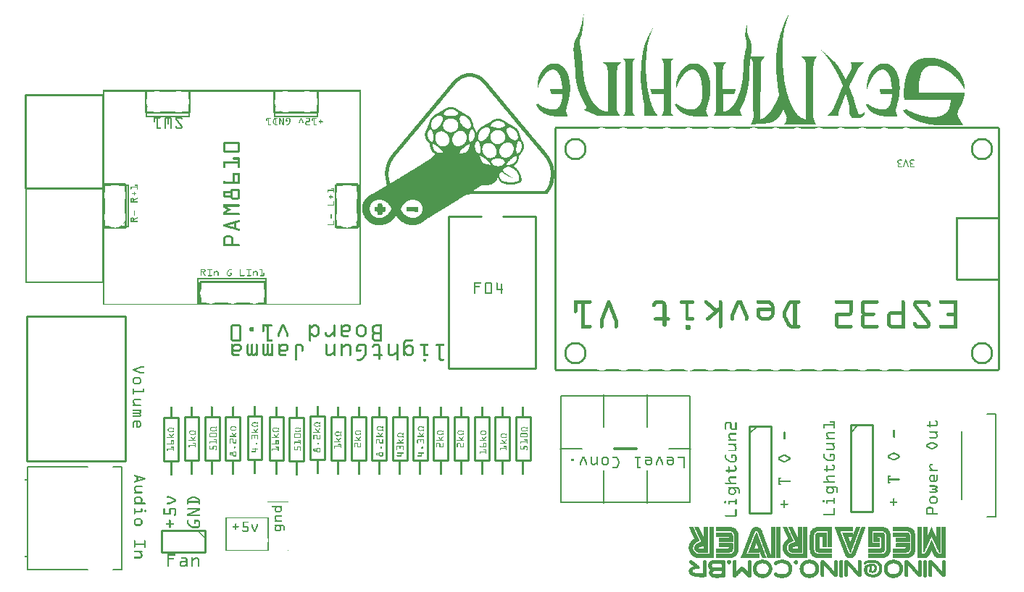
<source format=gto>
G04 MADE WITH FRITZING*
G04 WWW.FRITZING.ORG*
G04 DOUBLE SIDED*
G04 HOLES PLATED*
G04 CONTOUR ON CENTER OF CONTOUR VECTOR*
%ASAXBY*%
%FSLAX23Y23*%
%MOIN*%
%OFA0B0*%
%SFA1.0B1.0*%
%ADD10C,0.103000X0.083*%
%ADD11R,0.363824X0.440415X0.345424X0.422015*%
%ADD12C,0.009200*%
%ADD13C,0.010000*%
%ADD14C,0.008000*%
%ADD15C,0.012000*%
%ADD16C,0.005000*%
%ADD17C,0.006944*%
%ADD18R,0.001000X0.001000*%
%LNSILK1*%
G90*
G70*
G54D10*
X4404Y1050D03*
X4404Y1991D03*
X2535Y1050D03*
X2535Y1991D03*
G54D12*
X5Y2241D02*
X360Y2241D01*
X360Y1810D01*
X5Y1810D01*
X5Y2241D01*
D02*
G54D13*
X4482Y2086D02*
X4482Y975D01*
D02*
X4287Y1390D02*
X4287Y1670D01*
D02*
X2440Y975D02*
X2440Y2086D01*
D02*
X1950Y1678D02*
X1950Y978D01*
D02*
X1950Y978D02*
X2350Y978D01*
D02*
X2350Y978D02*
X2350Y1678D01*
D02*
X1950Y1678D02*
X2100Y1678D01*
D02*
X2200Y1678D02*
X2350Y1678D01*
G54D14*
D02*
X4468Y297D02*
X4468Y770D01*
D02*
X4468Y297D02*
X4428Y297D01*
D02*
X4468Y770D02*
X4428Y770D01*
D02*
X4310Y691D02*
X4310Y376D01*
D02*
X2665Y358D02*
X2665Y508D01*
D02*
X2665Y858D02*
X2665Y708D01*
D02*
X2865Y858D02*
X2865Y708D01*
D02*
X2865Y358D02*
X2865Y508D01*
D02*
X2465Y608D02*
X2565Y608D01*
G54D15*
D02*
X2715Y608D02*
X2815Y608D01*
G54D14*
D02*
X2965Y608D02*
X3065Y608D01*
G54D13*
D02*
X3335Y713D02*
X3335Y313D01*
D02*
X3335Y313D02*
X3435Y313D01*
D02*
X3435Y313D02*
X3435Y713D01*
D02*
X3435Y713D02*
X3335Y713D01*
G54D16*
D02*
X3335Y678D02*
X3370Y713D01*
G54D13*
D02*
X3800Y718D02*
X3800Y318D01*
D02*
X3800Y318D02*
X3900Y318D01*
D02*
X3900Y318D02*
X3900Y718D01*
D02*
X3900Y718D02*
X3800Y718D01*
G54D16*
D02*
X3800Y683D02*
X3835Y718D01*
G54D13*
D02*
X12Y552D02*
X465Y552D01*
D02*
X465Y552D02*
X465Y1221D01*
D02*
X465Y1221D02*
X12Y1221D01*
D02*
X12Y1221D02*
X12Y552D01*
D02*
X830Y233D02*
X630Y233D01*
D02*
X630Y233D02*
X630Y133D01*
D02*
X630Y133D02*
X830Y133D01*
D02*
X830Y133D02*
X830Y233D01*
G54D17*
D02*
X448Y526D02*
X448Y53D01*
D02*
X16Y526D02*
X16Y467D01*
D02*
X16Y113D02*
X16Y53D01*
D02*
X16Y526D02*
X291Y526D01*
D02*
X448Y526D02*
X409Y526D01*
D02*
X16Y526D02*
X16Y53D01*
D02*
X16Y53D02*
X291Y53D01*
D02*
X448Y53D02*
X409Y53D01*
G54D13*
D02*
X1315Y559D02*
X1315Y759D01*
D02*
X1315Y759D02*
X1381Y759D01*
D02*
X1381Y759D02*
X1381Y559D01*
D02*
X1381Y559D02*
X1315Y559D01*
D02*
X737Y557D02*
X737Y757D01*
D02*
X737Y757D02*
X803Y757D01*
D02*
X803Y757D02*
X803Y557D01*
D02*
X803Y557D02*
X737Y557D01*
D02*
X1883Y556D02*
X1883Y756D01*
D02*
X1883Y756D02*
X1949Y756D01*
D02*
X1949Y756D02*
X1949Y556D01*
D02*
X1949Y556D02*
X1883Y556D01*
D02*
X1127Y556D02*
X1127Y756D01*
D02*
X1127Y756D02*
X1193Y756D01*
D02*
X1193Y756D02*
X1193Y556D01*
D02*
X1193Y556D02*
X1127Y556D01*
D02*
X1788Y556D02*
X1788Y756D01*
D02*
X1788Y756D02*
X1854Y756D01*
D02*
X1854Y756D02*
X1854Y556D01*
D02*
X1854Y556D02*
X1788Y556D01*
D02*
X831Y557D02*
X831Y757D01*
D02*
X831Y757D02*
X897Y757D01*
D02*
X897Y757D02*
X897Y557D01*
D02*
X897Y557D02*
X831Y557D01*
D02*
X1694Y556D02*
X1694Y756D01*
D02*
X1694Y756D02*
X1760Y756D01*
D02*
X1760Y756D02*
X1760Y556D01*
D02*
X1760Y556D02*
X1694Y556D01*
D02*
X1599Y556D02*
X1599Y756D01*
D02*
X1599Y756D02*
X1665Y756D01*
D02*
X1665Y756D02*
X1665Y556D01*
D02*
X1665Y556D02*
X1599Y556D01*
D02*
X1410Y556D02*
X1410Y756D01*
D02*
X1410Y756D02*
X1476Y756D01*
D02*
X1476Y756D02*
X1476Y556D01*
D02*
X1476Y556D02*
X1410Y556D01*
D02*
X1219Y553D02*
X1219Y753D01*
D02*
X1219Y753D02*
X1285Y753D01*
D02*
X1285Y753D02*
X1285Y553D01*
D02*
X1285Y553D02*
X1219Y553D01*
D02*
X1505Y556D02*
X1505Y756D01*
D02*
X1505Y756D02*
X1571Y756D01*
D02*
X1571Y756D02*
X1571Y556D01*
D02*
X1571Y556D02*
X1505Y556D01*
D02*
X643Y553D02*
X643Y753D01*
D02*
X643Y753D02*
X709Y753D01*
D02*
X709Y753D02*
X709Y553D01*
D02*
X709Y553D02*
X643Y553D01*
D02*
X2261Y556D02*
X2261Y756D01*
D02*
X2261Y756D02*
X2327Y756D01*
D02*
X2327Y756D02*
X2327Y556D01*
D02*
X2327Y556D02*
X2261Y556D01*
D02*
X2166Y556D02*
X2166Y756D01*
D02*
X2166Y756D02*
X2232Y756D01*
D02*
X2232Y756D02*
X2232Y556D01*
D02*
X2232Y556D02*
X2166Y556D01*
D02*
X1977Y556D02*
X1977Y756D01*
D02*
X1977Y756D02*
X2043Y756D01*
D02*
X2043Y756D02*
X2043Y556D01*
D02*
X2043Y556D02*
X1977Y556D01*
D02*
X1027Y559D02*
X1027Y759D01*
D02*
X1027Y759D02*
X1093Y759D01*
D02*
X1093Y759D02*
X1093Y559D01*
D02*
X1093Y559D02*
X1027Y559D01*
D02*
X926Y557D02*
X926Y757D01*
D02*
X926Y757D02*
X992Y757D01*
D02*
X992Y757D02*
X992Y557D01*
D02*
X992Y557D02*
X926Y557D01*
D02*
X2072Y556D02*
X2072Y756D01*
D02*
X2072Y756D02*
X2138Y756D01*
D02*
X2138Y756D02*
X2138Y556D01*
D02*
X2138Y556D02*
X2072Y556D01*
G54D14*
X2469Y362D02*
X3061Y362D01*
X3061Y854D01*
X2469Y854D01*
X2469Y362D01*
D02*
G54D18*
X3516Y2610D02*
X3516Y2610D01*
X2573Y2609D02*
X2573Y2609D01*
X3516Y2609D02*
X3516Y2609D01*
X2573Y2608D02*
X2573Y2608D01*
X3515Y2608D02*
X3515Y2608D01*
X3515Y2607D02*
X3515Y2607D01*
X2572Y2606D02*
X2572Y2606D01*
X3514Y2606D02*
X3515Y2606D01*
X2572Y2605D02*
X2572Y2605D01*
X3513Y2605D02*
X3514Y2605D01*
X2572Y2604D02*
X2572Y2604D01*
X3513Y2604D02*
X3514Y2604D01*
X2572Y2603D02*
X2572Y2603D01*
X3512Y2603D02*
X3514Y2603D01*
X2572Y2602D02*
X2572Y2602D01*
X3512Y2602D02*
X3513Y2602D01*
X2572Y2601D02*
X2572Y2601D01*
X3511Y2601D02*
X3513Y2601D01*
X2571Y2600D02*
X2572Y2600D01*
X3511Y2600D02*
X3513Y2600D01*
X2571Y2599D02*
X2572Y2599D01*
X3510Y2599D02*
X3513Y2599D01*
X2571Y2598D02*
X2572Y2598D01*
X3510Y2598D02*
X3512Y2598D01*
X2571Y2597D02*
X2572Y2597D01*
X3509Y2597D02*
X3512Y2597D01*
X2571Y2596D02*
X2572Y2596D01*
X3509Y2596D02*
X3512Y2596D01*
X2570Y2595D02*
X2572Y2595D01*
X3508Y2595D02*
X3511Y2595D01*
X2570Y2594D02*
X2572Y2594D01*
X3508Y2594D02*
X3511Y2594D01*
X2570Y2593D02*
X2572Y2593D01*
X3507Y2593D02*
X3511Y2593D01*
X2570Y2592D02*
X2572Y2592D01*
X3507Y2592D02*
X3510Y2592D01*
X2570Y2591D02*
X2572Y2591D01*
X3506Y2591D02*
X3510Y2591D01*
X2570Y2590D02*
X2572Y2590D01*
X3506Y2590D02*
X3510Y2590D01*
X2569Y2589D02*
X2572Y2589D01*
X3505Y2589D02*
X3509Y2589D01*
X2569Y2588D02*
X2572Y2588D01*
X3505Y2588D02*
X3509Y2588D01*
X2569Y2587D02*
X2572Y2587D01*
X3504Y2587D02*
X3509Y2587D01*
X2569Y2586D02*
X2572Y2586D01*
X3504Y2586D02*
X3509Y2586D01*
X2569Y2585D02*
X2572Y2585D01*
X3503Y2585D02*
X3508Y2585D01*
X2568Y2584D02*
X2572Y2584D01*
X3503Y2584D02*
X3508Y2584D01*
X2568Y2583D02*
X2572Y2583D01*
X3502Y2583D02*
X3508Y2583D01*
X2568Y2582D02*
X2572Y2582D01*
X3502Y2582D02*
X3507Y2582D01*
X2568Y2581D02*
X2571Y2581D01*
X3501Y2581D02*
X3507Y2581D01*
X2567Y2580D02*
X2571Y2580D01*
X3501Y2580D02*
X3507Y2580D01*
X2567Y2579D02*
X2571Y2579D01*
X3501Y2579D02*
X3506Y2579D01*
X2567Y2578D02*
X2571Y2578D01*
X3500Y2578D02*
X3506Y2578D01*
X2567Y2577D02*
X2571Y2577D01*
X3500Y2577D02*
X3506Y2577D01*
X2567Y2576D02*
X2571Y2576D01*
X3499Y2576D02*
X3505Y2576D01*
X2566Y2575D02*
X2571Y2575D01*
X3499Y2575D02*
X3505Y2575D01*
X2566Y2574D02*
X2571Y2574D01*
X3498Y2574D02*
X3505Y2574D01*
X2566Y2573D02*
X2571Y2573D01*
X3498Y2573D02*
X3504Y2573D01*
X2566Y2572D02*
X2571Y2572D01*
X3498Y2572D02*
X3504Y2572D01*
X2566Y2571D02*
X2571Y2571D01*
X3497Y2571D02*
X3504Y2571D01*
X2565Y2570D02*
X2571Y2570D01*
X3497Y2570D02*
X3504Y2570D01*
X2565Y2569D02*
X2571Y2569D01*
X3496Y2569D02*
X3503Y2569D01*
X2565Y2568D02*
X2571Y2568D01*
X3496Y2568D02*
X3503Y2568D01*
X2564Y2567D02*
X2571Y2567D01*
X3325Y2567D02*
X3325Y2567D01*
X3496Y2567D02*
X3503Y2567D01*
X2564Y2566D02*
X2570Y2566D01*
X3325Y2566D02*
X3325Y2566D01*
X3495Y2566D02*
X3502Y2566D01*
X2564Y2565D02*
X2570Y2565D01*
X3325Y2565D02*
X3325Y2565D01*
X3495Y2565D02*
X3502Y2565D01*
X2564Y2564D02*
X2570Y2564D01*
X3325Y2564D02*
X3325Y2564D01*
X3494Y2564D02*
X3502Y2564D01*
X2563Y2563D02*
X2570Y2563D01*
X3324Y2563D02*
X3325Y2563D01*
X3494Y2563D02*
X3501Y2563D01*
X2563Y2562D02*
X2570Y2562D01*
X3324Y2562D02*
X3324Y2562D01*
X3493Y2562D02*
X3501Y2562D01*
X2563Y2561D02*
X2570Y2561D01*
X3324Y2561D02*
X3324Y2561D01*
X3493Y2561D02*
X3501Y2561D01*
X2563Y2560D02*
X2570Y2560D01*
X3324Y2560D02*
X3324Y2560D01*
X3493Y2560D02*
X3500Y2560D01*
X2562Y2559D02*
X2570Y2559D01*
X3323Y2559D02*
X3324Y2559D01*
X3492Y2559D02*
X3500Y2559D01*
X2562Y2558D02*
X2570Y2558D01*
X3323Y2558D02*
X3324Y2558D01*
X3492Y2558D02*
X3500Y2558D01*
X2562Y2557D02*
X2570Y2557D01*
X3323Y2557D02*
X3324Y2557D01*
X3492Y2557D02*
X3500Y2557D01*
X2562Y2556D02*
X2570Y2556D01*
X3323Y2556D02*
X3324Y2556D01*
X3491Y2556D02*
X3499Y2556D01*
X2561Y2555D02*
X2569Y2555D01*
X3322Y2555D02*
X3324Y2555D01*
X3491Y2555D02*
X3499Y2555D01*
X2561Y2554D02*
X2569Y2554D01*
X3322Y2554D02*
X3324Y2554D01*
X3490Y2554D02*
X3499Y2554D01*
X2561Y2553D02*
X2569Y2553D01*
X3322Y2553D02*
X3324Y2553D01*
X3490Y2553D02*
X3499Y2553D01*
X2561Y2552D02*
X2569Y2552D01*
X3322Y2552D02*
X3324Y2552D01*
X3490Y2552D02*
X3498Y2552D01*
X2560Y2551D02*
X2569Y2551D01*
X3322Y2551D02*
X3324Y2551D01*
X3489Y2551D02*
X3498Y2551D01*
X2560Y2550D02*
X2569Y2550D01*
X3321Y2550D02*
X3324Y2550D01*
X3489Y2550D02*
X3498Y2550D01*
X2560Y2549D02*
X2569Y2549D01*
X3321Y2549D02*
X3324Y2549D01*
X3489Y2549D02*
X3497Y2549D01*
X2559Y2548D02*
X2569Y2548D01*
X3321Y2548D02*
X3324Y2548D01*
X3488Y2548D02*
X3497Y2548D01*
X2559Y2547D02*
X2569Y2547D01*
X2891Y2547D02*
X2891Y2547D01*
X3321Y2547D02*
X3324Y2547D01*
X3488Y2547D02*
X3497Y2547D01*
X2559Y2546D02*
X2568Y2546D01*
X2890Y2546D02*
X2890Y2546D01*
X3320Y2546D02*
X3324Y2546D01*
X3487Y2546D02*
X3497Y2546D01*
X2559Y2545D02*
X2568Y2545D01*
X2890Y2545D02*
X2890Y2545D01*
X3320Y2545D02*
X3324Y2545D01*
X3487Y2545D02*
X3496Y2545D01*
X2558Y2544D02*
X2568Y2544D01*
X2889Y2544D02*
X2890Y2544D01*
X3320Y2544D02*
X3324Y2544D01*
X3487Y2544D02*
X3496Y2544D01*
X2558Y2543D02*
X2568Y2543D01*
X2889Y2543D02*
X2889Y2543D01*
X3320Y2543D02*
X3324Y2543D01*
X3486Y2543D02*
X3496Y2543D01*
X2558Y2542D02*
X2568Y2542D01*
X2888Y2542D02*
X2889Y2542D01*
X3320Y2542D02*
X3324Y2542D01*
X3486Y2542D02*
X3496Y2542D01*
X2557Y2541D02*
X2568Y2541D01*
X2888Y2541D02*
X2888Y2541D01*
X3320Y2541D02*
X3324Y2541D01*
X3486Y2541D02*
X3496Y2541D01*
X2557Y2540D02*
X2568Y2540D01*
X2887Y2540D02*
X2888Y2540D01*
X3319Y2540D02*
X3324Y2540D01*
X3485Y2540D02*
X3495Y2540D01*
X2557Y2539D02*
X2568Y2539D01*
X2887Y2539D02*
X2888Y2539D01*
X3319Y2539D02*
X3324Y2539D01*
X3485Y2539D02*
X3495Y2539D01*
X2556Y2538D02*
X2567Y2538D01*
X2886Y2538D02*
X2887Y2538D01*
X3319Y2538D02*
X3324Y2538D01*
X3485Y2538D02*
X3495Y2538D01*
X2556Y2537D02*
X2567Y2537D01*
X2886Y2537D02*
X2887Y2537D01*
X3319Y2537D02*
X3324Y2537D01*
X3484Y2537D02*
X3495Y2537D01*
X2556Y2536D02*
X2567Y2536D01*
X2885Y2536D02*
X2887Y2536D01*
X3319Y2536D02*
X3325Y2536D01*
X3484Y2536D02*
X3494Y2536D01*
X2555Y2535D02*
X2567Y2535D01*
X2885Y2535D02*
X2886Y2535D01*
X3319Y2535D02*
X3325Y2535D01*
X3484Y2535D02*
X3494Y2535D01*
X2555Y2534D02*
X2567Y2534D01*
X2884Y2534D02*
X2886Y2534D01*
X3319Y2534D02*
X3325Y2534D01*
X3483Y2534D02*
X3494Y2534D01*
X2555Y2533D02*
X2567Y2533D01*
X2884Y2533D02*
X2885Y2533D01*
X3318Y2533D02*
X3325Y2533D01*
X3483Y2533D02*
X3494Y2533D01*
X2554Y2532D02*
X2566Y2532D01*
X2883Y2532D02*
X2885Y2532D01*
X3318Y2532D02*
X3325Y2532D01*
X3483Y2532D02*
X3494Y2532D01*
X2554Y2531D02*
X2566Y2531D01*
X2882Y2531D02*
X2885Y2531D01*
X3318Y2531D02*
X3325Y2531D01*
X3482Y2531D02*
X3493Y2531D01*
X2553Y2530D02*
X2566Y2530D01*
X2882Y2530D02*
X2884Y2530D01*
X3318Y2530D02*
X3325Y2530D01*
X3482Y2530D02*
X3493Y2530D01*
X2553Y2529D02*
X2566Y2529D01*
X2881Y2529D02*
X2884Y2529D01*
X3318Y2529D02*
X3325Y2529D01*
X3482Y2529D02*
X3493Y2529D01*
X2553Y2528D02*
X2566Y2528D01*
X2881Y2528D02*
X2883Y2528D01*
X3318Y2528D02*
X3326Y2528D01*
X3481Y2528D02*
X3493Y2528D01*
X2552Y2527D02*
X2566Y2527D01*
X2880Y2527D02*
X2883Y2527D01*
X3318Y2527D02*
X3326Y2527D01*
X3481Y2527D02*
X3493Y2527D01*
X2552Y2526D02*
X2565Y2526D01*
X2880Y2526D02*
X2883Y2526D01*
X3318Y2526D02*
X3326Y2526D01*
X3481Y2526D02*
X3493Y2526D01*
X2552Y2525D02*
X2565Y2525D01*
X2879Y2525D02*
X2882Y2525D01*
X3317Y2525D02*
X3326Y2525D01*
X3480Y2525D02*
X3492Y2525D01*
X2551Y2524D02*
X2565Y2524D01*
X2879Y2524D02*
X2882Y2524D01*
X3317Y2524D02*
X3326Y2524D01*
X3480Y2524D02*
X3492Y2524D01*
X2551Y2523D02*
X2565Y2523D01*
X2878Y2523D02*
X2882Y2523D01*
X3317Y2523D02*
X3327Y2523D01*
X3480Y2523D02*
X3492Y2523D01*
X2550Y2522D02*
X2564Y2522D01*
X2878Y2522D02*
X2881Y2522D01*
X3317Y2522D02*
X3327Y2522D01*
X3480Y2522D02*
X3492Y2522D01*
X2550Y2521D02*
X2564Y2521D01*
X2877Y2521D02*
X2881Y2521D01*
X3317Y2521D02*
X3327Y2521D01*
X3479Y2521D02*
X3492Y2521D01*
X2549Y2520D02*
X2564Y2520D01*
X2877Y2520D02*
X2880Y2520D01*
X3317Y2520D02*
X3327Y2520D01*
X3479Y2520D02*
X3492Y2520D01*
X2549Y2519D02*
X2564Y2519D01*
X2876Y2519D02*
X2880Y2519D01*
X3317Y2519D02*
X3328Y2519D01*
X3479Y2519D02*
X3491Y2519D01*
X2549Y2518D02*
X2564Y2518D01*
X2876Y2518D02*
X2880Y2518D01*
X3317Y2518D02*
X3328Y2518D01*
X3478Y2518D02*
X3491Y2518D01*
X2548Y2517D02*
X2563Y2517D01*
X2875Y2517D02*
X2879Y2517D01*
X3317Y2517D02*
X3328Y2517D01*
X3478Y2517D02*
X3491Y2517D01*
X2548Y2516D02*
X2563Y2516D01*
X2874Y2516D02*
X2879Y2516D01*
X3317Y2516D02*
X3329Y2516D01*
X3478Y2516D02*
X3491Y2516D01*
X2547Y2515D02*
X2563Y2515D01*
X2874Y2515D02*
X2879Y2515D01*
X3317Y2515D02*
X3329Y2515D01*
X3477Y2515D02*
X3491Y2515D01*
X2547Y2514D02*
X2562Y2514D01*
X2873Y2514D02*
X2878Y2514D01*
X3317Y2514D02*
X3329Y2514D01*
X3477Y2514D02*
X3491Y2514D01*
X2546Y2513D02*
X2562Y2513D01*
X2873Y2513D02*
X2878Y2513D01*
X3317Y2513D02*
X3329Y2513D01*
X3477Y2513D02*
X3491Y2513D01*
X2546Y2512D02*
X2562Y2512D01*
X2872Y2512D02*
X2877Y2512D01*
X3317Y2512D02*
X3330Y2512D01*
X3477Y2512D02*
X3490Y2512D01*
X2545Y2511D02*
X2562Y2511D01*
X2872Y2511D02*
X2877Y2511D01*
X3317Y2511D02*
X3330Y2511D01*
X3476Y2511D02*
X3490Y2511D01*
X2545Y2510D02*
X2561Y2510D01*
X2871Y2510D02*
X2877Y2510D01*
X3317Y2510D02*
X3330Y2510D01*
X3476Y2510D02*
X3490Y2510D01*
X2544Y2509D02*
X2561Y2509D01*
X2871Y2509D02*
X2876Y2509D01*
X3317Y2509D02*
X3331Y2509D01*
X3476Y2509D02*
X3490Y2509D01*
X2544Y2508D02*
X2560Y2508D01*
X2870Y2508D02*
X2876Y2508D01*
X3317Y2508D02*
X3331Y2508D01*
X3475Y2508D02*
X3490Y2508D01*
X2543Y2507D02*
X2560Y2507D01*
X2870Y2507D02*
X2876Y2507D01*
X3317Y2507D02*
X3332Y2507D01*
X3475Y2507D02*
X3490Y2507D01*
X2543Y2506D02*
X2560Y2506D01*
X2869Y2506D02*
X2875Y2506D01*
X3317Y2506D02*
X3332Y2506D01*
X3475Y2506D02*
X3490Y2506D01*
X2542Y2505D02*
X2559Y2505D01*
X2869Y2505D02*
X2875Y2505D01*
X3318Y2505D02*
X3332Y2505D01*
X3475Y2505D02*
X3490Y2505D01*
X2541Y2504D02*
X2559Y2504D01*
X2868Y2504D02*
X2875Y2504D01*
X3318Y2504D02*
X3333Y2504D01*
X3474Y2504D02*
X3489Y2504D01*
X2541Y2503D02*
X2558Y2503D01*
X2868Y2503D02*
X2874Y2503D01*
X3318Y2503D02*
X3333Y2503D01*
X3474Y2503D02*
X3489Y2503D01*
X2540Y2502D02*
X2558Y2502D01*
X2867Y2502D02*
X2874Y2502D01*
X3318Y2502D02*
X3334Y2502D01*
X3474Y2502D02*
X3489Y2502D01*
X2540Y2501D02*
X2558Y2501D01*
X2867Y2501D02*
X2874Y2501D01*
X3318Y2501D02*
X3334Y2501D01*
X3474Y2501D02*
X3489Y2501D01*
X2539Y2500D02*
X2557Y2500D01*
X2866Y2500D02*
X2874Y2500D01*
X3318Y2500D02*
X3335Y2500D01*
X3473Y2500D02*
X3489Y2500D01*
X2538Y2499D02*
X2557Y2499D01*
X2866Y2499D02*
X2873Y2499D01*
X3318Y2499D02*
X3335Y2499D01*
X3473Y2499D02*
X3489Y2499D01*
X2538Y2498D02*
X2557Y2498D01*
X2865Y2498D02*
X2873Y2498D01*
X3319Y2498D02*
X3336Y2498D01*
X3473Y2498D02*
X3489Y2498D01*
X2537Y2497D02*
X2557Y2497D01*
X2865Y2497D02*
X2873Y2497D01*
X3319Y2497D02*
X3336Y2497D01*
X3473Y2497D02*
X3489Y2497D01*
X2537Y2496D02*
X2557Y2496D01*
X2864Y2496D02*
X2872Y2496D01*
X3319Y2496D02*
X3337Y2496D01*
X3472Y2496D02*
X3489Y2496D01*
X2536Y2495D02*
X2556Y2495D01*
X2864Y2495D02*
X2872Y2495D01*
X3319Y2495D02*
X3337Y2495D01*
X3472Y2495D02*
X3489Y2495D01*
X2536Y2494D02*
X2556Y2494D01*
X2863Y2494D02*
X2872Y2494D01*
X3320Y2494D02*
X3338Y2494D01*
X3472Y2494D02*
X3488Y2494D01*
X2535Y2493D02*
X2556Y2493D01*
X2863Y2493D02*
X2872Y2493D01*
X3320Y2493D02*
X3338Y2493D01*
X3471Y2493D02*
X3488Y2493D01*
X2535Y2492D02*
X2556Y2492D01*
X2862Y2492D02*
X2871Y2492D01*
X3320Y2492D02*
X3338Y2492D01*
X3471Y2492D02*
X3488Y2492D01*
X2534Y2491D02*
X2556Y2491D01*
X2862Y2491D02*
X2871Y2491D01*
X3321Y2491D02*
X3339Y2491D01*
X3471Y2491D02*
X3488Y2491D01*
X2534Y2490D02*
X2556Y2490D01*
X2862Y2490D02*
X2871Y2490D01*
X3321Y2490D02*
X3339Y2490D01*
X3471Y2490D02*
X3488Y2490D01*
X2534Y2489D02*
X2555Y2489D01*
X2861Y2489D02*
X2871Y2489D01*
X3321Y2489D02*
X3339Y2489D01*
X3471Y2489D02*
X3488Y2489D01*
X2533Y2488D02*
X2555Y2488D01*
X2861Y2488D02*
X2870Y2488D01*
X3321Y2488D02*
X3340Y2488D01*
X3470Y2488D02*
X3488Y2488D01*
X2533Y2487D02*
X2555Y2487D01*
X2860Y2487D02*
X2870Y2487D01*
X3322Y2487D02*
X3340Y2487D01*
X3470Y2487D02*
X3488Y2487D01*
X2532Y2486D02*
X2555Y2486D01*
X2860Y2486D02*
X2870Y2486D01*
X3322Y2486D02*
X3340Y2486D01*
X3470Y2486D02*
X3488Y2486D01*
X2532Y2485D02*
X2555Y2485D01*
X2860Y2485D02*
X2870Y2485D01*
X3322Y2485D02*
X3341Y2485D01*
X3470Y2485D02*
X3488Y2485D01*
X2532Y2484D02*
X2555Y2484D01*
X2859Y2484D02*
X2869Y2484D01*
X3322Y2484D02*
X3341Y2484D01*
X3469Y2484D02*
X3488Y2484D01*
X2532Y2483D02*
X2555Y2483D01*
X2859Y2483D02*
X2869Y2483D01*
X3323Y2483D02*
X3341Y2483D01*
X3469Y2483D02*
X3488Y2483D01*
X2531Y2482D02*
X2555Y2482D01*
X2858Y2482D02*
X2869Y2482D01*
X3323Y2482D02*
X3342Y2482D01*
X3469Y2482D02*
X3488Y2482D01*
X2531Y2481D02*
X2555Y2481D01*
X2858Y2481D02*
X2869Y2481D01*
X3323Y2481D02*
X3342Y2481D01*
X3469Y2481D02*
X3487Y2481D01*
X2531Y2480D02*
X2555Y2480D01*
X2858Y2480D02*
X2868Y2480D01*
X3323Y2480D02*
X3342Y2480D01*
X3468Y2480D02*
X3487Y2480D01*
X2530Y2479D02*
X2555Y2479D01*
X2857Y2479D02*
X2868Y2479D01*
X3323Y2479D02*
X3342Y2479D01*
X3468Y2479D02*
X3487Y2479D01*
X2530Y2478D02*
X2555Y2478D01*
X2857Y2478D02*
X2868Y2478D01*
X3323Y2478D02*
X3342Y2478D01*
X3468Y2478D02*
X3487Y2478D01*
X2530Y2477D02*
X2555Y2477D01*
X2857Y2477D02*
X2868Y2477D01*
X3323Y2477D02*
X3343Y2477D01*
X3468Y2477D02*
X3487Y2477D01*
X2530Y2476D02*
X2555Y2476D01*
X2856Y2476D02*
X2868Y2476D01*
X3323Y2476D02*
X3343Y2476D01*
X3467Y2476D02*
X3487Y2476D01*
X2530Y2475D02*
X2556Y2475D01*
X2856Y2475D02*
X2868Y2475D01*
X3323Y2475D02*
X3343Y2475D01*
X3467Y2475D02*
X3487Y2475D01*
X2529Y2474D02*
X2556Y2474D01*
X2855Y2474D02*
X2867Y2474D01*
X3323Y2474D02*
X3343Y2474D01*
X3467Y2474D02*
X3487Y2474D01*
X2529Y2473D02*
X2556Y2473D01*
X2855Y2473D02*
X2867Y2473D01*
X3323Y2473D02*
X3343Y2473D01*
X3467Y2473D02*
X3487Y2473D01*
X2529Y2472D02*
X2556Y2472D01*
X2855Y2472D02*
X2867Y2472D01*
X3323Y2472D02*
X3343Y2472D01*
X3467Y2472D02*
X3487Y2472D01*
X2529Y2471D02*
X2556Y2471D01*
X2854Y2471D02*
X2867Y2471D01*
X3323Y2471D02*
X3343Y2471D01*
X3466Y2471D02*
X3487Y2471D01*
X2529Y2470D02*
X2556Y2470D01*
X2854Y2470D02*
X2867Y2470D01*
X3323Y2470D02*
X3344Y2470D01*
X3466Y2470D02*
X3487Y2470D01*
X2529Y2469D02*
X2556Y2469D01*
X2854Y2469D02*
X2866Y2469D01*
X3323Y2469D02*
X3344Y2469D01*
X3466Y2469D02*
X3487Y2469D01*
X2528Y2468D02*
X2556Y2468D01*
X2853Y2468D02*
X2866Y2468D01*
X3323Y2468D02*
X3344Y2468D01*
X3466Y2468D02*
X3487Y2468D01*
X2528Y2467D02*
X2556Y2467D01*
X2853Y2467D02*
X2866Y2467D01*
X3323Y2467D02*
X3344Y2467D01*
X3466Y2467D02*
X3487Y2467D01*
X2528Y2466D02*
X2557Y2466D01*
X2853Y2466D02*
X2866Y2466D01*
X3323Y2466D02*
X3344Y2466D01*
X3465Y2466D02*
X3487Y2466D01*
X2528Y2465D02*
X2557Y2465D01*
X2853Y2465D02*
X2866Y2465D01*
X3322Y2465D02*
X3344Y2465D01*
X3465Y2465D02*
X3487Y2465D01*
X2528Y2464D02*
X2557Y2464D01*
X2852Y2464D02*
X2866Y2464D01*
X3322Y2464D02*
X3344Y2464D01*
X3465Y2464D02*
X3487Y2464D01*
X2528Y2463D02*
X2557Y2463D01*
X2852Y2463D02*
X2865Y2463D01*
X3322Y2463D02*
X3344Y2463D01*
X3465Y2463D02*
X3487Y2463D01*
X2528Y2462D02*
X2557Y2462D01*
X2852Y2462D02*
X2865Y2462D01*
X3322Y2462D02*
X3344Y2462D01*
X3465Y2462D02*
X3487Y2462D01*
X2528Y2461D02*
X2557Y2461D01*
X2851Y2461D02*
X2865Y2461D01*
X3322Y2461D02*
X3344Y2461D01*
X3464Y2461D02*
X3487Y2461D01*
X2528Y2460D02*
X2557Y2460D01*
X2851Y2460D02*
X2865Y2460D01*
X3322Y2460D02*
X3344Y2460D01*
X3464Y2460D02*
X3487Y2460D01*
X2528Y2459D02*
X2557Y2459D01*
X2851Y2459D02*
X2865Y2459D01*
X3321Y2459D02*
X3344Y2459D01*
X3464Y2459D02*
X3487Y2459D01*
X2528Y2458D02*
X2558Y2458D01*
X2851Y2458D02*
X2865Y2458D01*
X3321Y2458D02*
X3344Y2458D01*
X3464Y2458D02*
X3487Y2458D01*
X2527Y2457D02*
X2558Y2457D01*
X2850Y2457D02*
X2864Y2457D01*
X3321Y2457D02*
X3344Y2457D01*
X3464Y2457D02*
X3487Y2457D01*
X2527Y2456D02*
X2558Y2456D01*
X2850Y2456D02*
X2864Y2456D01*
X3321Y2456D02*
X3344Y2456D01*
X3463Y2456D02*
X3487Y2456D01*
X2527Y2455D02*
X2558Y2455D01*
X2850Y2455D02*
X2864Y2455D01*
X3321Y2455D02*
X3344Y2455D01*
X3463Y2455D02*
X3487Y2455D01*
X2527Y2454D02*
X2558Y2454D01*
X2850Y2454D02*
X2864Y2454D01*
X3320Y2454D02*
X3344Y2454D01*
X3463Y2454D02*
X3487Y2454D01*
X2527Y2453D02*
X2558Y2453D01*
X2849Y2453D02*
X2864Y2453D01*
X3320Y2453D02*
X3344Y2453D01*
X3463Y2453D02*
X3487Y2453D01*
X2527Y2452D02*
X2559Y2452D01*
X2849Y2452D02*
X2864Y2452D01*
X3320Y2452D02*
X3344Y2452D01*
X3463Y2452D02*
X3487Y2452D01*
X2527Y2451D02*
X2559Y2451D01*
X2849Y2451D02*
X2864Y2451D01*
X3320Y2451D02*
X3344Y2451D01*
X3463Y2451D02*
X3487Y2451D01*
X2527Y2450D02*
X2559Y2450D01*
X2849Y2450D02*
X2864Y2450D01*
X3320Y2450D02*
X3344Y2450D01*
X3462Y2450D02*
X3487Y2450D01*
X2527Y2449D02*
X2559Y2449D01*
X2848Y2449D02*
X2863Y2449D01*
X3319Y2449D02*
X3344Y2449D01*
X3462Y2449D02*
X3487Y2449D01*
X3663Y2449D02*
X3663Y2449D01*
X2527Y2448D02*
X2559Y2448D01*
X2848Y2448D02*
X2863Y2448D01*
X3319Y2448D02*
X3344Y2448D01*
X3462Y2448D02*
X3487Y2448D01*
X3664Y2448D02*
X3664Y2448D01*
X2527Y2447D02*
X2560Y2447D01*
X2848Y2447D02*
X2863Y2447D01*
X3319Y2447D02*
X3344Y2447D01*
X3462Y2447D02*
X3487Y2447D01*
X3665Y2447D02*
X3665Y2447D01*
X2527Y2446D02*
X2560Y2446D01*
X2848Y2446D02*
X2863Y2446D01*
X3319Y2446D02*
X3344Y2446D01*
X3462Y2446D02*
X3487Y2446D01*
X3666Y2446D02*
X3666Y2446D01*
X2527Y2445D02*
X2560Y2445D01*
X2848Y2445D02*
X2863Y2445D01*
X3318Y2445D02*
X3344Y2445D01*
X3462Y2445D02*
X3487Y2445D01*
X3667Y2445D02*
X3667Y2445D01*
X2527Y2444D02*
X2560Y2444D01*
X2847Y2444D02*
X2863Y2444D01*
X3318Y2444D02*
X3344Y2444D01*
X3462Y2444D02*
X3487Y2444D01*
X3668Y2444D02*
X3668Y2444D01*
X2527Y2443D02*
X2560Y2443D01*
X2847Y2443D02*
X2863Y2443D01*
X3318Y2443D02*
X3344Y2443D01*
X3462Y2443D02*
X3487Y2443D01*
X3669Y2443D02*
X3669Y2443D01*
X2527Y2442D02*
X2560Y2442D01*
X2847Y2442D02*
X2863Y2442D01*
X3318Y2442D02*
X3344Y2442D01*
X3461Y2442D02*
X3487Y2442D01*
X3670Y2442D02*
X3671Y2442D01*
X2527Y2441D02*
X2561Y2441D01*
X2847Y2441D02*
X2863Y2441D01*
X3317Y2441D02*
X3344Y2441D01*
X3461Y2441D02*
X3487Y2441D01*
X3671Y2441D02*
X3672Y2441D01*
X2527Y2440D02*
X2561Y2440D01*
X2846Y2440D02*
X2862Y2440D01*
X3317Y2440D02*
X3344Y2440D01*
X3461Y2440D02*
X3487Y2440D01*
X3671Y2440D02*
X3673Y2440D01*
X2527Y2439D02*
X2561Y2439D01*
X2846Y2439D02*
X2862Y2439D01*
X3317Y2439D02*
X3344Y2439D01*
X3461Y2439D02*
X3487Y2439D01*
X3672Y2439D02*
X3674Y2439D01*
X2528Y2438D02*
X2561Y2438D01*
X2846Y2438D02*
X2862Y2438D01*
X3317Y2438D02*
X3343Y2438D01*
X3461Y2438D02*
X3487Y2438D01*
X3673Y2438D02*
X3675Y2438D01*
X2528Y2437D02*
X2561Y2437D01*
X2846Y2437D02*
X2862Y2437D01*
X3316Y2437D02*
X3343Y2437D01*
X3461Y2437D02*
X3487Y2437D01*
X3674Y2437D02*
X3676Y2437D01*
X2528Y2436D02*
X2561Y2436D01*
X2846Y2436D02*
X2862Y2436D01*
X3316Y2436D02*
X3343Y2436D01*
X3461Y2436D02*
X3487Y2436D01*
X3675Y2436D02*
X3677Y2436D01*
X2528Y2435D02*
X2562Y2435D01*
X2845Y2435D02*
X2862Y2435D01*
X3316Y2435D02*
X3343Y2435D01*
X3461Y2435D02*
X3487Y2435D01*
X3676Y2435D02*
X3678Y2435D01*
X2528Y2434D02*
X2562Y2434D01*
X2845Y2434D02*
X2862Y2434D01*
X3316Y2434D02*
X3343Y2434D01*
X3460Y2434D02*
X3487Y2434D01*
X3677Y2434D02*
X3679Y2434D01*
X2528Y2433D02*
X2562Y2433D01*
X2845Y2433D02*
X2862Y2433D01*
X3316Y2433D02*
X3343Y2433D01*
X3460Y2433D02*
X3487Y2433D01*
X3678Y2433D02*
X3680Y2433D01*
X2528Y2432D02*
X2562Y2432D01*
X2845Y2432D02*
X2862Y2432D01*
X3315Y2432D02*
X3343Y2432D01*
X3460Y2432D02*
X3487Y2432D01*
X3678Y2432D02*
X3682Y2432D01*
X2528Y2431D02*
X2562Y2431D01*
X2845Y2431D02*
X2862Y2431D01*
X3315Y2431D02*
X3343Y2431D01*
X3460Y2431D02*
X3487Y2431D01*
X3679Y2431D02*
X3683Y2431D01*
X2528Y2430D02*
X2563Y2430D01*
X2845Y2430D02*
X2861Y2430D01*
X3315Y2430D02*
X3343Y2430D01*
X3460Y2430D02*
X3487Y2430D01*
X3680Y2430D02*
X3684Y2430D01*
X2528Y2429D02*
X2563Y2429D01*
X2844Y2429D02*
X2861Y2429D01*
X3315Y2429D02*
X3343Y2429D01*
X3460Y2429D02*
X3487Y2429D01*
X3681Y2429D02*
X3685Y2429D01*
X2528Y2428D02*
X2563Y2428D01*
X2844Y2428D02*
X2861Y2428D01*
X3314Y2428D02*
X3342Y2428D01*
X3460Y2428D02*
X3487Y2428D01*
X3682Y2428D02*
X3686Y2428D01*
X2528Y2427D02*
X2563Y2427D01*
X2844Y2427D02*
X2861Y2427D01*
X3314Y2427D02*
X3342Y2427D01*
X3460Y2427D02*
X3487Y2427D01*
X3682Y2427D02*
X3687Y2427D01*
X2528Y2426D02*
X2563Y2426D01*
X2844Y2426D02*
X2861Y2426D01*
X3314Y2426D02*
X3342Y2426D01*
X3460Y2426D02*
X3487Y2426D01*
X3683Y2426D02*
X3688Y2426D01*
X2528Y2425D02*
X2563Y2425D01*
X2844Y2425D02*
X2861Y2425D01*
X3314Y2425D02*
X3342Y2425D01*
X3460Y2425D02*
X3487Y2425D01*
X3684Y2425D02*
X3689Y2425D01*
X2528Y2424D02*
X2564Y2424D01*
X2844Y2424D02*
X2861Y2424D01*
X3314Y2424D02*
X3342Y2424D01*
X3460Y2424D02*
X3487Y2424D01*
X3685Y2424D02*
X3690Y2424D01*
X2529Y2423D02*
X2564Y2423D01*
X2843Y2423D02*
X2861Y2423D01*
X3313Y2423D02*
X3342Y2423D01*
X3459Y2423D02*
X3487Y2423D01*
X3686Y2423D02*
X3691Y2423D01*
X2529Y2422D02*
X2564Y2422D01*
X2843Y2422D02*
X2861Y2422D01*
X3313Y2422D02*
X3342Y2422D01*
X3459Y2422D02*
X3487Y2422D01*
X3686Y2422D02*
X3693Y2422D01*
X2529Y2421D02*
X2564Y2421D01*
X2843Y2421D02*
X2861Y2421D01*
X3313Y2421D02*
X3342Y2421D01*
X3459Y2421D02*
X3487Y2421D01*
X3687Y2421D02*
X3694Y2421D01*
X2529Y2420D02*
X2564Y2420D01*
X2843Y2420D02*
X2861Y2420D01*
X3313Y2420D02*
X3342Y2420D01*
X3459Y2420D02*
X3487Y2420D01*
X3688Y2420D02*
X3695Y2420D01*
X2529Y2419D02*
X2564Y2419D01*
X2843Y2419D02*
X2861Y2419D01*
X3313Y2419D02*
X3342Y2419D01*
X3459Y2419D02*
X3487Y2419D01*
X3689Y2419D02*
X3696Y2419D01*
X2529Y2418D02*
X2564Y2418D01*
X2843Y2418D02*
X2861Y2418D01*
X3312Y2418D02*
X3341Y2418D01*
X3459Y2418D02*
X3487Y2418D01*
X3689Y2418D02*
X3697Y2418D01*
X2529Y2417D02*
X2565Y2417D01*
X2843Y2417D02*
X2861Y2417D01*
X3312Y2417D02*
X3341Y2417D01*
X3459Y2417D02*
X3487Y2417D01*
X3690Y2417D02*
X3698Y2417D01*
X2529Y2416D02*
X2565Y2416D01*
X2842Y2416D02*
X2860Y2416D01*
X3312Y2416D02*
X3341Y2416D01*
X3459Y2416D02*
X3487Y2416D01*
X3691Y2416D02*
X3699Y2416D01*
X2529Y2415D02*
X2565Y2415D01*
X2842Y2415D02*
X2860Y2415D01*
X3312Y2415D02*
X3406Y2415D01*
X3459Y2415D02*
X3487Y2415D01*
X3577Y2415D02*
X3644Y2415D01*
X3692Y2415D02*
X3700Y2415D01*
X2529Y2414D02*
X2565Y2414D01*
X2842Y2414D02*
X2860Y2414D01*
X3312Y2414D02*
X3405Y2414D01*
X3459Y2414D02*
X3487Y2414D01*
X3578Y2414D02*
X3644Y2414D01*
X3693Y2414D02*
X3701Y2414D01*
X2530Y2413D02*
X2565Y2413D01*
X2842Y2413D02*
X2860Y2413D01*
X3312Y2413D02*
X3404Y2413D01*
X3459Y2413D02*
X3487Y2413D01*
X3579Y2413D02*
X3643Y2413D01*
X3693Y2413D02*
X3703Y2413D01*
X2530Y2412D02*
X2565Y2412D01*
X2842Y2412D02*
X2860Y2412D01*
X3312Y2412D02*
X3403Y2412D01*
X3459Y2412D02*
X3487Y2412D01*
X3579Y2412D02*
X3643Y2412D01*
X3694Y2412D02*
X3704Y2412D01*
X2530Y2411D02*
X2565Y2411D01*
X2842Y2411D02*
X2860Y2411D01*
X3311Y2411D02*
X3402Y2411D01*
X3459Y2411D02*
X3488Y2411D01*
X3580Y2411D02*
X3642Y2411D01*
X3695Y2411D02*
X3705Y2411D01*
X2530Y2410D02*
X2565Y2410D01*
X2842Y2410D02*
X2860Y2410D01*
X3311Y2410D02*
X3401Y2410D01*
X3459Y2410D02*
X3488Y2410D01*
X3581Y2410D02*
X3642Y2410D01*
X3695Y2410D02*
X3706Y2410D01*
X4148Y2410D02*
X4175Y2410D01*
X2530Y2409D02*
X2566Y2409D01*
X2842Y2409D02*
X2860Y2409D01*
X3311Y2409D02*
X3340Y2409D01*
X3342Y2409D02*
X3401Y2409D01*
X3459Y2409D02*
X3488Y2409D01*
X3582Y2409D02*
X3641Y2409D01*
X3696Y2409D02*
X3707Y2409D01*
X4139Y2409D02*
X4185Y2409D01*
X2530Y2408D02*
X2566Y2408D01*
X2841Y2408D02*
X2860Y2408D01*
X3311Y2408D02*
X3340Y2408D01*
X3342Y2408D02*
X3400Y2408D01*
X3459Y2408D02*
X3488Y2408D01*
X3583Y2408D02*
X3641Y2408D01*
X3697Y2408D02*
X3708Y2408D01*
X4134Y2408D02*
X4192Y2408D01*
X2530Y2407D02*
X2566Y2407D01*
X2841Y2407D02*
X2860Y2407D01*
X3311Y2407D02*
X3340Y2407D01*
X3343Y2407D02*
X3399Y2407D01*
X3459Y2407D02*
X3488Y2407D01*
X3584Y2407D02*
X3640Y2407D01*
X3698Y2407D02*
X3709Y2407D01*
X4129Y2407D02*
X4197Y2407D01*
X2530Y2406D02*
X2566Y2406D01*
X2841Y2406D02*
X2860Y2406D01*
X3311Y2406D02*
X3340Y2406D01*
X3343Y2406D02*
X3398Y2406D01*
X3458Y2406D02*
X3488Y2406D01*
X3585Y2406D02*
X3639Y2406D01*
X3698Y2406D02*
X3710Y2406D01*
X4126Y2406D02*
X4201Y2406D01*
X2530Y2405D02*
X2566Y2405D01*
X2757Y2405D02*
X2807Y2405D01*
X2841Y2405D02*
X2860Y2405D01*
X2933Y2405D02*
X2983Y2405D01*
X3311Y2405D02*
X3340Y2405D01*
X3344Y2405D02*
X3397Y2405D01*
X3458Y2405D02*
X3488Y2405D01*
X3586Y2405D02*
X3639Y2405D01*
X3699Y2405D02*
X3711Y2405D01*
X4122Y2405D02*
X4205Y2405D01*
X2530Y2404D02*
X2566Y2404D01*
X2758Y2404D02*
X2806Y2404D01*
X2841Y2404D02*
X2860Y2404D01*
X2934Y2404D02*
X2982Y2404D01*
X3311Y2404D02*
X3340Y2404D01*
X3344Y2404D02*
X3396Y2404D01*
X3458Y2404D02*
X3488Y2404D01*
X3587Y2404D02*
X3638Y2404D01*
X3700Y2404D02*
X3712Y2404D01*
X4119Y2404D02*
X4209Y2404D01*
X2531Y2403D02*
X2566Y2403D01*
X2758Y2403D02*
X2805Y2403D01*
X2841Y2403D02*
X2860Y2403D01*
X2935Y2403D02*
X2981Y2403D01*
X3311Y2403D02*
X3340Y2403D01*
X3345Y2403D02*
X3395Y2403D01*
X3458Y2403D02*
X3488Y2403D01*
X3588Y2403D02*
X3638Y2403D01*
X3700Y2403D02*
X3714Y2403D01*
X4117Y2403D02*
X4212Y2403D01*
X2531Y2402D02*
X2566Y2402D01*
X2759Y2402D02*
X2804Y2402D01*
X2841Y2402D02*
X2860Y2402D01*
X2935Y2402D02*
X2981Y2402D01*
X3311Y2402D02*
X3339Y2402D01*
X3346Y2402D02*
X3395Y2402D01*
X3458Y2402D02*
X3488Y2402D01*
X3588Y2402D02*
X3637Y2402D01*
X3701Y2402D02*
X3715Y2402D01*
X4114Y2402D02*
X4215Y2402D01*
X2531Y2401D02*
X2566Y2401D01*
X2760Y2401D02*
X2803Y2401D01*
X2841Y2401D02*
X2860Y2401D01*
X2936Y2401D02*
X2980Y2401D01*
X3310Y2401D02*
X3339Y2401D01*
X3346Y2401D02*
X3394Y2401D01*
X3458Y2401D02*
X3488Y2401D01*
X3589Y2401D02*
X3636Y2401D01*
X3702Y2401D02*
X3716Y2401D01*
X4112Y2401D02*
X4218Y2401D01*
X2531Y2400D02*
X2566Y2400D01*
X2760Y2400D02*
X2803Y2400D01*
X2841Y2400D02*
X2860Y2400D01*
X2937Y2400D02*
X2979Y2400D01*
X3310Y2400D02*
X3339Y2400D01*
X3347Y2400D02*
X3393Y2400D01*
X3458Y2400D02*
X3488Y2400D01*
X3590Y2400D02*
X3636Y2400D01*
X3703Y2400D02*
X3717Y2400D01*
X4110Y2400D02*
X4221Y2400D01*
X2531Y2399D02*
X2566Y2399D01*
X2761Y2399D02*
X2802Y2399D01*
X2841Y2399D02*
X2859Y2399D01*
X2937Y2399D02*
X2978Y2399D01*
X3310Y2399D02*
X3339Y2399D01*
X3348Y2399D02*
X3393Y2399D01*
X3458Y2399D02*
X3488Y2399D01*
X3590Y2399D02*
X3635Y2399D01*
X3703Y2399D02*
X3718Y2399D01*
X4108Y2399D02*
X4223Y2399D01*
X2531Y2398D02*
X2566Y2398D01*
X2761Y2398D02*
X2801Y2398D01*
X2840Y2398D02*
X2859Y2398D01*
X2937Y2398D02*
X2978Y2398D01*
X3310Y2398D02*
X3339Y2398D01*
X3348Y2398D02*
X3392Y2398D01*
X3458Y2398D02*
X3488Y2398D01*
X3591Y2398D02*
X3634Y2398D01*
X3704Y2398D02*
X3719Y2398D01*
X4106Y2398D02*
X4226Y2398D01*
X2531Y2397D02*
X2567Y2397D01*
X2762Y2397D02*
X2801Y2397D01*
X2840Y2397D02*
X2859Y2397D01*
X2938Y2397D02*
X2977Y2397D01*
X3310Y2397D02*
X3339Y2397D01*
X3349Y2397D02*
X3392Y2397D01*
X3458Y2397D02*
X3488Y2397D01*
X3591Y2397D02*
X3634Y2397D01*
X3705Y2397D02*
X3720Y2397D01*
X4104Y2397D02*
X4228Y2397D01*
X2531Y2396D02*
X2567Y2396D01*
X2762Y2396D02*
X2800Y2396D01*
X2840Y2396D02*
X2859Y2396D01*
X2938Y2396D02*
X2977Y2396D01*
X3310Y2396D02*
X3339Y2396D01*
X3350Y2396D02*
X3391Y2396D01*
X3458Y2396D02*
X3488Y2396D01*
X3592Y2396D02*
X3633Y2396D01*
X3705Y2396D02*
X3721Y2396D01*
X4103Y2396D02*
X4230Y2396D01*
X2531Y2395D02*
X2567Y2395D01*
X2762Y2395D02*
X2800Y2395D01*
X2840Y2395D02*
X2859Y2395D01*
X2939Y2395D02*
X2976Y2395D01*
X3310Y2395D02*
X3339Y2395D01*
X3350Y2395D02*
X3391Y2395D01*
X3458Y2395D02*
X3488Y2395D01*
X3592Y2395D02*
X3633Y2395D01*
X3706Y2395D02*
X3722Y2395D01*
X4101Y2395D02*
X4232Y2395D01*
X2531Y2394D02*
X2567Y2394D01*
X2763Y2394D02*
X2800Y2394D01*
X2840Y2394D02*
X2859Y2394D01*
X2939Y2394D02*
X2976Y2394D01*
X3310Y2394D02*
X3339Y2394D01*
X3350Y2394D02*
X3390Y2394D01*
X3458Y2394D02*
X3488Y2394D01*
X3593Y2394D02*
X3632Y2394D01*
X3707Y2394D02*
X3723Y2394D01*
X4100Y2394D02*
X4234Y2394D01*
X2531Y2393D02*
X2567Y2393D01*
X2763Y2393D02*
X2799Y2393D01*
X2840Y2393D02*
X2859Y2393D01*
X2939Y2393D02*
X2976Y2393D01*
X3310Y2393D02*
X3338Y2393D01*
X3351Y2393D02*
X3390Y2393D01*
X3458Y2393D02*
X3488Y2393D01*
X3593Y2393D02*
X3632Y2393D01*
X3707Y2393D02*
X3725Y2393D01*
X4098Y2393D02*
X4236Y2393D01*
X2532Y2392D02*
X2567Y2392D01*
X2763Y2392D02*
X2799Y2392D01*
X2840Y2392D02*
X2859Y2392D01*
X2940Y2392D02*
X2975Y2392D01*
X3310Y2392D02*
X3338Y2392D01*
X3351Y2392D02*
X3390Y2392D01*
X3458Y2392D02*
X3488Y2392D01*
X3593Y2392D02*
X3632Y2392D01*
X3708Y2392D02*
X3726Y2392D01*
X4097Y2392D02*
X4238Y2392D01*
X2532Y2391D02*
X2567Y2391D01*
X2764Y2391D02*
X2799Y2391D01*
X2840Y2391D02*
X2859Y2391D01*
X2940Y2391D02*
X2975Y2391D01*
X3310Y2391D02*
X3338Y2391D01*
X3351Y2391D02*
X3389Y2391D01*
X3458Y2391D02*
X3488Y2391D01*
X3593Y2391D02*
X3631Y2391D01*
X3709Y2391D02*
X3727Y2391D01*
X4095Y2391D02*
X4240Y2391D01*
X2532Y2390D02*
X2567Y2390D01*
X2764Y2390D02*
X2799Y2390D01*
X2840Y2390D02*
X2859Y2390D01*
X2940Y2390D02*
X2975Y2390D01*
X3310Y2390D02*
X3338Y2390D01*
X3352Y2390D02*
X3389Y2390D01*
X3458Y2390D02*
X3488Y2390D01*
X3594Y2390D02*
X3631Y2390D01*
X3709Y2390D02*
X3728Y2390D01*
X3802Y2390D02*
X3864Y2390D01*
X4094Y2390D02*
X4242Y2390D01*
X2532Y2389D02*
X2567Y2389D01*
X2764Y2389D02*
X2799Y2389D01*
X2840Y2389D02*
X2859Y2389D01*
X2940Y2389D02*
X2975Y2389D01*
X3310Y2389D02*
X3338Y2389D01*
X3352Y2389D02*
X3389Y2389D01*
X3458Y2389D02*
X3488Y2389D01*
X3594Y2389D02*
X3631Y2389D01*
X3710Y2389D02*
X3729Y2389D01*
X3802Y2389D02*
X3863Y2389D01*
X4093Y2389D02*
X4244Y2389D01*
X2532Y2388D02*
X2567Y2388D01*
X2662Y2388D02*
X2743Y2388D01*
X2764Y2388D02*
X2798Y2388D01*
X2840Y2388D02*
X2859Y2388D01*
X2940Y2388D02*
X2975Y2388D01*
X3169Y2388D02*
X3229Y2388D01*
X3310Y2388D02*
X3338Y2388D01*
X3352Y2388D02*
X3389Y2388D01*
X3458Y2388D02*
X3488Y2388D01*
X3594Y2388D02*
X3631Y2388D01*
X3711Y2388D02*
X3730Y2388D01*
X3802Y2388D02*
X3862Y2388D01*
X4092Y2388D02*
X4246Y2388D01*
X2532Y2387D02*
X2567Y2387D01*
X2664Y2387D02*
X2742Y2387D01*
X2764Y2387D02*
X2798Y2387D01*
X2840Y2387D02*
X2859Y2387D01*
X2941Y2387D02*
X2975Y2387D01*
X3170Y2387D02*
X3228Y2387D01*
X3310Y2387D02*
X3338Y2387D01*
X3352Y2387D02*
X3389Y2387D01*
X3458Y2387D02*
X3488Y2387D01*
X3594Y2387D02*
X3631Y2387D01*
X3711Y2387D02*
X3731Y2387D01*
X3802Y2387D02*
X3861Y2387D01*
X4091Y2387D02*
X4247Y2387D01*
X2532Y2386D02*
X2567Y2386D01*
X2665Y2386D02*
X2741Y2386D01*
X2764Y2386D02*
X2798Y2386D01*
X2839Y2386D02*
X2859Y2386D01*
X2941Y2386D02*
X2975Y2386D01*
X3170Y2386D02*
X3227Y2386D01*
X3310Y2386D02*
X3338Y2386D01*
X3352Y2386D02*
X3389Y2386D01*
X3458Y2386D02*
X3488Y2386D01*
X3594Y2386D02*
X3630Y2386D01*
X3712Y2386D02*
X3732Y2386D01*
X3803Y2386D02*
X3860Y2386D01*
X4090Y2386D02*
X4249Y2386D01*
X2532Y2385D02*
X2567Y2385D01*
X2667Y2385D02*
X2741Y2385D01*
X2764Y2385D02*
X2798Y2385D01*
X2839Y2385D02*
X2859Y2385D01*
X2941Y2385D02*
X2975Y2385D01*
X3171Y2385D02*
X3226Y2385D01*
X3310Y2385D02*
X3338Y2385D01*
X3352Y2385D02*
X3388Y2385D01*
X3458Y2385D02*
X3488Y2385D01*
X3594Y2385D02*
X3630Y2385D01*
X3713Y2385D02*
X3732Y2385D01*
X3803Y2385D02*
X3859Y2385D01*
X4089Y2385D02*
X4251Y2385D01*
X2429Y2384D02*
X2447Y2384D01*
X2532Y2384D02*
X2567Y2384D01*
X2668Y2384D02*
X2740Y2384D01*
X2764Y2384D02*
X2798Y2384D01*
X2839Y2384D02*
X2859Y2384D01*
X2941Y2384D02*
X2974Y2384D01*
X3071Y2384D02*
X3090Y2384D01*
X3171Y2384D02*
X3225Y2384D01*
X3310Y2384D02*
X3337Y2384D01*
X3352Y2384D02*
X3388Y2384D01*
X3458Y2384D02*
X3488Y2384D01*
X3595Y2384D02*
X3630Y2384D01*
X3713Y2384D02*
X3733Y2384D01*
X3803Y2384D02*
X3858Y2384D01*
X3946Y2384D02*
X3963Y2384D01*
X4088Y2384D02*
X4252Y2384D01*
X2425Y2383D02*
X2451Y2383D01*
X2532Y2383D02*
X2567Y2383D01*
X2669Y2383D02*
X2739Y2383D01*
X2764Y2383D02*
X2798Y2383D01*
X2839Y2383D02*
X2859Y2383D01*
X2941Y2383D02*
X2974Y2383D01*
X3066Y2383D02*
X3094Y2383D01*
X3172Y2383D02*
X3224Y2383D01*
X3310Y2383D02*
X3337Y2383D01*
X3353Y2383D02*
X3388Y2383D01*
X3458Y2383D02*
X3488Y2383D01*
X3595Y2383D02*
X3630Y2383D01*
X3714Y2383D02*
X3734Y2383D01*
X3803Y2383D02*
X3857Y2383D01*
X3941Y2383D02*
X3968Y2383D01*
X4087Y2383D02*
X4254Y2383D01*
X2422Y2382D02*
X2454Y2382D01*
X2533Y2382D02*
X2567Y2382D01*
X2671Y2382D02*
X2738Y2382D01*
X2764Y2382D02*
X2798Y2382D01*
X2839Y2382D02*
X2859Y2382D01*
X2941Y2382D02*
X2974Y2382D01*
X3063Y2382D02*
X3097Y2382D01*
X3173Y2382D02*
X3223Y2382D01*
X3310Y2382D02*
X3337Y2382D01*
X3353Y2382D02*
X3388Y2382D01*
X3458Y2382D02*
X3489Y2382D01*
X3595Y2382D02*
X3630Y2382D01*
X3714Y2382D02*
X3735Y2382D01*
X3804Y2382D02*
X3856Y2382D01*
X3938Y2382D02*
X3971Y2382D01*
X4086Y2382D02*
X4256Y2382D01*
X2419Y2381D02*
X2457Y2381D01*
X2533Y2381D02*
X2567Y2381D01*
X2672Y2381D02*
X2737Y2381D01*
X2764Y2381D02*
X2798Y2381D01*
X2839Y2381D02*
X2859Y2381D01*
X2941Y2381D02*
X2974Y2381D01*
X3060Y2381D02*
X3100Y2381D01*
X3173Y2381D02*
X3222Y2381D01*
X3310Y2381D02*
X3337Y2381D01*
X3353Y2381D02*
X3388Y2381D01*
X3458Y2381D02*
X3489Y2381D01*
X3595Y2381D02*
X3630Y2381D01*
X3715Y2381D02*
X3736Y2381D01*
X3804Y2381D02*
X3855Y2381D01*
X3935Y2381D02*
X3974Y2381D01*
X4085Y2381D02*
X4257Y2381D01*
X2416Y2380D02*
X2459Y2380D01*
X2533Y2380D02*
X2567Y2380D01*
X2673Y2380D02*
X2737Y2380D01*
X2764Y2380D02*
X2798Y2380D01*
X2839Y2380D02*
X2859Y2380D01*
X2941Y2380D02*
X2974Y2380D01*
X3057Y2380D02*
X3103Y2380D01*
X3174Y2380D02*
X3221Y2380D01*
X3310Y2380D02*
X3337Y2380D01*
X3353Y2380D02*
X3388Y2380D01*
X3458Y2380D02*
X3489Y2380D01*
X3595Y2380D02*
X3630Y2380D01*
X3716Y2380D02*
X3737Y2380D01*
X3804Y2380D02*
X3854Y2380D01*
X3933Y2380D02*
X3976Y2380D01*
X4084Y2380D02*
X4258Y2380D01*
X2414Y2379D02*
X2462Y2379D01*
X2533Y2379D02*
X2567Y2379D01*
X2675Y2379D02*
X2736Y2379D01*
X2764Y2379D02*
X2798Y2379D01*
X2839Y2379D02*
X2859Y2379D01*
X2941Y2379D02*
X2974Y2379D01*
X3055Y2379D02*
X3105Y2379D01*
X3175Y2379D02*
X3220Y2379D01*
X3310Y2379D02*
X3337Y2379D01*
X3353Y2379D02*
X3388Y2379D01*
X3458Y2379D02*
X3489Y2379D01*
X3595Y2379D02*
X3630Y2379D01*
X3716Y2379D02*
X3737Y2379D01*
X3804Y2379D02*
X3853Y2379D01*
X3931Y2379D02*
X3978Y2379D01*
X4083Y2379D02*
X4260Y2379D01*
X2412Y2378D02*
X2464Y2378D01*
X2533Y2378D02*
X2567Y2378D01*
X2676Y2378D02*
X2735Y2378D01*
X2764Y2378D02*
X2798Y2378D01*
X2839Y2378D02*
X2859Y2378D01*
X2941Y2378D02*
X2974Y2378D01*
X3053Y2378D02*
X3107Y2378D01*
X3176Y2378D02*
X3219Y2378D01*
X3310Y2378D02*
X3337Y2378D01*
X3353Y2378D02*
X3388Y2378D01*
X3458Y2378D02*
X3489Y2378D01*
X3595Y2378D02*
X3630Y2378D01*
X3717Y2378D02*
X3738Y2378D01*
X3805Y2378D02*
X3852Y2378D01*
X3929Y2378D02*
X3980Y2378D01*
X4082Y2378D02*
X4261Y2378D01*
X2410Y2377D02*
X2465Y2377D01*
X2533Y2377D02*
X2567Y2377D01*
X2676Y2377D02*
X2734Y2377D01*
X2764Y2377D02*
X2798Y2377D01*
X2839Y2377D02*
X2859Y2377D01*
X2941Y2377D02*
X2974Y2377D01*
X3051Y2377D02*
X3109Y2377D01*
X3176Y2377D02*
X3218Y2377D01*
X3310Y2377D02*
X3337Y2377D01*
X3353Y2377D02*
X3387Y2377D01*
X3459Y2377D02*
X3489Y2377D01*
X3596Y2377D02*
X3630Y2377D01*
X3718Y2377D02*
X3739Y2377D01*
X3805Y2377D02*
X3850Y2377D01*
X3927Y2377D02*
X3982Y2377D01*
X4081Y2377D02*
X4263Y2377D01*
X2409Y2376D02*
X2467Y2376D01*
X2533Y2376D02*
X2568Y2376D01*
X2677Y2376D02*
X2733Y2376D01*
X2764Y2376D02*
X2798Y2376D01*
X2839Y2376D02*
X2859Y2376D01*
X2941Y2376D02*
X2974Y2376D01*
X3049Y2376D02*
X3110Y2376D01*
X3177Y2376D02*
X3217Y2376D01*
X3309Y2376D02*
X3337Y2376D01*
X3353Y2376D02*
X3387Y2376D01*
X3459Y2376D02*
X3489Y2376D01*
X3596Y2376D02*
X3630Y2376D01*
X3718Y2376D02*
X3739Y2376D01*
X3806Y2376D02*
X3849Y2376D01*
X3925Y2376D02*
X3983Y2376D01*
X4081Y2376D02*
X4264Y2376D01*
X2407Y2375D02*
X2469Y2375D01*
X2533Y2375D02*
X2568Y2375D01*
X2678Y2375D02*
X2732Y2375D01*
X2764Y2375D02*
X2798Y2375D01*
X2839Y2375D02*
X2859Y2375D01*
X2941Y2375D02*
X2974Y2375D01*
X3048Y2375D02*
X3112Y2375D01*
X3178Y2375D02*
X3217Y2375D01*
X3309Y2375D02*
X3337Y2375D01*
X3353Y2375D02*
X3387Y2375D01*
X3459Y2375D02*
X3489Y2375D01*
X3596Y2375D02*
X3630Y2375D01*
X3719Y2375D02*
X3740Y2375D01*
X3806Y2375D02*
X3848Y2375D01*
X3924Y2375D02*
X3985Y2375D01*
X4080Y2375D02*
X4265Y2375D01*
X2406Y2374D02*
X2470Y2374D01*
X2533Y2374D02*
X2568Y2374D01*
X2679Y2374D02*
X2731Y2374D01*
X2764Y2374D02*
X2798Y2374D01*
X2839Y2374D02*
X2859Y2374D01*
X2941Y2374D02*
X2974Y2374D01*
X3046Y2374D02*
X3114Y2374D01*
X3179Y2374D02*
X3216Y2374D01*
X3309Y2374D02*
X3337Y2374D01*
X3353Y2374D02*
X3387Y2374D01*
X3459Y2374D02*
X3489Y2374D01*
X3596Y2374D02*
X3630Y2374D01*
X3719Y2374D02*
X3741Y2374D01*
X3806Y2374D02*
X3847Y2374D01*
X3922Y2374D02*
X3986Y2374D01*
X4079Y2374D02*
X4267Y2374D01*
X2404Y2373D02*
X2471Y2373D01*
X2533Y2373D02*
X2568Y2373D01*
X2679Y2373D02*
X2730Y2373D01*
X2764Y2373D02*
X2798Y2373D01*
X2839Y2373D02*
X2859Y2373D01*
X2941Y2373D02*
X2974Y2373D01*
X3045Y2373D02*
X3115Y2373D01*
X3179Y2373D02*
X3216Y2373D01*
X3309Y2373D02*
X3337Y2373D01*
X3353Y2373D02*
X3387Y2373D01*
X3459Y2373D02*
X3489Y2373D01*
X3596Y2373D02*
X3630Y2373D01*
X3720Y2373D02*
X3742Y2373D01*
X3807Y2373D02*
X3846Y2373D01*
X3921Y2373D02*
X3988Y2373D01*
X4078Y2373D02*
X4170Y2373D01*
X4189Y2373D02*
X4268Y2373D01*
X2403Y2372D02*
X2473Y2372D01*
X2533Y2372D02*
X2568Y2372D01*
X2680Y2372D02*
X2730Y2372D01*
X2764Y2372D02*
X2798Y2372D01*
X2839Y2372D02*
X2859Y2372D01*
X2941Y2372D02*
X2974Y2372D01*
X3043Y2372D02*
X3116Y2372D01*
X3180Y2372D02*
X3215Y2372D01*
X3309Y2372D02*
X3336Y2372D01*
X3353Y2372D02*
X3387Y2372D01*
X3459Y2372D02*
X3489Y2372D01*
X3596Y2372D02*
X3629Y2372D01*
X3721Y2372D02*
X3742Y2372D01*
X3807Y2372D02*
X3845Y2372D01*
X3919Y2372D02*
X3989Y2372D01*
X4078Y2372D02*
X4163Y2372D01*
X4196Y2372D02*
X4269Y2372D01*
X2402Y2371D02*
X2474Y2371D01*
X2533Y2371D02*
X2568Y2371D01*
X2680Y2371D02*
X2729Y2371D01*
X2764Y2371D02*
X2798Y2371D01*
X2839Y2371D02*
X2859Y2371D01*
X2941Y2371D02*
X2974Y2371D01*
X3042Y2371D02*
X3118Y2371D01*
X3180Y2371D02*
X3215Y2371D01*
X3309Y2371D02*
X3336Y2371D01*
X3353Y2371D02*
X3387Y2371D01*
X3459Y2371D02*
X3489Y2371D01*
X3596Y2371D02*
X3629Y2371D01*
X3721Y2371D02*
X3743Y2371D01*
X3807Y2371D02*
X3844Y2371D01*
X3918Y2371D02*
X3990Y2371D01*
X4077Y2371D02*
X4159Y2371D01*
X4201Y2371D02*
X4271Y2371D01*
X2401Y2370D02*
X2475Y2370D01*
X2533Y2370D02*
X2568Y2370D01*
X2681Y2370D02*
X2729Y2370D01*
X2764Y2370D02*
X2798Y2370D01*
X2838Y2370D02*
X2859Y2370D01*
X2941Y2370D02*
X2974Y2370D01*
X3041Y2370D02*
X3119Y2370D01*
X3180Y2370D02*
X3215Y2370D01*
X3309Y2370D02*
X3336Y2370D01*
X3353Y2370D02*
X3387Y2370D01*
X3459Y2370D02*
X3489Y2370D01*
X3596Y2370D02*
X3629Y2370D01*
X3722Y2370D02*
X3744Y2370D01*
X3807Y2370D02*
X3843Y2370D01*
X3917Y2370D02*
X3992Y2370D01*
X4076Y2370D02*
X4156Y2370D01*
X4205Y2370D02*
X4272Y2370D01*
X2399Y2369D02*
X2476Y2369D01*
X2533Y2369D02*
X2568Y2369D01*
X2681Y2369D02*
X2728Y2369D01*
X2764Y2369D02*
X2798Y2369D01*
X2838Y2369D02*
X2859Y2369D01*
X2941Y2369D02*
X2974Y2369D01*
X3040Y2369D02*
X3120Y2369D01*
X3181Y2369D02*
X3214Y2369D01*
X3309Y2369D02*
X3336Y2369D01*
X3353Y2369D02*
X3387Y2369D01*
X3459Y2369D02*
X3489Y2369D01*
X3596Y2369D02*
X3629Y2369D01*
X3723Y2369D02*
X3744Y2369D01*
X3807Y2369D02*
X3842Y2369D01*
X3916Y2369D02*
X3993Y2369D01*
X4076Y2369D02*
X4153Y2369D01*
X4209Y2369D02*
X4273Y2369D01*
X2398Y2368D02*
X2478Y2368D01*
X2533Y2368D02*
X2568Y2368D01*
X2681Y2368D02*
X2728Y2368D01*
X2764Y2368D02*
X2798Y2368D01*
X2838Y2368D02*
X2859Y2368D01*
X2941Y2368D02*
X2974Y2368D01*
X3038Y2368D02*
X3122Y2368D01*
X3181Y2368D02*
X3214Y2368D01*
X3309Y2368D02*
X3336Y2368D01*
X3353Y2368D02*
X3387Y2368D01*
X3459Y2368D02*
X3489Y2368D01*
X3596Y2368D02*
X3629Y2368D01*
X3723Y2368D02*
X3745Y2368D01*
X3807Y2368D02*
X3841Y2368D01*
X3915Y2368D02*
X3994Y2368D01*
X4075Y2368D02*
X4151Y2368D01*
X4212Y2368D02*
X4274Y2368D01*
X2397Y2367D02*
X2479Y2367D01*
X2533Y2367D02*
X2568Y2367D01*
X2681Y2367D02*
X2728Y2367D01*
X2764Y2367D02*
X2798Y2367D01*
X2838Y2367D02*
X2859Y2367D01*
X2941Y2367D02*
X2974Y2367D01*
X3037Y2367D02*
X3123Y2367D01*
X3181Y2367D02*
X3214Y2367D01*
X3309Y2367D02*
X3336Y2367D01*
X3353Y2367D02*
X3387Y2367D01*
X3459Y2367D02*
X3489Y2367D01*
X3596Y2367D02*
X3629Y2367D01*
X3724Y2367D02*
X3746Y2367D01*
X3807Y2367D02*
X3840Y2367D01*
X3914Y2367D02*
X3995Y2367D01*
X4074Y2367D02*
X4149Y2367D01*
X4215Y2367D02*
X4276Y2367D01*
X2396Y2366D02*
X2480Y2366D01*
X2534Y2366D02*
X2568Y2366D01*
X2681Y2366D02*
X2728Y2366D01*
X2764Y2366D02*
X2798Y2366D01*
X2838Y2366D02*
X2859Y2366D01*
X2941Y2366D02*
X2974Y2366D01*
X3036Y2366D02*
X3124Y2366D01*
X3181Y2366D02*
X3214Y2366D01*
X3309Y2366D02*
X3336Y2366D01*
X3353Y2366D02*
X3387Y2366D01*
X3459Y2366D02*
X3489Y2366D01*
X3596Y2366D02*
X3629Y2366D01*
X3724Y2366D02*
X3746Y2366D01*
X3807Y2366D02*
X3840Y2366D01*
X3913Y2366D02*
X3996Y2366D01*
X4074Y2366D02*
X4147Y2366D01*
X4218Y2366D02*
X4277Y2366D01*
X2395Y2365D02*
X2481Y2365D01*
X2534Y2365D02*
X2568Y2365D01*
X2681Y2365D02*
X2728Y2365D01*
X2764Y2365D02*
X2798Y2365D01*
X2838Y2365D02*
X2859Y2365D01*
X2941Y2365D02*
X2974Y2365D01*
X3035Y2365D02*
X3125Y2365D01*
X3181Y2365D02*
X3214Y2365D01*
X3309Y2365D02*
X3336Y2365D01*
X3353Y2365D02*
X3387Y2365D01*
X3459Y2365D02*
X3489Y2365D01*
X3596Y2365D02*
X3629Y2365D01*
X3725Y2365D02*
X3747Y2365D01*
X3807Y2365D02*
X3839Y2365D01*
X3912Y2365D02*
X3997Y2365D01*
X4073Y2365D02*
X4146Y2365D01*
X4220Y2365D02*
X4278Y2365D01*
X2394Y2364D02*
X2482Y2364D01*
X2534Y2364D02*
X2568Y2364D01*
X2682Y2364D02*
X2727Y2364D01*
X2764Y2364D02*
X2798Y2364D01*
X2838Y2364D02*
X2859Y2364D01*
X2941Y2364D02*
X2974Y2364D01*
X3034Y2364D02*
X3126Y2364D01*
X3181Y2364D02*
X3213Y2364D01*
X3309Y2364D02*
X3336Y2364D01*
X3353Y2364D02*
X3387Y2364D01*
X3459Y2364D02*
X3490Y2364D01*
X3596Y2364D02*
X3629Y2364D01*
X3726Y2364D02*
X3748Y2364D01*
X3806Y2364D02*
X3838Y2364D01*
X3911Y2364D02*
X3998Y2364D01*
X4073Y2364D02*
X4144Y2364D01*
X4223Y2364D02*
X4279Y2364D01*
X2393Y2363D02*
X2483Y2363D01*
X2534Y2363D02*
X2568Y2363D01*
X2682Y2363D02*
X2727Y2363D01*
X2764Y2363D02*
X2798Y2363D01*
X2838Y2363D02*
X2859Y2363D01*
X2941Y2363D02*
X2974Y2363D01*
X3033Y2363D02*
X3127Y2363D01*
X3181Y2363D02*
X3213Y2363D01*
X3309Y2363D02*
X3336Y2363D01*
X3353Y2363D02*
X3387Y2363D01*
X3459Y2363D02*
X3490Y2363D01*
X3596Y2363D02*
X3629Y2363D01*
X3726Y2363D02*
X3748Y2363D01*
X3806Y2363D02*
X3837Y2363D01*
X3909Y2363D02*
X3999Y2363D01*
X4072Y2363D02*
X4143Y2363D01*
X4225Y2363D02*
X4280Y2363D01*
X2392Y2362D02*
X2484Y2362D01*
X2534Y2362D02*
X2568Y2362D01*
X2682Y2362D02*
X2727Y2362D01*
X2764Y2362D02*
X2798Y2362D01*
X2838Y2362D02*
X2859Y2362D01*
X2941Y2362D02*
X2974Y2362D01*
X3032Y2362D02*
X3128Y2362D01*
X3182Y2362D02*
X3213Y2362D01*
X3309Y2362D02*
X3336Y2362D01*
X3353Y2362D02*
X3387Y2362D01*
X3459Y2362D02*
X3490Y2362D01*
X3596Y2362D02*
X3629Y2362D01*
X3727Y2362D02*
X3749Y2362D01*
X3806Y2362D02*
X3837Y2362D01*
X3909Y2362D02*
X4000Y2362D01*
X4072Y2362D02*
X4142Y2362D01*
X4227Y2362D02*
X4281Y2362D01*
X2391Y2361D02*
X2485Y2361D01*
X2534Y2361D02*
X2569Y2361D01*
X2682Y2361D02*
X2727Y2361D01*
X2764Y2361D02*
X2798Y2361D01*
X2838Y2361D02*
X2859Y2361D01*
X2941Y2361D02*
X2974Y2361D01*
X3031Y2361D02*
X3129Y2361D01*
X3182Y2361D02*
X3213Y2361D01*
X3309Y2361D02*
X3336Y2361D01*
X3353Y2361D02*
X3387Y2361D01*
X3459Y2361D02*
X3490Y2361D01*
X3596Y2361D02*
X3629Y2361D01*
X3727Y2361D02*
X3749Y2361D01*
X3805Y2361D02*
X3836Y2361D01*
X3908Y2361D02*
X4001Y2361D01*
X4071Y2361D02*
X4140Y2361D01*
X4229Y2361D02*
X4283Y2361D01*
X2390Y2360D02*
X2486Y2360D01*
X2534Y2360D02*
X2569Y2360D01*
X2682Y2360D02*
X2727Y2360D01*
X2764Y2360D02*
X2798Y2360D01*
X2838Y2360D02*
X2859Y2360D01*
X2941Y2360D02*
X2974Y2360D01*
X3030Y2360D02*
X3130Y2360D01*
X3182Y2360D02*
X3213Y2360D01*
X3309Y2360D02*
X3336Y2360D01*
X3353Y2360D02*
X3387Y2360D01*
X3459Y2360D02*
X3490Y2360D01*
X3596Y2360D02*
X3629Y2360D01*
X3728Y2360D02*
X3750Y2360D01*
X3805Y2360D02*
X3835Y2360D01*
X3907Y2360D02*
X4002Y2360D01*
X4071Y2360D02*
X4139Y2360D01*
X4231Y2360D02*
X4284Y2360D01*
X2390Y2359D02*
X2486Y2359D01*
X2534Y2359D02*
X2569Y2359D01*
X2682Y2359D02*
X2727Y2359D01*
X2764Y2359D02*
X2798Y2359D01*
X2838Y2359D02*
X2859Y2359D01*
X2941Y2359D02*
X2974Y2359D01*
X3029Y2359D02*
X3131Y2359D01*
X3182Y2359D02*
X3213Y2359D01*
X3309Y2359D02*
X3336Y2359D01*
X3353Y2359D02*
X3387Y2359D01*
X3459Y2359D02*
X3490Y2359D01*
X3596Y2359D02*
X3629Y2359D01*
X3728Y2359D02*
X3751Y2359D01*
X3804Y2359D02*
X3835Y2359D01*
X3906Y2359D02*
X4003Y2359D01*
X4070Y2359D02*
X4138Y2359D01*
X4233Y2359D02*
X4285Y2359D01*
X2389Y2358D02*
X2487Y2358D01*
X2534Y2358D02*
X2569Y2358D01*
X2683Y2358D02*
X2727Y2358D01*
X2764Y2358D02*
X2798Y2358D01*
X2838Y2358D02*
X2859Y2358D01*
X2941Y2358D02*
X2974Y2358D01*
X3028Y2358D02*
X3132Y2358D01*
X3182Y2358D02*
X3213Y2358D01*
X3309Y2358D02*
X3336Y2358D01*
X3353Y2358D02*
X3387Y2358D01*
X3459Y2358D02*
X3490Y2358D01*
X3596Y2358D02*
X3629Y2358D01*
X3729Y2358D02*
X3751Y2358D01*
X3804Y2358D02*
X3834Y2358D01*
X3905Y2358D02*
X4003Y2358D01*
X4070Y2358D02*
X4137Y2358D01*
X4235Y2358D02*
X4286Y2358D01*
X2388Y2357D02*
X2488Y2357D01*
X2534Y2357D02*
X2569Y2357D01*
X2683Y2357D02*
X2727Y2357D01*
X2764Y2357D02*
X2798Y2357D01*
X2838Y2357D02*
X2859Y2357D01*
X2941Y2357D02*
X2974Y2357D01*
X3027Y2357D02*
X3133Y2357D01*
X3182Y2357D02*
X3213Y2357D01*
X3308Y2357D02*
X3336Y2357D01*
X3353Y2357D02*
X3387Y2357D01*
X3459Y2357D02*
X3490Y2357D01*
X3596Y2357D02*
X3629Y2357D01*
X3730Y2357D02*
X3752Y2357D01*
X3804Y2357D02*
X3833Y2357D01*
X3904Y2357D02*
X4004Y2357D01*
X4069Y2357D02*
X4136Y2357D01*
X4237Y2357D02*
X4287Y2357D01*
X2387Y2356D02*
X2489Y2356D01*
X2534Y2356D02*
X2569Y2356D01*
X2683Y2356D02*
X2727Y2356D01*
X2764Y2356D02*
X2798Y2356D01*
X2838Y2356D02*
X2859Y2356D01*
X2941Y2356D02*
X2974Y2356D01*
X3026Y2356D02*
X3133Y2356D01*
X3182Y2356D02*
X3212Y2356D01*
X3308Y2356D02*
X3336Y2356D01*
X3353Y2356D02*
X3387Y2356D01*
X3459Y2356D02*
X3490Y2356D01*
X3596Y2356D02*
X3629Y2356D01*
X3730Y2356D02*
X3752Y2356D01*
X3803Y2356D02*
X3833Y2356D01*
X3903Y2356D02*
X4005Y2356D01*
X4069Y2356D02*
X4135Y2356D01*
X4238Y2356D02*
X4288Y2356D01*
X2386Y2355D02*
X2425Y2355D01*
X2439Y2355D02*
X2489Y2355D01*
X2534Y2355D02*
X2569Y2355D01*
X2683Y2355D02*
X2727Y2355D01*
X2764Y2355D02*
X2798Y2355D01*
X2838Y2355D02*
X2859Y2355D01*
X2941Y2355D02*
X2974Y2355D01*
X3026Y2355D02*
X3066Y2355D01*
X3081Y2355D02*
X3134Y2355D01*
X3182Y2355D02*
X3212Y2355D01*
X3308Y2355D02*
X3336Y2355D01*
X3353Y2355D02*
X3387Y2355D01*
X3459Y2355D02*
X3490Y2355D01*
X3596Y2355D02*
X3629Y2355D01*
X3731Y2355D02*
X3753Y2355D01*
X3803Y2355D02*
X3832Y2355D01*
X3902Y2355D02*
X3941Y2355D01*
X3955Y2355D02*
X4006Y2355D01*
X4068Y2355D02*
X4135Y2355D01*
X4240Y2355D02*
X4289Y2355D01*
X2385Y2354D02*
X2422Y2354D01*
X2442Y2354D02*
X2490Y2354D01*
X2534Y2354D02*
X2569Y2354D01*
X2683Y2354D02*
X2726Y2354D01*
X2764Y2354D02*
X2798Y2354D01*
X2838Y2354D02*
X2859Y2354D01*
X2941Y2354D02*
X2974Y2354D01*
X3025Y2354D02*
X3063Y2354D01*
X3084Y2354D02*
X3135Y2354D01*
X3182Y2354D02*
X3212Y2354D01*
X3308Y2354D02*
X3336Y2354D01*
X3353Y2354D02*
X3387Y2354D01*
X3459Y2354D02*
X3490Y2354D01*
X3596Y2354D02*
X3629Y2354D01*
X3731Y2354D02*
X3754Y2354D01*
X3802Y2354D02*
X3832Y2354D01*
X3902Y2354D02*
X3938Y2354D01*
X3958Y2354D02*
X4006Y2354D01*
X4068Y2354D02*
X4134Y2354D01*
X4242Y2354D02*
X4290Y2354D01*
X2385Y2353D02*
X2419Y2353D01*
X2444Y2353D02*
X2491Y2353D01*
X2534Y2353D02*
X2569Y2353D01*
X2683Y2353D02*
X2726Y2353D01*
X2764Y2353D02*
X2798Y2353D01*
X2838Y2353D02*
X2859Y2353D01*
X2941Y2353D02*
X2974Y2353D01*
X3024Y2353D02*
X3060Y2353D01*
X3086Y2353D02*
X3135Y2353D01*
X3182Y2353D02*
X3212Y2353D01*
X3308Y2353D02*
X3336Y2353D01*
X3353Y2353D02*
X3387Y2353D01*
X3459Y2353D02*
X3490Y2353D01*
X3596Y2353D02*
X3629Y2353D01*
X3732Y2353D02*
X3754Y2353D01*
X3802Y2353D02*
X3831Y2353D01*
X3901Y2353D02*
X3935Y2353D01*
X3960Y2353D02*
X4007Y2353D01*
X4067Y2353D02*
X4133Y2353D01*
X4244Y2353D02*
X4291Y2353D01*
X2384Y2352D02*
X2417Y2352D01*
X2446Y2352D02*
X2491Y2352D01*
X2534Y2352D02*
X2569Y2352D01*
X2683Y2352D02*
X2726Y2352D01*
X2764Y2352D02*
X2798Y2352D01*
X2838Y2352D02*
X2859Y2352D01*
X2941Y2352D02*
X2974Y2352D01*
X3023Y2352D02*
X3058Y2352D01*
X3088Y2352D02*
X3136Y2352D01*
X3182Y2352D02*
X3212Y2352D01*
X3308Y2352D02*
X3336Y2352D01*
X3353Y2352D02*
X3387Y2352D01*
X3459Y2352D02*
X3490Y2352D01*
X3596Y2352D02*
X3629Y2352D01*
X3732Y2352D02*
X3755Y2352D01*
X3801Y2352D02*
X3831Y2352D01*
X3900Y2352D02*
X3933Y2352D01*
X3962Y2352D02*
X4008Y2352D01*
X4067Y2352D02*
X4132Y2352D01*
X4245Y2352D02*
X4292Y2352D01*
X2383Y2351D02*
X2415Y2351D01*
X2447Y2351D02*
X2492Y2351D01*
X2534Y2351D02*
X2569Y2351D01*
X2684Y2351D02*
X2726Y2351D01*
X2764Y2351D02*
X2798Y2351D01*
X2838Y2351D02*
X2859Y2351D01*
X2941Y2351D02*
X2974Y2351D01*
X3022Y2351D02*
X3056Y2351D01*
X3090Y2351D02*
X3137Y2351D01*
X3182Y2351D02*
X3212Y2351D01*
X3308Y2351D02*
X3336Y2351D01*
X3353Y2351D02*
X3387Y2351D01*
X3460Y2351D02*
X3490Y2351D01*
X3596Y2351D02*
X3629Y2351D01*
X3733Y2351D02*
X3755Y2351D01*
X3801Y2351D02*
X3830Y2351D01*
X3899Y2351D02*
X3931Y2351D01*
X3963Y2351D02*
X4008Y2351D01*
X4066Y2351D02*
X4132Y2351D01*
X4247Y2351D02*
X4292Y2351D01*
X2382Y2350D02*
X2413Y2350D01*
X2448Y2350D02*
X2493Y2350D01*
X2534Y2350D02*
X2569Y2350D01*
X2684Y2350D02*
X2726Y2350D01*
X2764Y2350D02*
X2798Y2350D01*
X2838Y2350D02*
X2859Y2350D01*
X2941Y2350D02*
X2974Y2350D01*
X3022Y2350D02*
X3054Y2350D01*
X3091Y2350D02*
X3137Y2350D01*
X3182Y2350D02*
X3212Y2350D01*
X3308Y2350D02*
X3336Y2350D01*
X3353Y2350D02*
X3387Y2350D01*
X3460Y2350D02*
X3491Y2350D01*
X3596Y2350D02*
X3629Y2350D01*
X3734Y2350D02*
X3756Y2350D01*
X3800Y2350D02*
X3830Y2350D01*
X3899Y2350D02*
X3929Y2350D01*
X3965Y2350D02*
X4009Y2350D01*
X4066Y2350D02*
X4131Y2350D01*
X4248Y2350D02*
X4293Y2350D01*
X2382Y2349D02*
X2412Y2349D01*
X2450Y2349D02*
X2493Y2349D01*
X2534Y2349D02*
X2570Y2349D01*
X2684Y2349D02*
X2726Y2349D01*
X2764Y2349D02*
X2798Y2349D01*
X2838Y2349D02*
X2859Y2349D01*
X2941Y2349D02*
X2974Y2349D01*
X3021Y2349D02*
X3052Y2349D01*
X3092Y2349D02*
X3138Y2349D01*
X3182Y2349D02*
X3212Y2349D01*
X3308Y2349D02*
X3336Y2349D01*
X3353Y2349D02*
X3387Y2349D01*
X3460Y2349D02*
X3491Y2349D01*
X3596Y2349D02*
X3629Y2349D01*
X3734Y2349D02*
X3757Y2349D01*
X3800Y2349D02*
X3829Y2349D01*
X3898Y2349D02*
X3928Y2349D01*
X3966Y2349D02*
X4010Y2349D01*
X4066Y2349D02*
X4130Y2349D01*
X4250Y2349D02*
X4294Y2349D01*
X2381Y2348D02*
X2410Y2348D01*
X2451Y2348D02*
X2494Y2348D01*
X2534Y2348D02*
X2570Y2348D01*
X2684Y2348D02*
X2726Y2348D01*
X2764Y2348D02*
X2798Y2348D01*
X2837Y2348D02*
X2859Y2348D01*
X2941Y2348D02*
X2974Y2348D01*
X3020Y2348D02*
X3050Y2348D01*
X3093Y2348D02*
X3139Y2348D01*
X3182Y2348D02*
X3212Y2348D01*
X3308Y2348D02*
X3336Y2348D01*
X3353Y2348D02*
X3387Y2348D01*
X3460Y2348D02*
X3491Y2348D01*
X3596Y2348D02*
X3629Y2348D01*
X3735Y2348D02*
X3757Y2348D01*
X3799Y2348D02*
X3829Y2348D01*
X3897Y2348D02*
X3926Y2348D01*
X3967Y2348D02*
X4010Y2348D01*
X4065Y2348D02*
X4130Y2348D01*
X4251Y2348D02*
X4295Y2348D01*
X2380Y2347D02*
X2409Y2347D01*
X2452Y2347D02*
X2494Y2347D01*
X2534Y2347D02*
X2570Y2347D01*
X2684Y2347D02*
X2726Y2347D01*
X2764Y2347D02*
X2798Y2347D01*
X2837Y2347D02*
X2859Y2347D01*
X2941Y2347D02*
X2974Y2347D01*
X3019Y2347D02*
X3049Y2347D01*
X3094Y2347D02*
X3139Y2347D01*
X3182Y2347D02*
X3212Y2347D01*
X3308Y2347D02*
X3336Y2347D01*
X3353Y2347D02*
X3387Y2347D01*
X3460Y2347D02*
X3491Y2347D01*
X3596Y2347D02*
X3629Y2347D01*
X3735Y2347D02*
X3758Y2347D01*
X3799Y2347D02*
X3828Y2347D01*
X3897Y2347D02*
X3925Y2347D01*
X3968Y2347D02*
X4011Y2347D01*
X4065Y2347D02*
X4129Y2347D01*
X4253Y2347D02*
X4296Y2347D01*
X2380Y2346D02*
X2407Y2346D01*
X2453Y2346D02*
X2495Y2346D01*
X2534Y2346D02*
X2570Y2346D01*
X2684Y2346D02*
X2726Y2346D01*
X2764Y2346D02*
X2798Y2346D01*
X2837Y2346D02*
X2859Y2346D01*
X2941Y2346D02*
X2974Y2346D01*
X3019Y2346D02*
X3048Y2346D01*
X3095Y2346D02*
X3140Y2346D01*
X3182Y2346D02*
X3212Y2346D01*
X3308Y2346D02*
X3335Y2346D01*
X3353Y2346D02*
X3387Y2346D01*
X3460Y2346D02*
X3491Y2346D01*
X3596Y2346D02*
X3629Y2346D01*
X3736Y2346D02*
X3758Y2346D01*
X3798Y2346D02*
X3828Y2346D01*
X3896Y2346D02*
X3924Y2346D01*
X3969Y2346D02*
X4011Y2346D01*
X4064Y2346D02*
X4129Y2346D01*
X4254Y2346D02*
X4297Y2346D01*
X2379Y2345D02*
X2406Y2345D01*
X2453Y2345D02*
X2495Y2345D01*
X2535Y2345D02*
X2570Y2345D01*
X2684Y2345D02*
X2726Y2345D01*
X2764Y2345D02*
X2798Y2345D01*
X2837Y2345D02*
X2859Y2345D01*
X2941Y2345D02*
X2974Y2345D01*
X3018Y2345D02*
X3046Y2345D01*
X3096Y2345D02*
X3140Y2345D01*
X3182Y2345D02*
X3212Y2345D01*
X3308Y2345D02*
X3335Y2345D01*
X3353Y2345D02*
X3387Y2345D01*
X3460Y2345D02*
X3491Y2345D01*
X3596Y2345D02*
X3629Y2345D01*
X3736Y2345D02*
X3759Y2345D01*
X3798Y2345D02*
X3827Y2345D01*
X3895Y2345D02*
X3922Y2345D01*
X3970Y2345D02*
X4012Y2345D01*
X4064Y2345D02*
X4128Y2345D01*
X4256Y2345D02*
X4298Y2345D01*
X2378Y2344D02*
X2405Y2344D01*
X2454Y2344D02*
X2496Y2344D01*
X2535Y2344D02*
X2570Y2344D01*
X2684Y2344D02*
X2726Y2344D01*
X2764Y2344D02*
X2798Y2344D01*
X2837Y2344D02*
X2859Y2344D01*
X2941Y2344D02*
X2974Y2344D01*
X3017Y2344D02*
X3045Y2344D01*
X3097Y2344D02*
X3141Y2344D01*
X3182Y2344D02*
X3212Y2344D01*
X3308Y2344D02*
X3335Y2344D01*
X3353Y2344D02*
X3387Y2344D01*
X3460Y2344D02*
X3491Y2344D01*
X3596Y2344D02*
X3629Y2344D01*
X3737Y2344D02*
X3759Y2344D01*
X3797Y2344D02*
X3827Y2344D01*
X3895Y2344D02*
X3921Y2344D01*
X3971Y2344D02*
X4012Y2344D01*
X4063Y2344D02*
X4128Y2344D01*
X4257Y2344D02*
X4298Y2344D01*
X2378Y2343D02*
X2404Y2343D01*
X2455Y2343D02*
X2496Y2343D01*
X2535Y2343D02*
X2570Y2343D01*
X2684Y2343D02*
X2726Y2343D01*
X2764Y2343D02*
X2798Y2343D01*
X2837Y2343D02*
X2859Y2343D01*
X2941Y2343D02*
X2974Y2343D01*
X3017Y2343D02*
X3044Y2343D01*
X3098Y2343D02*
X3141Y2343D01*
X3182Y2343D02*
X3212Y2343D01*
X3307Y2343D02*
X3335Y2343D01*
X3353Y2343D02*
X3387Y2343D01*
X3460Y2343D02*
X3491Y2343D01*
X3596Y2343D02*
X3629Y2343D01*
X3737Y2343D02*
X3760Y2343D01*
X3797Y2343D02*
X3826Y2343D01*
X3894Y2343D02*
X3920Y2343D01*
X3971Y2343D02*
X4013Y2343D01*
X4063Y2343D02*
X4127Y2343D01*
X4258Y2343D02*
X4299Y2343D01*
X2377Y2342D02*
X2403Y2342D01*
X2456Y2342D02*
X2497Y2342D01*
X2535Y2342D02*
X2570Y2342D01*
X2684Y2342D02*
X2726Y2342D01*
X2764Y2342D02*
X2798Y2342D01*
X2837Y2342D02*
X2859Y2342D01*
X2941Y2342D02*
X2974Y2342D01*
X3016Y2342D02*
X3043Y2342D01*
X3099Y2342D02*
X3142Y2342D01*
X3182Y2342D02*
X3212Y2342D01*
X3307Y2342D02*
X3335Y2342D01*
X3353Y2342D02*
X3387Y2342D01*
X3460Y2342D02*
X3491Y2342D01*
X3596Y2342D02*
X3629Y2342D01*
X3738Y2342D02*
X3760Y2342D01*
X3796Y2342D02*
X3826Y2342D01*
X3893Y2342D02*
X3919Y2342D01*
X3972Y2342D02*
X4013Y2342D01*
X4063Y2342D02*
X4127Y2342D01*
X4260Y2342D02*
X4300Y2342D01*
X2376Y2341D02*
X2402Y2341D01*
X2457Y2341D02*
X2497Y2341D01*
X2535Y2341D02*
X2570Y2341D01*
X2684Y2341D02*
X2726Y2341D01*
X2764Y2341D02*
X2798Y2341D01*
X2837Y2341D02*
X2859Y2341D01*
X2941Y2341D02*
X2974Y2341D01*
X3015Y2341D02*
X3042Y2341D01*
X3100Y2341D02*
X3142Y2341D01*
X3182Y2341D02*
X3212Y2341D01*
X3307Y2341D02*
X3335Y2341D01*
X3353Y2341D02*
X3387Y2341D01*
X3460Y2341D02*
X3491Y2341D01*
X3596Y2341D02*
X3629Y2341D01*
X3738Y2341D02*
X3761Y2341D01*
X3796Y2341D02*
X3825Y2341D01*
X3893Y2341D02*
X3918Y2341D01*
X3973Y2341D02*
X4014Y2341D01*
X4062Y2341D02*
X4126Y2341D01*
X4261Y2341D02*
X4301Y2341D01*
X2376Y2340D02*
X2401Y2340D01*
X2457Y2340D02*
X2498Y2340D01*
X2535Y2340D02*
X2570Y2340D01*
X2684Y2340D02*
X2726Y2340D01*
X2764Y2340D02*
X2798Y2340D01*
X2837Y2340D02*
X2859Y2340D01*
X2941Y2340D02*
X2974Y2340D01*
X3015Y2340D02*
X3041Y2340D01*
X3100Y2340D02*
X3143Y2340D01*
X3182Y2340D02*
X3212Y2340D01*
X3307Y2340D02*
X3335Y2340D01*
X3353Y2340D02*
X3387Y2340D01*
X3460Y2340D02*
X3491Y2340D01*
X3596Y2340D02*
X3629Y2340D01*
X3739Y2340D02*
X3762Y2340D01*
X3795Y2340D02*
X3825Y2340D01*
X3892Y2340D02*
X3917Y2340D01*
X3974Y2340D02*
X4014Y2340D01*
X4062Y2340D02*
X4126Y2340D01*
X4262Y2340D02*
X4301Y2340D01*
X2039Y2339D02*
X2056Y2339D01*
X2375Y2339D02*
X2400Y2339D01*
X2458Y2339D02*
X2498Y2339D01*
X2535Y2339D02*
X2570Y2339D01*
X2684Y2339D02*
X2726Y2339D01*
X2764Y2339D02*
X2798Y2339D01*
X2837Y2339D02*
X2859Y2339D01*
X2941Y2339D02*
X2974Y2339D01*
X3014Y2339D02*
X3039Y2339D01*
X3101Y2339D02*
X3143Y2339D01*
X3182Y2339D02*
X3212Y2339D01*
X3307Y2339D02*
X3335Y2339D01*
X3353Y2339D02*
X3387Y2339D01*
X3460Y2339D02*
X3492Y2339D01*
X3596Y2339D02*
X3629Y2339D01*
X3739Y2339D02*
X3762Y2339D01*
X3794Y2339D02*
X3824Y2339D01*
X3891Y2339D02*
X3916Y2339D01*
X3974Y2339D02*
X4014Y2339D01*
X4062Y2339D02*
X4126Y2339D01*
X4264Y2339D02*
X4302Y2339D01*
X2032Y2338D02*
X2063Y2338D01*
X2375Y2338D02*
X2399Y2338D01*
X2459Y2338D02*
X2499Y2338D01*
X2535Y2338D02*
X2571Y2338D01*
X2684Y2338D02*
X2726Y2338D01*
X2764Y2338D02*
X2798Y2338D01*
X2837Y2338D02*
X2859Y2338D01*
X2941Y2338D02*
X2974Y2338D01*
X3014Y2338D02*
X3039Y2338D01*
X3102Y2338D02*
X3144Y2338D01*
X3182Y2338D02*
X3212Y2338D01*
X3307Y2338D02*
X3335Y2338D01*
X3353Y2338D02*
X3387Y2338D01*
X3460Y2338D02*
X3492Y2338D01*
X3596Y2338D02*
X3629Y2338D01*
X3740Y2338D02*
X3763Y2338D01*
X3794Y2338D02*
X3824Y2338D01*
X3891Y2338D02*
X3915Y2338D01*
X3975Y2338D02*
X4015Y2338D01*
X4061Y2338D02*
X4125Y2338D01*
X4265Y2338D02*
X4303Y2338D01*
X2028Y2337D02*
X2068Y2337D01*
X2374Y2337D02*
X2398Y2337D01*
X2459Y2337D02*
X2499Y2337D01*
X2535Y2337D02*
X2571Y2337D01*
X2684Y2337D02*
X2726Y2337D01*
X2764Y2337D02*
X2798Y2337D01*
X2837Y2337D02*
X2859Y2337D01*
X2941Y2337D02*
X2974Y2337D01*
X3013Y2337D02*
X3038Y2337D01*
X3103Y2337D02*
X3144Y2337D01*
X3182Y2337D02*
X3212Y2337D01*
X3307Y2337D02*
X3335Y2337D01*
X3353Y2337D02*
X3387Y2337D01*
X3460Y2337D02*
X3492Y2337D01*
X3596Y2337D02*
X3629Y2337D01*
X3741Y2337D02*
X3763Y2337D01*
X3793Y2337D02*
X3823Y2337D01*
X3890Y2337D02*
X3914Y2337D01*
X3976Y2337D02*
X4015Y2337D01*
X4061Y2337D02*
X4125Y2337D01*
X4266Y2337D02*
X4303Y2337D01*
X2024Y2336D02*
X2072Y2336D01*
X2374Y2336D02*
X2397Y2336D01*
X2460Y2336D02*
X2499Y2336D01*
X2535Y2336D02*
X2571Y2336D01*
X2684Y2336D02*
X2726Y2336D01*
X2764Y2336D02*
X2798Y2336D01*
X2837Y2336D02*
X2860Y2336D01*
X2941Y2336D02*
X2974Y2336D01*
X3012Y2336D02*
X3037Y2336D01*
X3103Y2336D02*
X3144Y2336D01*
X3182Y2336D02*
X3212Y2336D01*
X3307Y2336D02*
X3335Y2336D01*
X3353Y2336D02*
X3387Y2336D01*
X3460Y2336D02*
X3492Y2336D01*
X3596Y2336D02*
X3629Y2336D01*
X3741Y2336D02*
X3764Y2336D01*
X3793Y2336D02*
X3823Y2336D01*
X3890Y2336D02*
X3913Y2336D01*
X3976Y2336D02*
X4016Y2336D01*
X4060Y2336D02*
X4125Y2336D01*
X4267Y2336D02*
X4304Y2336D01*
X2021Y2335D02*
X2075Y2335D01*
X2373Y2335D02*
X2396Y2335D01*
X2460Y2335D02*
X2500Y2335D01*
X2535Y2335D02*
X2571Y2335D01*
X2684Y2335D02*
X2726Y2335D01*
X2764Y2335D02*
X2798Y2335D01*
X2837Y2335D02*
X2860Y2335D01*
X2941Y2335D02*
X2974Y2335D01*
X3012Y2335D02*
X3036Y2335D01*
X3104Y2335D02*
X3145Y2335D01*
X3182Y2335D02*
X3212Y2335D01*
X3307Y2335D02*
X3335Y2335D01*
X3353Y2335D02*
X3387Y2335D01*
X3460Y2335D02*
X3492Y2335D01*
X3596Y2335D02*
X3629Y2335D01*
X3742Y2335D02*
X3764Y2335D01*
X3792Y2335D02*
X3822Y2335D01*
X3889Y2335D02*
X3912Y2335D01*
X3977Y2335D02*
X4016Y2335D01*
X4060Y2335D02*
X4124Y2335D01*
X4268Y2335D02*
X4305Y2335D01*
X2018Y2334D02*
X2079Y2334D01*
X2373Y2334D02*
X2395Y2334D01*
X2461Y2334D02*
X2500Y2334D01*
X2535Y2334D02*
X2571Y2334D01*
X2684Y2334D02*
X2726Y2334D01*
X2764Y2334D02*
X2798Y2334D01*
X2837Y2334D02*
X2860Y2334D01*
X2941Y2334D02*
X2974Y2334D01*
X3011Y2334D02*
X3035Y2334D01*
X3104Y2334D02*
X3145Y2334D01*
X3182Y2334D02*
X3212Y2334D01*
X3307Y2334D02*
X3335Y2334D01*
X3353Y2334D02*
X3387Y2334D01*
X3460Y2334D02*
X3492Y2334D01*
X3596Y2334D02*
X3629Y2334D01*
X3742Y2334D02*
X3765Y2334D01*
X3792Y2334D02*
X3822Y2334D01*
X3889Y2334D02*
X3911Y2334D01*
X3977Y2334D02*
X4016Y2334D01*
X4060Y2334D02*
X4124Y2334D01*
X4270Y2334D02*
X4305Y2334D01*
X2016Y2333D02*
X2081Y2333D01*
X2372Y2333D02*
X2394Y2333D01*
X2462Y2333D02*
X2500Y2333D01*
X2535Y2333D02*
X2571Y2333D01*
X2684Y2333D02*
X2726Y2333D01*
X2764Y2333D02*
X2798Y2333D01*
X2837Y2333D02*
X2860Y2333D01*
X2941Y2333D02*
X2974Y2333D01*
X3011Y2333D02*
X3034Y2333D01*
X3105Y2333D02*
X3146Y2333D01*
X3182Y2333D02*
X3212Y2333D01*
X3307Y2333D02*
X3335Y2333D01*
X3353Y2333D02*
X3387Y2333D01*
X3461Y2333D02*
X3492Y2333D01*
X3596Y2333D02*
X3629Y2333D01*
X3743Y2333D02*
X3765Y2333D01*
X3791Y2333D02*
X3821Y2333D01*
X3888Y2333D02*
X3910Y2333D01*
X3978Y2333D02*
X4017Y2333D01*
X4059Y2333D02*
X4124Y2333D01*
X4271Y2333D02*
X4306Y2333D01*
X2014Y2332D02*
X2084Y2332D01*
X2372Y2332D02*
X2393Y2332D01*
X2462Y2332D02*
X2501Y2332D01*
X2535Y2332D02*
X2571Y2332D01*
X2684Y2332D02*
X2726Y2332D01*
X2764Y2332D02*
X2798Y2332D01*
X2837Y2332D02*
X2860Y2332D01*
X2941Y2332D02*
X2974Y2332D01*
X3010Y2332D02*
X3033Y2332D01*
X3105Y2332D02*
X3146Y2332D01*
X3182Y2332D02*
X3212Y2332D01*
X3307Y2332D02*
X3335Y2332D01*
X3353Y2332D02*
X3387Y2332D01*
X3461Y2332D02*
X3492Y2332D01*
X3596Y2332D02*
X3629Y2332D01*
X3743Y2332D02*
X3766Y2332D01*
X3790Y2332D02*
X3821Y2332D01*
X3888Y2332D02*
X3910Y2332D01*
X3978Y2332D02*
X4017Y2332D01*
X4059Y2332D02*
X4123Y2332D01*
X4272Y2332D02*
X4307Y2332D01*
X2011Y2331D02*
X2086Y2331D01*
X2371Y2331D02*
X2393Y2331D01*
X2462Y2331D02*
X2501Y2331D01*
X2536Y2331D02*
X2571Y2331D01*
X2684Y2331D02*
X2726Y2331D01*
X2764Y2331D02*
X2798Y2331D01*
X2837Y2331D02*
X2860Y2331D01*
X2941Y2331D02*
X2974Y2331D01*
X3010Y2331D02*
X3032Y2331D01*
X3106Y2331D02*
X3146Y2331D01*
X3182Y2331D02*
X3212Y2331D01*
X3306Y2331D02*
X3335Y2331D01*
X3353Y2331D02*
X3387Y2331D01*
X3461Y2331D02*
X3492Y2331D01*
X3596Y2331D02*
X3629Y2331D01*
X3744Y2331D02*
X3766Y2331D01*
X3790Y2331D02*
X3820Y2331D01*
X3887Y2331D02*
X3909Y2331D01*
X3979Y2331D02*
X4017Y2331D01*
X4059Y2331D02*
X4123Y2331D01*
X4273Y2331D02*
X4307Y2331D01*
X2009Y2330D02*
X2089Y2330D01*
X2371Y2330D02*
X2392Y2330D01*
X2463Y2330D02*
X2501Y2330D01*
X2536Y2330D02*
X2572Y2330D01*
X2684Y2330D02*
X2726Y2330D01*
X2764Y2330D02*
X2798Y2330D01*
X2837Y2330D02*
X2860Y2330D01*
X2941Y2330D02*
X2974Y2330D01*
X3009Y2330D02*
X3031Y2330D01*
X3106Y2330D02*
X3147Y2330D01*
X3182Y2330D02*
X3212Y2330D01*
X3306Y2330D02*
X3335Y2330D01*
X3353Y2330D02*
X3387Y2330D01*
X3461Y2330D02*
X3492Y2330D01*
X3596Y2330D02*
X3629Y2330D01*
X3744Y2330D02*
X3767Y2330D01*
X3789Y2330D02*
X3820Y2330D01*
X3887Y2330D02*
X3908Y2330D01*
X3979Y2330D02*
X4018Y2330D01*
X4059Y2330D02*
X4123Y2330D01*
X4274Y2330D02*
X4308Y2330D01*
X2008Y2329D02*
X2091Y2329D01*
X2370Y2329D02*
X2391Y2329D01*
X2463Y2329D02*
X2502Y2329D01*
X2536Y2329D02*
X2572Y2329D01*
X2684Y2329D02*
X2726Y2329D01*
X2764Y2329D02*
X2798Y2329D01*
X2837Y2329D02*
X2860Y2329D01*
X2941Y2329D02*
X2974Y2329D01*
X3009Y2329D02*
X3030Y2329D01*
X3107Y2329D02*
X3147Y2329D01*
X3182Y2329D02*
X3212Y2329D01*
X3306Y2329D02*
X3335Y2329D01*
X3353Y2329D02*
X3387Y2329D01*
X3461Y2329D02*
X3493Y2329D01*
X3596Y2329D02*
X3629Y2329D01*
X3745Y2329D02*
X3767Y2329D01*
X3789Y2329D02*
X3819Y2329D01*
X3887Y2329D02*
X3907Y2329D01*
X3980Y2329D02*
X4018Y2329D01*
X4058Y2329D02*
X4122Y2329D01*
X4275Y2329D02*
X4308Y2329D01*
X2006Y2328D02*
X2093Y2328D01*
X2370Y2328D02*
X2390Y2328D01*
X2464Y2328D02*
X2502Y2328D01*
X2536Y2328D02*
X2572Y2328D01*
X2684Y2328D02*
X2726Y2328D01*
X2764Y2328D02*
X2798Y2328D01*
X2837Y2328D02*
X2860Y2328D01*
X2941Y2328D02*
X2974Y2328D01*
X3009Y2328D02*
X3030Y2328D01*
X3107Y2328D02*
X3147Y2328D01*
X3182Y2328D02*
X3212Y2328D01*
X3306Y2328D02*
X3335Y2328D01*
X3353Y2328D02*
X3387Y2328D01*
X3461Y2328D02*
X3493Y2328D01*
X3596Y2328D02*
X3629Y2328D01*
X3745Y2328D02*
X3768Y2328D01*
X3788Y2328D02*
X3819Y2328D01*
X3886Y2328D02*
X3906Y2328D01*
X3980Y2328D02*
X4018Y2328D01*
X4058Y2328D02*
X4122Y2328D01*
X4277Y2328D02*
X4309Y2328D01*
X2004Y2327D02*
X2094Y2327D01*
X2369Y2327D02*
X2389Y2327D01*
X2464Y2327D02*
X2502Y2327D01*
X2536Y2327D02*
X2572Y2327D01*
X2684Y2327D02*
X2726Y2327D01*
X2764Y2327D02*
X2798Y2327D01*
X2837Y2327D02*
X2860Y2327D01*
X2941Y2327D02*
X2974Y2327D01*
X3008Y2327D02*
X3029Y2327D01*
X3108Y2327D02*
X3148Y2327D01*
X3182Y2327D02*
X3212Y2327D01*
X3306Y2327D02*
X3334Y2327D01*
X3353Y2327D02*
X3387Y2327D01*
X3461Y2327D02*
X3493Y2327D01*
X3596Y2327D02*
X3629Y2327D01*
X3746Y2327D02*
X3769Y2327D01*
X3788Y2327D02*
X3818Y2327D01*
X3886Y2327D02*
X3906Y2327D01*
X3980Y2327D02*
X4019Y2327D01*
X4058Y2327D02*
X4122Y2327D01*
X4278Y2327D02*
X4309Y2327D01*
X2002Y2326D02*
X2096Y2326D01*
X2369Y2326D02*
X2389Y2326D01*
X2465Y2326D02*
X2503Y2326D01*
X2536Y2326D02*
X2572Y2326D01*
X2684Y2326D02*
X2726Y2326D01*
X2764Y2326D02*
X2798Y2326D01*
X2837Y2326D02*
X2860Y2326D01*
X2941Y2326D02*
X2974Y2326D01*
X3008Y2326D02*
X3028Y2326D01*
X3108Y2326D02*
X3148Y2326D01*
X3182Y2326D02*
X3212Y2326D01*
X3306Y2326D02*
X3334Y2326D01*
X3353Y2326D02*
X3387Y2326D01*
X3461Y2326D02*
X3493Y2326D01*
X3596Y2326D02*
X3629Y2326D01*
X3746Y2326D02*
X3769Y2326D01*
X3787Y2326D02*
X3818Y2326D01*
X3885Y2326D02*
X3905Y2326D01*
X3981Y2326D02*
X4019Y2326D01*
X4057Y2326D02*
X4122Y2326D01*
X4279Y2326D02*
X4310Y2326D01*
X2001Y2325D02*
X2098Y2325D01*
X2369Y2325D02*
X2388Y2325D01*
X2465Y2325D02*
X2503Y2325D01*
X2536Y2325D02*
X2572Y2325D01*
X2684Y2325D02*
X2726Y2325D01*
X2764Y2325D02*
X2798Y2325D01*
X2837Y2325D02*
X2860Y2325D01*
X2941Y2325D02*
X2974Y2325D01*
X3007Y2325D02*
X3027Y2325D01*
X3108Y2325D02*
X3148Y2325D01*
X3182Y2325D02*
X3212Y2325D01*
X3306Y2325D02*
X3334Y2325D01*
X3353Y2325D02*
X3387Y2325D01*
X3461Y2325D02*
X3493Y2325D01*
X3596Y2325D02*
X3629Y2325D01*
X3747Y2325D02*
X3770Y2325D01*
X3787Y2325D02*
X3817Y2325D01*
X3885Y2325D02*
X3904Y2325D01*
X3981Y2325D02*
X4019Y2325D01*
X4057Y2325D02*
X4121Y2325D01*
X4280Y2325D02*
X4310Y2325D01*
X1999Y2324D02*
X2099Y2324D01*
X2368Y2324D02*
X2387Y2324D01*
X2465Y2324D02*
X2503Y2324D01*
X2536Y2324D02*
X2572Y2324D01*
X2684Y2324D02*
X2726Y2324D01*
X2764Y2324D02*
X2798Y2324D01*
X2837Y2324D02*
X2860Y2324D01*
X2941Y2324D02*
X2974Y2324D01*
X3007Y2324D02*
X3027Y2324D01*
X3109Y2324D02*
X3149Y2324D01*
X3182Y2324D02*
X3212Y2324D01*
X3306Y2324D02*
X3334Y2324D01*
X3353Y2324D02*
X3387Y2324D01*
X3461Y2324D02*
X3493Y2324D01*
X3596Y2324D02*
X3629Y2324D01*
X3747Y2324D02*
X3770Y2324D01*
X3786Y2324D02*
X3817Y2324D01*
X3885Y2324D02*
X3904Y2324D01*
X3982Y2324D02*
X4020Y2324D01*
X4057Y2324D02*
X4121Y2324D01*
X4281Y2324D02*
X4311Y2324D01*
X1998Y2323D02*
X2101Y2323D01*
X2368Y2323D02*
X2387Y2323D01*
X2466Y2323D02*
X2504Y2323D01*
X2536Y2323D02*
X2572Y2323D01*
X2684Y2323D02*
X2726Y2323D01*
X2764Y2323D02*
X2798Y2323D01*
X2837Y2323D02*
X2860Y2323D01*
X2941Y2323D02*
X2974Y2323D01*
X3006Y2323D02*
X3026Y2323D01*
X3109Y2323D02*
X3149Y2323D01*
X3182Y2323D02*
X3212Y2323D01*
X3306Y2323D02*
X3334Y2323D01*
X3353Y2323D02*
X3387Y2323D01*
X3461Y2323D02*
X3493Y2323D01*
X3596Y2323D02*
X3629Y2323D01*
X3748Y2323D02*
X3771Y2323D01*
X3785Y2323D02*
X3816Y2323D01*
X3884Y2323D02*
X3903Y2323D01*
X3982Y2323D02*
X4020Y2323D01*
X4056Y2323D02*
X4121Y2323D01*
X4282Y2323D02*
X4311Y2323D01*
X1996Y2322D02*
X2040Y2322D01*
X2057Y2322D02*
X2102Y2322D01*
X2368Y2322D02*
X2386Y2322D01*
X2466Y2322D02*
X2504Y2322D01*
X2536Y2322D02*
X2573Y2322D01*
X2684Y2322D02*
X2726Y2322D01*
X2764Y2322D02*
X2798Y2322D01*
X2837Y2322D02*
X2860Y2322D01*
X2941Y2322D02*
X2974Y2322D01*
X3006Y2322D02*
X3025Y2322D01*
X3109Y2322D02*
X3149Y2322D01*
X3182Y2322D02*
X3212Y2322D01*
X3306Y2322D02*
X3334Y2322D01*
X3353Y2322D02*
X3387Y2322D01*
X3461Y2322D02*
X3493Y2322D01*
X3596Y2322D02*
X3629Y2322D01*
X3748Y2322D02*
X3771Y2322D01*
X3785Y2322D02*
X3816Y2322D01*
X3884Y2322D02*
X3902Y2322D01*
X3982Y2322D02*
X4020Y2322D01*
X4056Y2322D02*
X4121Y2322D01*
X4283Y2322D02*
X4312Y2322D01*
X1995Y2321D02*
X2034Y2321D01*
X2063Y2321D02*
X2104Y2321D01*
X2367Y2321D02*
X2385Y2321D01*
X2466Y2321D02*
X2504Y2321D01*
X2536Y2321D02*
X2573Y2321D01*
X2684Y2321D02*
X2726Y2321D01*
X2764Y2321D02*
X2798Y2321D01*
X2837Y2321D02*
X2860Y2321D01*
X2941Y2321D02*
X2974Y2321D01*
X3006Y2321D02*
X3024Y2321D01*
X3110Y2321D02*
X3149Y2321D01*
X3182Y2321D02*
X3212Y2321D01*
X3305Y2321D02*
X3334Y2321D01*
X3353Y2321D02*
X3387Y2321D01*
X3461Y2321D02*
X3493Y2321D01*
X3596Y2321D02*
X3629Y2321D01*
X3749Y2321D02*
X3772Y2321D01*
X3784Y2321D02*
X3815Y2321D01*
X3883Y2321D02*
X3901Y2321D01*
X3983Y2321D02*
X4020Y2321D01*
X4056Y2321D02*
X4120Y2321D01*
X4284Y2321D02*
X4312Y2321D01*
X1994Y2320D02*
X2029Y2320D01*
X2068Y2320D02*
X2105Y2320D01*
X2367Y2320D02*
X2384Y2320D01*
X2467Y2320D02*
X2504Y2320D01*
X2537Y2320D02*
X2573Y2320D01*
X2684Y2320D02*
X2726Y2320D01*
X2764Y2320D02*
X2798Y2320D01*
X2837Y2320D02*
X2861Y2320D01*
X2941Y2320D02*
X2974Y2320D01*
X3005Y2320D02*
X3024Y2320D01*
X3110Y2320D02*
X3150Y2320D01*
X3182Y2320D02*
X3212Y2320D01*
X3305Y2320D02*
X3334Y2320D01*
X3353Y2320D02*
X3387Y2320D01*
X3462Y2320D02*
X3494Y2320D01*
X3596Y2320D02*
X3629Y2320D01*
X3749Y2320D02*
X3772Y2320D01*
X3784Y2320D02*
X3815Y2320D01*
X3883Y2320D02*
X3901Y2320D01*
X3983Y2320D02*
X4021Y2320D01*
X4056Y2320D02*
X4120Y2320D01*
X4285Y2320D02*
X4313Y2320D01*
X1992Y2319D02*
X2026Y2319D01*
X2071Y2319D02*
X2106Y2319D01*
X2366Y2319D02*
X2384Y2319D01*
X2467Y2319D02*
X2505Y2319D01*
X2537Y2319D02*
X2573Y2319D01*
X2684Y2319D02*
X2726Y2319D01*
X2764Y2319D02*
X2798Y2319D01*
X2837Y2319D02*
X2861Y2319D01*
X2941Y2319D02*
X2974Y2319D01*
X3005Y2319D02*
X3023Y2319D01*
X3110Y2319D02*
X3150Y2319D01*
X3182Y2319D02*
X3212Y2319D01*
X3305Y2319D02*
X3334Y2319D01*
X3353Y2319D02*
X3387Y2319D01*
X3462Y2319D02*
X3494Y2319D01*
X3596Y2319D02*
X3629Y2319D01*
X3750Y2319D02*
X3773Y2319D01*
X3783Y2319D02*
X3814Y2319D01*
X3883Y2319D02*
X3900Y2319D01*
X3983Y2319D02*
X4021Y2319D01*
X4055Y2319D02*
X4120Y2319D01*
X4286Y2319D02*
X4313Y2319D01*
X1991Y2318D02*
X2023Y2318D01*
X2075Y2318D02*
X2108Y2318D01*
X2366Y2318D02*
X2383Y2318D01*
X2467Y2318D02*
X2505Y2318D01*
X2537Y2318D02*
X2573Y2318D01*
X2684Y2318D02*
X2726Y2318D01*
X2764Y2318D02*
X2798Y2318D01*
X2837Y2318D02*
X2861Y2318D01*
X2941Y2318D02*
X2974Y2318D01*
X3005Y2318D02*
X3022Y2318D01*
X3111Y2318D02*
X3150Y2318D01*
X3182Y2318D02*
X3212Y2318D01*
X3305Y2318D02*
X3334Y2318D01*
X3353Y2318D02*
X3387Y2318D01*
X3462Y2318D02*
X3494Y2318D01*
X3596Y2318D02*
X3629Y2318D01*
X3750Y2318D02*
X3773Y2318D01*
X3783Y2318D02*
X3814Y2318D01*
X3882Y2318D02*
X3899Y2318D01*
X3984Y2318D02*
X4021Y2318D01*
X4055Y2318D02*
X4120Y2318D01*
X4287Y2318D02*
X4314Y2318D01*
X1990Y2317D02*
X2020Y2317D01*
X2077Y2317D02*
X2109Y2317D01*
X2366Y2317D02*
X2382Y2317D01*
X2467Y2317D02*
X2505Y2317D01*
X2537Y2317D02*
X2573Y2317D01*
X2684Y2317D02*
X2726Y2317D01*
X2764Y2317D02*
X2798Y2317D01*
X2837Y2317D02*
X2861Y2317D01*
X2941Y2317D02*
X2974Y2317D01*
X3004Y2317D02*
X3022Y2317D01*
X3111Y2317D02*
X3150Y2317D01*
X3182Y2317D02*
X3212Y2317D01*
X3305Y2317D02*
X3334Y2317D01*
X3353Y2317D02*
X3387Y2317D01*
X3462Y2317D02*
X3494Y2317D01*
X3596Y2317D02*
X3629Y2317D01*
X3750Y2317D02*
X3774Y2317D01*
X3782Y2317D02*
X3813Y2317D01*
X3882Y2317D02*
X3899Y2317D01*
X3984Y2317D02*
X4021Y2317D01*
X4055Y2317D02*
X4119Y2317D01*
X4288Y2317D02*
X4314Y2317D01*
X1989Y2316D02*
X2018Y2316D01*
X2080Y2316D02*
X2110Y2316D01*
X2366Y2316D02*
X2382Y2316D01*
X2468Y2316D02*
X2505Y2316D01*
X2537Y2316D02*
X2574Y2316D01*
X2684Y2316D02*
X2726Y2316D01*
X2764Y2316D02*
X2798Y2316D01*
X2837Y2316D02*
X2861Y2316D01*
X2941Y2316D02*
X2974Y2316D01*
X3004Y2316D02*
X3021Y2316D01*
X3111Y2316D02*
X3151Y2316D01*
X3182Y2316D02*
X3212Y2316D01*
X3305Y2316D02*
X3334Y2316D01*
X3353Y2316D02*
X3387Y2316D01*
X3462Y2316D02*
X3494Y2316D01*
X3596Y2316D02*
X3629Y2316D01*
X3751Y2316D02*
X3774Y2316D01*
X3782Y2316D02*
X3813Y2316D01*
X3882Y2316D02*
X3898Y2316D01*
X3984Y2316D02*
X4022Y2316D01*
X4055Y2316D02*
X4119Y2316D01*
X4289Y2316D02*
X4315Y2316D01*
X1987Y2315D02*
X2016Y2315D01*
X2082Y2315D02*
X2111Y2315D01*
X2365Y2315D02*
X2381Y2315D01*
X2468Y2315D02*
X2505Y2315D01*
X2537Y2315D02*
X2574Y2315D01*
X2684Y2315D02*
X2726Y2315D01*
X2764Y2315D02*
X2798Y2315D01*
X2837Y2315D02*
X2861Y2315D01*
X2941Y2315D02*
X2974Y2315D01*
X3004Y2315D02*
X3020Y2315D01*
X3112Y2315D02*
X3151Y2315D01*
X3182Y2315D02*
X3212Y2315D01*
X3305Y2315D02*
X3334Y2315D01*
X3353Y2315D02*
X3387Y2315D01*
X3462Y2315D02*
X3494Y2315D01*
X3596Y2315D02*
X3629Y2315D01*
X3751Y2315D02*
X3775Y2315D01*
X3781Y2315D02*
X3812Y2315D01*
X3882Y2315D02*
X3898Y2315D01*
X3984Y2315D02*
X4022Y2315D01*
X4054Y2315D02*
X4119Y2315D01*
X4290Y2315D02*
X4315Y2315D01*
X1986Y2314D02*
X2014Y2314D01*
X2084Y2314D02*
X2112Y2314D01*
X2365Y2314D02*
X2381Y2314D01*
X2468Y2314D02*
X2506Y2314D01*
X2537Y2314D02*
X2574Y2314D01*
X2684Y2314D02*
X2726Y2314D01*
X2764Y2314D02*
X2798Y2314D01*
X2837Y2314D02*
X2861Y2314D01*
X2941Y2314D02*
X2974Y2314D01*
X3003Y2314D02*
X3020Y2314D01*
X3112Y2314D02*
X3151Y2314D01*
X3182Y2314D02*
X3212Y2314D01*
X3305Y2314D02*
X3333Y2314D01*
X3353Y2314D02*
X3387Y2314D01*
X3462Y2314D02*
X3494Y2314D01*
X3596Y2314D02*
X3629Y2314D01*
X3752Y2314D02*
X3775Y2314D01*
X3781Y2314D02*
X3811Y2314D01*
X3881Y2314D02*
X3897Y2314D01*
X3985Y2314D02*
X4022Y2314D01*
X4054Y2314D02*
X4119Y2314D01*
X4291Y2314D02*
X4315Y2314D01*
X1985Y2313D02*
X2012Y2313D01*
X2086Y2313D02*
X2114Y2313D01*
X2365Y2313D02*
X2380Y2313D01*
X2468Y2313D02*
X2506Y2313D01*
X2537Y2313D02*
X2574Y2313D01*
X2684Y2313D02*
X2726Y2313D01*
X2764Y2313D02*
X2798Y2313D01*
X2837Y2313D02*
X2861Y2313D01*
X2941Y2313D02*
X2974Y2313D01*
X3003Y2313D02*
X3019Y2313D01*
X3112Y2313D02*
X3151Y2313D01*
X3182Y2313D02*
X3212Y2313D01*
X3304Y2313D02*
X3333Y2313D01*
X3353Y2313D02*
X3387Y2313D01*
X3462Y2313D02*
X3494Y2313D01*
X3596Y2313D02*
X3629Y2313D01*
X3752Y2313D02*
X3776Y2313D01*
X3780Y2313D02*
X3811Y2313D01*
X3881Y2313D02*
X3896Y2313D01*
X3985Y2313D02*
X4022Y2313D01*
X4054Y2313D02*
X4119Y2313D01*
X4292Y2313D02*
X4316Y2313D01*
X1984Y2312D02*
X2010Y2312D01*
X2088Y2312D02*
X2115Y2312D01*
X2364Y2312D02*
X2379Y2312D01*
X2469Y2312D02*
X2506Y2312D01*
X2538Y2312D02*
X2574Y2312D01*
X2684Y2312D02*
X2726Y2312D01*
X2764Y2312D02*
X2798Y2312D01*
X2837Y2312D02*
X2861Y2312D01*
X2941Y2312D02*
X2974Y2312D01*
X3003Y2312D02*
X3018Y2312D01*
X3112Y2312D02*
X3152Y2312D01*
X3182Y2312D02*
X3212Y2312D01*
X3304Y2312D02*
X3333Y2312D01*
X3353Y2312D02*
X3387Y2312D01*
X3462Y2312D02*
X3495Y2312D01*
X3596Y2312D02*
X3629Y2312D01*
X3753Y2312D02*
X3776Y2312D01*
X3780Y2312D02*
X3810Y2312D01*
X3881Y2312D02*
X3896Y2312D01*
X3985Y2312D02*
X4022Y2312D01*
X4054Y2312D02*
X4118Y2312D01*
X4293Y2312D02*
X4316Y2312D01*
X1983Y2311D02*
X2008Y2311D01*
X2090Y2311D02*
X2116Y2311D01*
X2364Y2311D02*
X2379Y2311D01*
X2469Y2311D02*
X2506Y2311D01*
X2538Y2311D02*
X2574Y2311D01*
X2684Y2311D02*
X2726Y2311D01*
X2764Y2311D02*
X2798Y2311D01*
X2837Y2311D02*
X2861Y2311D01*
X2941Y2311D02*
X2974Y2311D01*
X3003Y2311D02*
X3018Y2311D01*
X3113Y2311D02*
X3152Y2311D01*
X3182Y2311D02*
X3212Y2311D01*
X3304Y2311D02*
X3333Y2311D01*
X3353Y2311D02*
X3387Y2311D01*
X3462Y2311D02*
X3495Y2311D01*
X3596Y2311D02*
X3629Y2311D01*
X3753Y2311D02*
X3777Y2311D01*
X3779Y2311D02*
X3810Y2311D01*
X3881Y2311D02*
X3895Y2311D01*
X3985Y2311D02*
X4023Y2311D01*
X4053Y2311D02*
X4118Y2311D01*
X4294Y2311D02*
X4317Y2311D01*
X1982Y2310D02*
X2007Y2310D01*
X2091Y2310D02*
X2117Y2310D01*
X2364Y2310D02*
X2378Y2310D01*
X2469Y2310D02*
X2506Y2310D01*
X2538Y2310D02*
X2574Y2310D01*
X2684Y2310D02*
X2726Y2310D01*
X2764Y2310D02*
X2798Y2310D01*
X2837Y2310D02*
X2861Y2310D01*
X2941Y2310D02*
X2974Y2310D01*
X3002Y2310D02*
X3017Y2310D01*
X3113Y2310D02*
X3152Y2310D01*
X3182Y2310D02*
X3212Y2310D01*
X3304Y2310D02*
X3333Y2310D01*
X3353Y2310D02*
X3387Y2310D01*
X3462Y2310D02*
X3495Y2310D01*
X3596Y2310D02*
X3629Y2310D01*
X3754Y2310D02*
X3809Y2310D01*
X3880Y2310D02*
X3894Y2310D01*
X3986Y2310D02*
X4023Y2310D01*
X4053Y2310D02*
X4118Y2310D01*
X4294Y2310D02*
X4317Y2310D01*
X1981Y2309D02*
X2005Y2309D01*
X2093Y2309D02*
X2118Y2309D01*
X2364Y2309D02*
X2378Y2309D01*
X2469Y2309D02*
X2507Y2309D01*
X2538Y2309D02*
X2575Y2309D01*
X2684Y2309D02*
X2726Y2309D01*
X2764Y2309D02*
X2798Y2309D01*
X2837Y2309D02*
X2861Y2309D01*
X2941Y2309D02*
X2974Y2309D01*
X3002Y2309D02*
X3016Y2309D01*
X3113Y2309D02*
X3152Y2309D01*
X3182Y2309D02*
X3212Y2309D01*
X3304Y2309D02*
X3333Y2309D01*
X3353Y2309D02*
X3387Y2309D01*
X3463Y2309D02*
X3495Y2309D01*
X3596Y2309D02*
X3629Y2309D01*
X3754Y2309D02*
X3809Y2309D01*
X3880Y2309D02*
X3894Y2309D01*
X3986Y2309D02*
X4023Y2309D01*
X4053Y2309D02*
X4118Y2309D01*
X4295Y2309D02*
X4317Y2309D01*
X1980Y2308D02*
X2004Y2308D01*
X2094Y2308D02*
X2119Y2308D01*
X2364Y2308D02*
X2377Y2308D01*
X2470Y2308D02*
X2507Y2308D01*
X2538Y2308D02*
X2575Y2308D01*
X2684Y2308D02*
X2726Y2308D01*
X2764Y2308D02*
X2798Y2308D01*
X2837Y2308D02*
X2861Y2308D01*
X2941Y2308D02*
X2974Y2308D01*
X3002Y2308D02*
X3016Y2308D01*
X3113Y2308D02*
X3152Y2308D01*
X3182Y2308D02*
X3212Y2308D01*
X3304Y2308D02*
X3333Y2308D01*
X3353Y2308D02*
X3387Y2308D01*
X3463Y2308D02*
X3495Y2308D01*
X3596Y2308D02*
X3629Y2308D01*
X3755Y2308D02*
X3808Y2308D01*
X3880Y2308D02*
X3893Y2308D01*
X3986Y2308D02*
X4023Y2308D01*
X4053Y2308D02*
X4118Y2308D01*
X4296Y2308D02*
X4318Y2308D01*
X1978Y2307D02*
X2002Y2307D01*
X2096Y2307D02*
X2120Y2307D01*
X2363Y2307D02*
X2376Y2307D01*
X2470Y2307D02*
X2507Y2307D01*
X2538Y2307D02*
X2575Y2307D01*
X2684Y2307D02*
X2726Y2307D01*
X2764Y2307D02*
X2798Y2307D01*
X2837Y2307D02*
X2862Y2307D01*
X2941Y2307D02*
X2974Y2307D01*
X3002Y2307D02*
X3015Y2307D01*
X3114Y2307D02*
X3153Y2307D01*
X3182Y2307D02*
X3212Y2307D01*
X3304Y2307D02*
X3333Y2307D01*
X3353Y2307D02*
X3387Y2307D01*
X3463Y2307D02*
X3495Y2307D01*
X3596Y2307D02*
X3629Y2307D01*
X3755Y2307D02*
X3808Y2307D01*
X3880Y2307D02*
X3893Y2307D01*
X3986Y2307D02*
X4023Y2307D01*
X4053Y2307D02*
X4117Y2307D01*
X4297Y2307D02*
X4318Y2307D01*
X1977Y2306D02*
X2001Y2306D01*
X2097Y2306D02*
X2121Y2306D01*
X2363Y2306D02*
X2376Y2306D01*
X2470Y2306D02*
X2507Y2306D01*
X2538Y2306D02*
X2575Y2306D01*
X2684Y2306D02*
X2726Y2306D01*
X2764Y2306D02*
X2798Y2306D01*
X2837Y2306D02*
X2862Y2306D01*
X2941Y2306D02*
X2974Y2306D01*
X3001Y2306D02*
X3015Y2306D01*
X3114Y2306D02*
X3153Y2306D01*
X3182Y2306D02*
X3212Y2306D01*
X3304Y2306D02*
X3333Y2306D01*
X3353Y2306D02*
X3387Y2306D01*
X3463Y2306D02*
X3495Y2306D01*
X3596Y2306D02*
X3629Y2306D01*
X3756Y2306D02*
X3807Y2306D01*
X3879Y2306D02*
X3892Y2306D01*
X3986Y2306D02*
X4024Y2306D01*
X4052Y2306D02*
X4117Y2306D01*
X4298Y2306D02*
X4318Y2306D01*
X1976Y2305D02*
X2000Y2305D01*
X2098Y2305D02*
X2122Y2305D01*
X2363Y2305D02*
X2375Y2305D01*
X2470Y2305D02*
X2507Y2305D01*
X2539Y2305D02*
X2575Y2305D01*
X2684Y2305D02*
X2726Y2305D01*
X2764Y2305D02*
X2798Y2305D01*
X2837Y2305D02*
X2862Y2305D01*
X2941Y2305D02*
X2974Y2305D01*
X3001Y2305D02*
X3014Y2305D01*
X3114Y2305D02*
X3153Y2305D01*
X3182Y2305D02*
X3212Y2305D01*
X3303Y2305D02*
X3333Y2305D01*
X3353Y2305D02*
X3387Y2305D01*
X3463Y2305D02*
X3496Y2305D01*
X3596Y2305D02*
X3629Y2305D01*
X3756Y2305D02*
X3807Y2305D01*
X3879Y2305D02*
X3892Y2305D01*
X3987Y2305D02*
X4024Y2305D01*
X4052Y2305D02*
X4117Y2305D01*
X4299Y2305D02*
X4319Y2305D01*
X1975Y2304D02*
X1998Y2304D01*
X2100Y2304D02*
X2123Y2304D01*
X2363Y2304D02*
X2375Y2304D01*
X2470Y2304D02*
X2508Y2304D01*
X2539Y2304D02*
X2576Y2304D01*
X2684Y2304D02*
X2726Y2304D01*
X2764Y2304D02*
X2798Y2304D01*
X2837Y2304D02*
X2862Y2304D01*
X2941Y2304D02*
X2974Y2304D01*
X3001Y2304D02*
X3013Y2304D01*
X3114Y2304D02*
X3153Y2304D01*
X3182Y2304D02*
X3212Y2304D01*
X3303Y2304D02*
X3333Y2304D01*
X3353Y2304D02*
X3387Y2304D01*
X3463Y2304D02*
X3496Y2304D01*
X3596Y2304D02*
X3629Y2304D01*
X3756Y2304D02*
X3806Y2304D01*
X3879Y2304D02*
X3891Y2304D01*
X3987Y2304D02*
X4024Y2304D01*
X4052Y2304D02*
X4117Y2304D01*
X4300Y2304D02*
X4319Y2304D01*
X1974Y2303D02*
X1997Y2303D01*
X2101Y2303D02*
X2124Y2303D01*
X2363Y2303D02*
X2374Y2303D01*
X2471Y2303D02*
X2508Y2303D01*
X2539Y2303D02*
X2576Y2303D01*
X2684Y2303D02*
X2726Y2303D01*
X2764Y2303D02*
X2798Y2303D01*
X2837Y2303D02*
X2862Y2303D01*
X2941Y2303D02*
X2974Y2303D01*
X3001Y2303D02*
X3013Y2303D01*
X3114Y2303D02*
X3153Y2303D01*
X3182Y2303D02*
X3212Y2303D01*
X3303Y2303D02*
X3332Y2303D01*
X3353Y2303D02*
X3387Y2303D01*
X3463Y2303D02*
X3496Y2303D01*
X3596Y2303D02*
X3629Y2303D01*
X3757Y2303D02*
X3806Y2303D01*
X3879Y2303D02*
X3891Y2303D01*
X3987Y2303D02*
X4024Y2303D01*
X4052Y2303D02*
X4117Y2303D01*
X4300Y2303D02*
X4319Y2303D01*
X1973Y2302D02*
X1996Y2302D01*
X2102Y2302D02*
X2125Y2302D01*
X2362Y2302D02*
X2374Y2302D01*
X2471Y2302D02*
X2508Y2302D01*
X2539Y2302D02*
X2576Y2302D01*
X2684Y2302D02*
X2726Y2302D01*
X2764Y2302D02*
X2798Y2302D01*
X2837Y2302D02*
X2862Y2302D01*
X2941Y2302D02*
X2974Y2302D01*
X3001Y2302D02*
X3012Y2302D01*
X3115Y2302D02*
X3153Y2302D01*
X3182Y2302D02*
X3212Y2302D01*
X3303Y2302D02*
X3332Y2302D01*
X3353Y2302D02*
X3387Y2302D01*
X3463Y2302D02*
X3496Y2302D01*
X3596Y2302D02*
X3629Y2302D01*
X3757Y2302D02*
X3805Y2302D01*
X3879Y2302D02*
X3890Y2302D01*
X3987Y2302D02*
X4024Y2302D01*
X4052Y2302D02*
X4117Y2302D01*
X4301Y2302D02*
X4319Y2302D01*
X1972Y2301D02*
X1995Y2301D01*
X2103Y2301D02*
X2126Y2301D01*
X2362Y2301D02*
X2373Y2301D01*
X2471Y2301D02*
X2508Y2301D01*
X2539Y2301D02*
X2576Y2301D01*
X2684Y2301D02*
X2726Y2301D01*
X2764Y2301D02*
X2798Y2301D01*
X2837Y2301D02*
X2862Y2301D01*
X2941Y2301D02*
X2974Y2301D01*
X3000Y2301D02*
X3012Y2301D01*
X3115Y2301D02*
X3154Y2301D01*
X3182Y2301D02*
X3212Y2301D01*
X3303Y2301D02*
X3332Y2301D01*
X3353Y2301D02*
X3387Y2301D01*
X3463Y2301D02*
X3496Y2301D01*
X3596Y2301D02*
X3629Y2301D01*
X3758Y2301D02*
X3805Y2301D01*
X3879Y2301D02*
X3890Y2301D01*
X3987Y2301D02*
X4024Y2301D01*
X4051Y2301D02*
X4116Y2301D01*
X4302Y2301D02*
X4320Y2301D01*
X1972Y2300D02*
X1994Y2300D01*
X2104Y2300D02*
X2126Y2300D01*
X2362Y2300D02*
X2373Y2300D01*
X2471Y2300D02*
X2508Y2300D01*
X2539Y2300D02*
X2576Y2300D01*
X2684Y2300D02*
X2726Y2300D01*
X2764Y2300D02*
X2798Y2300D01*
X2837Y2300D02*
X2862Y2300D01*
X2941Y2300D02*
X2974Y2300D01*
X3000Y2300D02*
X3011Y2300D01*
X3115Y2300D02*
X3154Y2300D01*
X3182Y2300D02*
X3212Y2300D01*
X3303Y2300D02*
X3332Y2300D01*
X3353Y2300D02*
X3387Y2300D01*
X3463Y2300D02*
X3496Y2300D01*
X3596Y2300D02*
X3629Y2300D01*
X3758Y2300D02*
X3804Y2300D01*
X3878Y2300D02*
X3889Y2300D01*
X3988Y2300D02*
X4024Y2300D01*
X4051Y2300D02*
X4116Y2300D01*
X4303Y2300D02*
X4320Y2300D01*
X1971Y2299D02*
X1993Y2299D01*
X2105Y2299D02*
X2127Y2299D01*
X2362Y2299D02*
X2372Y2299D01*
X2471Y2299D02*
X2508Y2299D01*
X2540Y2299D02*
X2577Y2299D01*
X2684Y2299D02*
X2726Y2299D01*
X2764Y2299D02*
X2798Y2299D01*
X2837Y2299D02*
X2862Y2299D01*
X2941Y2299D02*
X2974Y2299D01*
X3000Y2299D02*
X3011Y2299D01*
X3115Y2299D02*
X3154Y2299D01*
X3182Y2299D02*
X3212Y2299D01*
X3302Y2299D02*
X3332Y2299D01*
X3353Y2299D02*
X3387Y2299D01*
X3464Y2299D02*
X3497Y2299D01*
X3596Y2299D02*
X3629Y2299D01*
X3759Y2299D02*
X3804Y2299D01*
X3878Y2299D02*
X3889Y2299D01*
X3988Y2299D02*
X4025Y2299D01*
X4051Y2299D02*
X4116Y2299D01*
X4304Y2299D02*
X4320Y2299D01*
X1970Y2298D02*
X1992Y2298D01*
X2106Y2298D02*
X2128Y2298D01*
X2362Y2298D02*
X2372Y2298D01*
X2471Y2298D02*
X2508Y2298D01*
X2540Y2298D02*
X2577Y2298D01*
X2684Y2298D02*
X2726Y2298D01*
X2764Y2298D02*
X2798Y2298D01*
X2837Y2298D02*
X2863Y2298D01*
X2941Y2298D02*
X2974Y2298D01*
X3000Y2298D02*
X3010Y2298D01*
X3115Y2298D02*
X3154Y2298D01*
X3182Y2298D02*
X3212Y2298D01*
X3302Y2298D02*
X3332Y2298D01*
X3353Y2298D02*
X3387Y2298D01*
X3464Y2298D02*
X3497Y2298D01*
X3596Y2298D02*
X3629Y2298D01*
X3759Y2298D02*
X3803Y2298D01*
X3878Y2298D02*
X3888Y2298D01*
X3988Y2298D02*
X4025Y2298D01*
X4051Y2298D02*
X4116Y2298D01*
X4304Y2298D02*
X4321Y2298D01*
X1969Y2297D02*
X1991Y2297D01*
X2107Y2297D02*
X2129Y2297D01*
X2362Y2297D02*
X2371Y2297D01*
X2472Y2297D02*
X2509Y2297D01*
X2540Y2297D02*
X2577Y2297D01*
X2684Y2297D02*
X2726Y2297D01*
X2764Y2297D02*
X2798Y2297D01*
X2837Y2297D02*
X2863Y2297D01*
X2941Y2297D02*
X2974Y2297D01*
X3000Y2297D02*
X3010Y2297D01*
X3115Y2297D02*
X3154Y2297D01*
X3182Y2297D02*
X3212Y2297D01*
X3302Y2297D02*
X3332Y2297D01*
X3353Y2297D02*
X3387Y2297D01*
X3464Y2297D02*
X3497Y2297D01*
X3596Y2297D02*
X3629Y2297D01*
X3759Y2297D02*
X3803Y2297D01*
X3878Y2297D02*
X3888Y2297D01*
X3988Y2297D02*
X4025Y2297D01*
X4051Y2297D02*
X4116Y2297D01*
X4305Y2297D02*
X4321Y2297D01*
X1968Y2296D02*
X1990Y2296D01*
X2108Y2296D02*
X2130Y2296D01*
X2362Y2296D02*
X2371Y2296D01*
X2472Y2296D02*
X2509Y2296D01*
X2540Y2296D02*
X2577Y2296D01*
X2684Y2296D02*
X2726Y2296D01*
X2764Y2296D02*
X2798Y2296D01*
X2837Y2296D02*
X2863Y2296D01*
X2941Y2296D02*
X2974Y2296D01*
X3000Y2296D02*
X3009Y2296D01*
X3116Y2296D02*
X3154Y2296D01*
X3182Y2296D02*
X3212Y2296D01*
X3302Y2296D02*
X3332Y2296D01*
X3353Y2296D02*
X3387Y2296D01*
X3464Y2296D02*
X3497Y2296D01*
X3596Y2296D02*
X3629Y2296D01*
X3760Y2296D02*
X3802Y2296D01*
X3878Y2296D02*
X3887Y2296D01*
X3988Y2296D02*
X4025Y2296D01*
X4050Y2296D02*
X4116Y2296D01*
X4306Y2296D02*
X4321Y2296D01*
X1967Y2295D02*
X1989Y2295D01*
X2109Y2295D02*
X2131Y2295D01*
X2361Y2295D02*
X2370Y2295D01*
X2472Y2295D02*
X2509Y2295D01*
X2540Y2295D02*
X2577Y2295D01*
X2684Y2295D02*
X2726Y2295D01*
X2764Y2295D02*
X2798Y2295D01*
X2837Y2295D02*
X2863Y2295D01*
X2941Y2295D02*
X2974Y2295D01*
X3000Y2295D02*
X3009Y2295D01*
X3116Y2295D02*
X3154Y2295D01*
X3182Y2295D02*
X3212Y2295D01*
X3302Y2295D02*
X3332Y2295D01*
X3353Y2295D02*
X3387Y2295D01*
X3464Y2295D02*
X3497Y2295D01*
X3596Y2295D02*
X3629Y2295D01*
X3760Y2295D02*
X3802Y2295D01*
X3878Y2295D02*
X3887Y2295D01*
X3988Y2295D02*
X4025Y2295D01*
X4050Y2295D02*
X4116Y2295D01*
X4307Y2295D02*
X4321Y2295D01*
X1966Y2294D02*
X1988Y2294D01*
X2110Y2294D02*
X2132Y2294D01*
X2361Y2294D02*
X2370Y2294D01*
X2472Y2294D02*
X2509Y2294D01*
X2540Y2294D02*
X2578Y2294D01*
X2684Y2294D02*
X2726Y2294D01*
X2764Y2294D02*
X2798Y2294D01*
X2837Y2294D02*
X2863Y2294D01*
X2941Y2294D02*
X2974Y2294D01*
X3000Y2294D02*
X3008Y2294D01*
X3116Y2294D02*
X3154Y2294D01*
X3182Y2294D02*
X3212Y2294D01*
X3302Y2294D02*
X3331Y2294D01*
X3353Y2294D02*
X3387Y2294D01*
X3464Y2294D02*
X3497Y2294D01*
X3596Y2294D02*
X3629Y2294D01*
X3761Y2294D02*
X3801Y2294D01*
X3878Y2294D02*
X3886Y2294D01*
X3988Y2294D02*
X4025Y2294D01*
X4050Y2294D02*
X4116Y2294D01*
X4307Y2294D02*
X4321Y2294D01*
X1965Y2293D02*
X1987Y2293D01*
X2111Y2293D02*
X2133Y2293D01*
X2361Y2293D02*
X2369Y2293D01*
X2472Y2293D02*
X2509Y2293D01*
X2541Y2293D02*
X2578Y2293D01*
X2684Y2293D02*
X2726Y2293D01*
X2764Y2293D02*
X2798Y2293D01*
X2838Y2293D02*
X2863Y2293D01*
X2941Y2293D02*
X2974Y2293D01*
X2999Y2293D02*
X3008Y2293D01*
X3116Y2293D02*
X3155Y2293D01*
X3182Y2293D02*
X3212Y2293D01*
X3301Y2293D02*
X3331Y2293D01*
X3353Y2293D02*
X3387Y2293D01*
X3464Y2293D02*
X3497Y2293D01*
X3596Y2293D02*
X3629Y2293D01*
X3761Y2293D02*
X3800Y2293D01*
X3878Y2293D02*
X3886Y2293D01*
X3989Y2293D02*
X4025Y2293D01*
X4050Y2293D02*
X4115Y2293D01*
X4308Y2293D02*
X4322Y2293D01*
X1964Y2292D02*
X1986Y2292D01*
X2112Y2292D02*
X2133Y2292D01*
X2361Y2292D02*
X2369Y2292D01*
X2472Y2292D02*
X2509Y2292D01*
X2541Y2292D02*
X2578Y2292D01*
X2684Y2292D02*
X2726Y2292D01*
X2764Y2292D02*
X2798Y2292D01*
X2838Y2292D02*
X2863Y2292D01*
X2941Y2292D02*
X2974Y2292D01*
X2999Y2292D02*
X3007Y2292D01*
X3116Y2292D02*
X3155Y2292D01*
X3182Y2292D02*
X3212Y2292D01*
X3301Y2292D02*
X3331Y2292D01*
X3353Y2292D02*
X3387Y2292D01*
X3464Y2292D02*
X3498Y2292D01*
X3596Y2292D02*
X3629Y2292D01*
X3761Y2292D02*
X3800Y2292D01*
X3877Y2292D02*
X3885Y2292D01*
X3989Y2292D02*
X4025Y2292D01*
X4050Y2292D02*
X4115Y2292D01*
X4309Y2292D02*
X4322Y2292D01*
X1963Y2291D02*
X1985Y2291D01*
X2113Y2291D02*
X2134Y2291D01*
X2361Y2291D02*
X2369Y2291D01*
X2473Y2291D02*
X2509Y2291D01*
X2541Y2291D02*
X2578Y2291D01*
X2684Y2291D02*
X2726Y2291D01*
X2764Y2291D02*
X2798Y2291D01*
X2838Y2291D02*
X2863Y2291D01*
X2941Y2291D02*
X2974Y2291D01*
X2999Y2291D02*
X3007Y2291D01*
X3116Y2291D02*
X3155Y2291D01*
X3182Y2291D02*
X3212Y2291D01*
X3301Y2291D02*
X3331Y2291D01*
X3353Y2291D02*
X3387Y2291D01*
X3465Y2291D02*
X3498Y2291D01*
X3596Y2291D02*
X3629Y2291D01*
X3762Y2291D02*
X3799Y2291D01*
X3877Y2291D02*
X3885Y2291D01*
X3989Y2291D02*
X4026Y2291D01*
X4050Y2291D02*
X4115Y2291D01*
X4309Y2291D02*
X4322Y2291D01*
X1962Y2290D02*
X1984Y2290D01*
X2114Y2290D02*
X2135Y2290D01*
X2361Y2290D02*
X2368Y2290D01*
X2473Y2290D02*
X2509Y2290D01*
X2541Y2290D02*
X2579Y2290D01*
X2684Y2290D02*
X2726Y2290D01*
X2764Y2290D02*
X2798Y2290D01*
X2838Y2290D02*
X2863Y2290D01*
X2941Y2290D02*
X2974Y2290D01*
X2999Y2290D02*
X3006Y2290D01*
X3116Y2290D02*
X3155Y2290D01*
X3182Y2290D02*
X3212Y2290D01*
X3301Y2290D02*
X3331Y2290D01*
X3353Y2290D02*
X3387Y2290D01*
X3465Y2290D02*
X3498Y2290D01*
X3596Y2290D02*
X3629Y2290D01*
X3762Y2290D02*
X3799Y2290D01*
X3877Y2290D02*
X3884Y2290D01*
X3989Y2290D02*
X4026Y2290D01*
X4050Y2290D02*
X4115Y2290D01*
X4310Y2290D02*
X4322Y2290D01*
X1961Y2289D02*
X1983Y2289D01*
X2115Y2289D02*
X2136Y2289D01*
X2361Y2289D02*
X2368Y2289D01*
X2473Y2289D02*
X2509Y2289D01*
X2541Y2289D02*
X2579Y2289D01*
X2684Y2289D02*
X2726Y2289D01*
X2764Y2289D02*
X2798Y2289D01*
X2838Y2289D02*
X2864Y2289D01*
X2941Y2289D02*
X2974Y2289D01*
X2999Y2289D02*
X3006Y2289D01*
X3117Y2289D02*
X3155Y2289D01*
X3182Y2289D02*
X3212Y2289D01*
X3301Y2289D02*
X3331Y2289D01*
X3353Y2289D02*
X3387Y2289D01*
X3465Y2289D02*
X3498Y2289D01*
X3596Y2289D02*
X3629Y2289D01*
X3763Y2289D02*
X3799Y2289D01*
X3877Y2289D02*
X3884Y2289D01*
X3989Y2289D02*
X4026Y2289D01*
X4049Y2289D02*
X4115Y2289D01*
X4311Y2289D02*
X4322Y2289D01*
X1961Y2288D02*
X1982Y2288D01*
X2116Y2288D02*
X2137Y2288D01*
X2361Y2288D02*
X2367Y2288D01*
X2473Y2288D02*
X2509Y2288D01*
X2542Y2288D02*
X2579Y2288D01*
X2684Y2288D02*
X2726Y2288D01*
X2764Y2288D02*
X2798Y2288D01*
X2838Y2288D02*
X2864Y2288D01*
X2941Y2288D02*
X2974Y2288D01*
X2999Y2288D02*
X3006Y2288D01*
X3117Y2288D02*
X3155Y2288D01*
X3182Y2288D02*
X3212Y2288D01*
X3300Y2288D02*
X3331Y2288D01*
X3353Y2288D02*
X3387Y2288D01*
X3465Y2288D02*
X3498Y2288D01*
X3596Y2288D02*
X3629Y2288D01*
X3763Y2288D02*
X3798Y2288D01*
X3877Y2288D02*
X3884Y2288D01*
X3989Y2288D02*
X4026Y2288D01*
X4049Y2288D02*
X4115Y2288D01*
X4311Y2288D02*
X4323Y2288D01*
X1960Y2287D02*
X1981Y2287D01*
X2116Y2287D02*
X2137Y2287D01*
X2361Y2287D02*
X2367Y2287D01*
X2473Y2287D02*
X2510Y2287D01*
X2542Y2287D02*
X2579Y2287D01*
X2684Y2287D02*
X2726Y2287D01*
X2764Y2287D02*
X2798Y2287D01*
X2838Y2287D02*
X2864Y2287D01*
X2941Y2287D02*
X2974Y2287D01*
X2999Y2287D02*
X3005Y2287D01*
X3117Y2287D02*
X3155Y2287D01*
X3182Y2287D02*
X3212Y2287D01*
X3300Y2287D02*
X3331Y2287D01*
X3353Y2287D02*
X3387Y2287D01*
X3465Y2287D02*
X3499Y2287D01*
X3596Y2287D02*
X3629Y2287D01*
X3764Y2287D02*
X3798Y2287D01*
X3877Y2287D02*
X3883Y2287D01*
X3989Y2287D02*
X4026Y2287D01*
X4049Y2287D02*
X4115Y2287D01*
X4312Y2287D02*
X4323Y2287D01*
X1959Y2286D02*
X1981Y2286D01*
X2117Y2286D02*
X2138Y2286D01*
X2361Y2286D02*
X2366Y2286D01*
X2473Y2286D02*
X2510Y2286D01*
X2542Y2286D02*
X2580Y2286D01*
X2684Y2286D02*
X2726Y2286D01*
X2764Y2286D02*
X2798Y2286D01*
X2838Y2286D02*
X2864Y2286D01*
X2941Y2286D02*
X2974Y2286D01*
X2999Y2286D02*
X3005Y2286D01*
X3117Y2286D02*
X3155Y2286D01*
X3182Y2286D02*
X3212Y2286D01*
X3300Y2286D02*
X3330Y2286D01*
X3353Y2286D02*
X3387Y2286D01*
X3465Y2286D02*
X3499Y2286D01*
X3596Y2286D02*
X3629Y2286D01*
X3764Y2286D02*
X3797Y2286D01*
X3877Y2286D02*
X3883Y2286D01*
X3989Y2286D02*
X4026Y2286D01*
X4049Y2286D02*
X4115Y2286D01*
X4313Y2286D02*
X4323Y2286D01*
X1958Y2285D02*
X1980Y2285D01*
X2118Y2285D02*
X2139Y2285D01*
X2361Y2285D02*
X2366Y2285D01*
X2473Y2285D02*
X2510Y2285D01*
X2542Y2285D02*
X2580Y2285D01*
X2684Y2285D02*
X2726Y2285D01*
X2764Y2285D02*
X2798Y2285D01*
X2838Y2285D02*
X2864Y2285D01*
X2941Y2285D02*
X2974Y2285D01*
X2999Y2285D02*
X3004Y2285D01*
X3117Y2285D02*
X3155Y2285D01*
X3182Y2285D02*
X3212Y2285D01*
X3300Y2285D02*
X3330Y2285D01*
X3353Y2285D02*
X3387Y2285D01*
X3465Y2285D02*
X3499Y2285D01*
X3596Y2285D02*
X3629Y2285D01*
X3764Y2285D02*
X3797Y2285D01*
X3877Y2285D02*
X3882Y2285D01*
X3990Y2285D02*
X4026Y2285D01*
X4049Y2285D02*
X4115Y2285D01*
X4313Y2285D02*
X4323Y2285D01*
X1957Y2284D02*
X1979Y2284D01*
X2119Y2284D02*
X2140Y2284D01*
X2361Y2284D02*
X2366Y2284D01*
X2473Y2284D02*
X2510Y2284D01*
X2542Y2284D02*
X2580Y2284D01*
X2684Y2284D02*
X2726Y2284D01*
X2764Y2284D02*
X2798Y2284D01*
X2838Y2284D02*
X2864Y2284D01*
X2941Y2284D02*
X2974Y2284D01*
X2999Y2284D02*
X3004Y2284D01*
X3117Y2284D02*
X3155Y2284D01*
X3182Y2284D02*
X3212Y2284D01*
X3300Y2284D02*
X3330Y2284D01*
X3353Y2284D02*
X3387Y2284D01*
X3465Y2284D02*
X3499Y2284D01*
X3596Y2284D02*
X3629Y2284D01*
X3765Y2284D02*
X3796Y2284D01*
X3877Y2284D02*
X3882Y2284D01*
X3990Y2284D02*
X4026Y2284D01*
X4049Y2284D02*
X4115Y2284D01*
X4314Y2284D02*
X4323Y2284D01*
X1956Y2283D02*
X1978Y2283D01*
X2120Y2283D02*
X2141Y2283D01*
X2361Y2283D02*
X2365Y2283D01*
X2473Y2283D02*
X2510Y2283D01*
X2543Y2283D02*
X2580Y2283D01*
X2684Y2283D02*
X2726Y2283D01*
X2764Y2283D02*
X2798Y2283D01*
X2838Y2283D02*
X2864Y2283D01*
X2941Y2283D02*
X2974Y2283D01*
X2999Y2283D02*
X3004Y2283D01*
X3117Y2283D02*
X3155Y2283D01*
X3182Y2283D02*
X3212Y2283D01*
X3299Y2283D02*
X3330Y2283D01*
X3353Y2283D02*
X3387Y2283D01*
X3465Y2283D02*
X3499Y2283D01*
X3596Y2283D02*
X3629Y2283D01*
X3765Y2283D02*
X3796Y2283D01*
X3877Y2283D02*
X3882Y2283D01*
X3990Y2283D02*
X4026Y2283D01*
X4049Y2283D02*
X4115Y2283D01*
X4315Y2283D02*
X4323Y2283D01*
X1956Y2282D02*
X1977Y2282D01*
X2121Y2282D02*
X2141Y2282D01*
X2361Y2282D02*
X2365Y2282D01*
X2474Y2282D02*
X2510Y2282D01*
X2543Y2282D02*
X2581Y2282D01*
X2684Y2282D02*
X2726Y2282D01*
X2764Y2282D02*
X2798Y2282D01*
X2838Y2282D02*
X2865Y2282D01*
X2941Y2282D02*
X2974Y2282D01*
X2999Y2282D02*
X3003Y2282D01*
X3117Y2282D02*
X3155Y2282D01*
X3182Y2282D02*
X3212Y2282D01*
X3299Y2282D02*
X3330Y2282D01*
X3353Y2282D02*
X3387Y2282D01*
X3466Y2282D02*
X3500Y2282D01*
X3596Y2282D02*
X3629Y2282D01*
X3766Y2282D02*
X3795Y2282D01*
X3877Y2282D02*
X3881Y2282D01*
X3990Y2282D02*
X4026Y2282D01*
X4049Y2282D02*
X4115Y2282D01*
X4315Y2282D02*
X4323Y2282D01*
X1955Y2281D02*
X1976Y2281D01*
X2121Y2281D02*
X2142Y2281D01*
X2361Y2281D02*
X2365Y2281D01*
X2474Y2281D02*
X2510Y2281D01*
X2543Y2281D02*
X2581Y2281D01*
X2684Y2281D02*
X2726Y2281D01*
X2764Y2281D02*
X2798Y2281D01*
X2838Y2281D02*
X2865Y2281D01*
X2941Y2281D02*
X2974Y2281D01*
X2999Y2281D02*
X3003Y2281D01*
X3118Y2281D02*
X3156Y2281D01*
X3182Y2281D02*
X3212Y2281D01*
X3299Y2281D02*
X3330Y2281D01*
X3353Y2281D02*
X3387Y2281D01*
X3466Y2281D02*
X3500Y2281D01*
X3596Y2281D02*
X3629Y2281D01*
X3765Y2281D02*
X3795Y2281D01*
X3877Y2281D02*
X3881Y2281D01*
X3990Y2281D02*
X4026Y2281D01*
X4049Y2281D02*
X4115Y2281D01*
X4316Y2281D02*
X4324Y2281D01*
X1954Y2280D02*
X1975Y2280D01*
X2122Y2280D02*
X2143Y2280D01*
X2361Y2280D02*
X2364Y2280D01*
X2474Y2280D02*
X2510Y2280D01*
X2543Y2280D02*
X2581Y2280D01*
X2684Y2280D02*
X2726Y2280D01*
X2764Y2280D02*
X2798Y2280D01*
X2838Y2280D02*
X2865Y2280D01*
X2941Y2280D02*
X2974Y2280D01*
X2999Y2280D02*
X3002Y2280D01*
X3118Y2280D02*
X3156Y2280D01*
X3182Y2280D02*
X3212Y2280D01*
X3299Y2280D02*
X3330Y2280D01*
X3353Y2280D02*
X3387Y2280D01*
X3466Y2280D02*
X3500Y2280D01*
X3596Y2280D02*
X3629Y2280D01*
X3765Y2280D02*
X3794Y2280D01*
X3877Y2280D02*
X3881Y2280D01*
X3990Y2280D02*
X4026Y2280D01*
X4048Y2280D02*
X4114Y2280D01*
X4317Y2280D02*
X4324Y2280D01*
X1953Y2279D02*
X1974Y2279D01*
X2123Y2279D02*
X2144Y2279D01*
X2361Y2279D02*
X2364Y2279D01*
X2474Y2279D02*
X2510Y2279D01*
X2544Y2279D02*
X2581Y2279D01*
X2684Y2279D02*
X2726Y2279D01*
X2764Y2279D02*
X2798Y2279D01*
X2839Y2279D02*
X2865Y2279D01*
X2941Y2279D02*
X2974Y2279D01*
X2999Y2279D02*
X3002Y2279D01*
X3118Y2279D02*
X3156Y2279D01*
X3182Y2279D02*
X3212Y2279D01*
X3299Y2279D02*
X3329Y2279D01*
X3353Y2279D02*
X3387Y2279D01*
X3466Y2279D02*
X3500Y2279D01*
X3596Y2279D02*
X3629Y2279D01*
X3765Y2279D02*
X3794Y2279D01*
X3877Y2279D02*
X3880Y2279D01*
X3990Y2279D02*
X4026Y2279D01*
X4048Y2279D02*
X4114Y2279D01*
X4317Y2279D02*
X4324Y2279D01*
X1952Y2278D02*
X1973Y2278D01*
X2124Y2278D02*
X2145Y2278D01*
X2361Y2278D02*
X2364Y2278D01*
X2474Y2278D02*
X2510Y2278D01*
X2544Y2278D02*
X2582Y2278D01*
X2684Y2278D02*
X2726Y2278D01*
X2764Y2278D02*
X2798Y2278D01*
X2839Y2278D02*
X2865Y2278D01*
X2941Y2278D02*
X2974Y2278D01*
X2999Y2278D02*
X3002Y2278D01*
X3118Y2278D02*
X3156Y2278D01*
X3182Y2278D02*
X3212Y2278D01*
X3298Y2278D02*
X3329Y2278D01*
X3353Y2278D02*
X3387Y2278D01*
X3466Y2278D02*
X3500Y2278D01*
X3596Y2278D02*
X3629Y2278D01*
X3764Y2278D02*
X3793Y2278D01*
X3877Y2278D02*
X3880Y2278D01*
X3990Y2278D02*
X4027Y2278D01*
X4048Y2278D02*
X4114Y2278D01*
X4318Y2278D02*
X4324Y2278D01*
X1952Y2277D02*
X1973Y2277D01*
X2125Y2277D02*
X2146Y2277D01*
X2361Y2277D02*
X2363Y2277D01*
X2474Y2277D02*
X2510Y2277D01*
X2544Y2277D02*
X2582Y2277D01*
X2684Y2277D02*
X2726Y2277D01*
X2764Y2277D02*
X2798Y2277D01*
X2839Y2277D02*
X2865Y2277D01*
X2941Y2277D02*
X2974Y2277D01*
X2999Y2277D02*
X3001Y2277D01*
X3118Y2277D02*
X3156Y2277D01*
X3182Y2277D02*
X3212Y2277D01*
X3298Y2277D02*
X3329Y2277D01*
X3353Y2277D02*
X3387Y2277D01*
X3466Y2277D02*
X3501Y2277D01*
X3596Y2277D02*
X3629Y2277D01*
X3764Y2277D02*
X3793Y2277D01*
X3877Y2277D02*
X3880Y2277D01*
X3990Y2277D02*
X4027Y2277D01*
X4048Y2277D02*
X4114Y2277D01*
X4318Y2277D02*
X4324Y2277D01*
X1951Y2276D02*
X1972Y2276D01*
X2125Y2276D02*
X2146Y2276D01*
X2361Y2276D02*
X2363Y2276D01*
X2474Y2276D02*
X2510Y2276D01*
X2545Y2276D02*
X2582Y2276D01*
X2684Y2276D02*
X2726Y2276D01*
X2764Y2276D02*
X2798Y2276D01*
X2839Y2276D02*
X2865Y2276D01*
X2941Y2276D02*
X2974Y2276D01*
X2999Y2276D02*
X3001Y2276D01*
X3118Y2276D02*
X3156Y2276D01*
X3182Y2276D02*
X3212Y2276D01*
X3298Y2276D02*
X3329Y2276D01*
X3353Y2276D02*
X3387Y2276D01*
X3466Y2276D02*
X3501Y2276D01*
X3596Y2276D02*
X3629Y2276D01*
X3763Y2276D02*
X3793Y2276D01*
X3877Y2276D02*
X3879Y2276D01*
X3990Y2276D02*
X4027Y2276D01*
X4048Y2276D02*
X4114Y2276D01*
X4319Y2276D02*
X4324Y2276D01*
X1950Y2275D02*
X1971Y2275D01*
X2126Y2275D02*
X2147Y2275D01*
X2361Y2275D02*
X2363Y2275D01*
X2474Y2275D02*
X2510Y2275D01*
X2545Y2275D02*
X2583Y2275D01*
X2684Y2275D02*
X2726Y2275D01*
X2764Y2275D02*
X2798Y2275D01*
X2839Y2275D02*
X2866Y2275D01*
X2941Y2275D02*
X2974Y2275D01*
X2999Y2275D02*
X3001Y2275D01*
X3118Y2275D02*
X3156Y2275D01*
X3182Y2275D02*
X3212Y2275D01*
X3298Y2275D02*
X3329Y2275D01*
X3353Y2275D02*
X3387Y2275D01*
X3467Y2275D02*
X3501Y2275D01*
X3596Y2275D02*
X3629Y2275D01*
X3763Y2275D02*
X3794Y2275D01*
X3877Y2275D02*
X3879Y2275D01*
X3991Y2275D02*
X4027Y2275D01*
X4048Y2275D02*
X4114Y2275D01*
X4319Y2275D02*
X4324Y2275D01*
X1949Y2274D02*
X1970Y2274D01*
X2127Y2274D02*
X2148Y2274D01*
X2361Y2274D02*
X2362Y2274D01*
X2474Y2274D02*
X2510Y2274D01*
X2545Y2274D02*
X2583Y2274D01*
X2684Y2274D02*
X2726Y2274D01*
X2764Y2274D02*
X2798Y2274D01*
X2839Y2274D02*
X2866Y2274D01*
X2941Y2274D02*
X2974Y2274D01*
X2999Y2274D02*
X3000Y2274D01*
X3118Y2274D02*
X3156Y2274D01*
X3182Y2274D02*
X3212Y2274D01*
X3297Y2274D02*
X3329Y2274D01*
X3353Y2274D02*
X3387Y2274D01*
X3467Y2274D02*
X3501Y2274D01*
X3596Y2274D02*
X3629Y2274D01*
X3762Y2274D02*
X3794Y2274D01*
X3877Y2274D02*
X3879Y2274D01*
X3991Y2274D02*
X4027Y2274D01*
X4048Y2274D02*
X4114Y2274D01*
X4320Y2274D02*
X4324Y2274D01*
X1948Y2273D02*
X1969Y2273D01*
X2128Y2273D02*
X2149Y2273D01*
X2361Y2273D02*
X2362Y2273D01*
X2474Y2273D02*
X2510Y2273D01*
X2545Y2273D02*
X2583Y2273D01*
X2684Y2273D02*
X2726Y2273D01*
X2764Y2273D02*
X2798Y2273D01*
X2839Y2273D02*
X2866Y2273D01*
X2941Y2273D02*
X2974Y2273D01*
X2999Y2273D02*
X3000Y2273D01*
X3118Y2273D02*
X3156Y2273D01*
X3182Y2273D02*
X3212Y2273D01*
X3297Y2273D02*
X3328Y2273D01*
X3353Y2273D02*
X3387Y2273D01*
X3467Y2273D02*
X3501Y2273D01*
X3596Y2273D02*
X3629Y2273D01*
X3762Y2273D02*
X3795Y2273D01*
X3877Y2273D02*
X3878Y2273D01*
X3991Y2273D02*
X4027Y2273D01*
X4048Y2273D02*
X4114Y2273D01*
X4321Y2273D02*
X4324Y2273D01*
X1947Y2272D02*
X1968Y2272D01*
X2129Y2272D02*
X2150Y2272D01*
X2361Y2272D02*
X2362Y2272D01*
X2474Y2272D02*
X2510Y2272D01*
X2546Y2272D02*
X2584Y2272D01*
X2684Y2272D02*
X2726Y2272D01*
X2764Y2272D02*
X2798Y2272D01*
X2839Y2272D02*
X2866Y2272D01*
X2941Y2272D02*
X2974Y2272D01*
X2999Y2272D02*
X3000Y2272D01*
X3118Y2272D02*
X3156Y2272D01*
X3182Y2272D02*
X3212Y2272D01*
X3297Y2272D02*
X3328Y2272D01*
X3353Y2272D02*
X3387Y2272D01*
X3467Y2272D02*
X3502Y2272D01*
X3596Y2272D02*
X3629Y2272D01*
X3762Y2272D02*
X3795Y2272D01*
X3877Y2272D02*
X3878Y2272D01*
X3991Y2272D02*
X4027Y2272D01*
X4048Y2272D02*
X4114Y2272D01*
X4321Y2272D02*
X4324Y2272D01*
X1947Y2271D02*
X1967Y2271D01*
X2130Y2271D02*
X2150Y2271D01*
X2361Y2271D02*
X2361Y2271D01*
X2475Y2271D02*
X2510Y2271D01*
X2546Y2271D02*
X2584Y2271D01*
X2684Y2271D02*
X2726Y2271D01*
X2764Y2271D02*
X2798Y2271D01*
X2839Y2271D02*
X2866Y2271D01*
X2941Y2271D02*
X2974Y2271D01*
X2999Y2271D02*
X2999Y2271D01*
X3119Y2271D02*
X3156Y2271D01*
X3182Y2271D02*
X3212Y2271D01*
X3297Y2271D02*
X3328Y2271D01*
X3353Y2271D02*
X3387Y2271D01*
X3467Y2271D02*
X3502Y2271D01*
X3596Y2271D02*
X3629Y2271D01*
X3761Y2271D02*
X3795Y2271D01*
X3877Y2271D02*
X3878Y2271D01*
X3991Y2271D02*
X4027Y2271D01*
X4048Y2271D02*
X4114Y2271D01*
X4322Y2271D02*
X4324Y2271D01*
X1946Y2270D02*
X1967Y2270D01*
X2130Y2270D02*
X2151Y2270D01*
X2361Y2270D02*
X2361Y2270D01*
X2475Y2270D02*
X2510Y2270D01*
X2546Y2270D02*
X2584Y2270D01*
X2684Y2270D02*
X2726Y2270D01*
X2764Y2270D02*
X2798Y2270D01*
X2839Y2270D02*
X2866Y2270D01*
X2941Y2270D02*
X2974Y2270D01*
X2999Y2270D02*
X2999Y2270D01*
X3119Y2270D02*
X3156Y2270D01*
X3182Y2270D02*
X3212Y2270D01*
X3296Y2270D02*
X3328Y2270D01*
X3353Y2270D02*
X3387Y2270D01*
X3467Y2270D02*
X3502Y2270D01*
X3596Y2270D02*
X3629Y2270D01*
X3761Y2270D02*
X3796Y2270D01*
X3877Y2270D02*
X3877Y2270D01*
X3991Y2270D02*
X4027Y2270D01*
X4048Y2270D02*
X4114Y2270D01*
X4322Y2270D02*
X4324Y2270D01*
X1945Y2269D02*
X1966Y2269D01*
X2131Y2269D02*
X2152Y2269D01*
X2361Y2269D02*
X2361Y2269D01*
X2475Y2269D02*
X2510Y2269D01*
X2547Y2269D02*
X2585Y2269D01*
X2684Y2269D02*
X2726Y2269D01*
X2764Y2269D02*
X2798Y2269D01*
X2840Y2269D02*
X2867Y2269D01*
X2941Y2269D02*
X2974Y2269D01*
X2999Y2269D02*
X2999Y2269D01*
X3119Y2269D02*
X3156Y2269D01*
X3182Y2269D02*
X3212Y2269D01*
X3296Y2269D02*
X3328Y2269D01*
X3353Y2269D02*
X3387Y2269D01*
X3467Y2269D02*
X3502Y2269D01*
X3596Y2269D02*
X3629Y2269D01*
X3760Y2269D02*
X3796Y2269D01*
X3877Y2269D02*
X3877Y2269D01*
X3991Y2269D02*
X4027Y2269D01*
X4048Y2269D02*
X4114Y2269D01*
X4323Y2269D02*
X4324Y2269D01*
X1944Y2268D02*
X1965Y2268D01*
X2132Y2268D02*
X2153Y2268D01*
X2475Y2268D02*
X2510Y2268D01*
X2547Y2268D02*
X2585Y2268D01*
X2684Y2268D02*
X2726Y2268D01*
X2764Y2268D02*
X2798Y2268D01*
X2840Y2268D02*
X2867Y2268D01*
X2941Y2268D02*
X2974Y2268D01*
X2999Y2268D02*
X2999Y2268D01*
X3119Y2268D02*
X3156Y2268D01*
X3182Y2268D02*
X3212Y2268D01*
X3296Y2268D02*
X3328Y2268D01*
X3353Y2268D02*
X3387Y2268D01*
X3468Y2268D02*
X3503Y2268D01*
X3596Y2268D02*
X3629Y2268D01*
X3760Y2268D02*
X3797Y2268D01*
X3877Y2268D02*
X3877Y2268D01*
X3991Y2268D02*
X4027Y2268D01*
X4047Y2268D02*
X4114Y2268D01*
X4323Y2268D02*
X4324Y2268D01*
X1943Y2267D02*
X1964Y2267D01*
X2133Y2267D02*
X2154Y2267D01*
X2475Y2267D02*
X2510Y2267D01*
X2547Y2267D02*
X2585Y2267D01*
X2684Y2267D02*
X2726Y2267D01*
X2764Y2267D02*
X2798Y2267D01*
X2840Y2267D02*
X2867Y2267D01*
X2940Y2267D02*
X2974Y2267D01*
X3119Y2267D02*
X3156Y2267D01*
X3182Y2267D02*
X3212Y2267D01*
X3296Y2267D02*
X3327Y2267D01*
X3353Y2267D02*
X3387Y2267D01*
X3468Y2267D02*
X3503Y2267D01*
X3596Y2267D02*
X3629Y2267D01*
X3759Y2267D02*
X3797Y2267D01*
X3991Y2267D02*
X4027Y2267D01*
X4047Y2267D02*
X4114Y2267D01*
X4324Y2267D02*
X4324Y2267D01*
X1943Y2266D02*
X1963Y2266D01*
X2134Y2266D02*
X2155Y2266D01*
X2418Y2266D02*
X2510Y2266D01*
X2548Y2266D02*
X2586Y2266D01*
X2684Y2266D02*
X2726Y2266D01*
X2764Y2266D02*
X2798Y2266D01*
X2840Y2266D02*
X2867Y2266D01*
X2880Y2266D02*
X2974Y2266D01*
X3119Y2266D02*
X3156Y2266D01*
X3182Y2266D02*
X3273Y2266D01*
X3295Y2266D02*
X3327Y2266D01*
X3353Y2266D02*
X3387Y2266D01*
X3468Y2266D02*
X3503Y2266D01*
X3596Y2266D02*
X3629Y2266D01*
X3759Y2266D02*
X3798Y2266D01*
X3934Y2266D02*
X4027Y2266D01*
X4047Y2266D02*
X4114Y2266D01*
X4324Y2266D02*
X4324Y2266D01*
X1942Y2265D02*
X1962Y2265D01*
X2135Y2265D02*
X2155Y2265D01*
X2418Y2265D02*
X2510Y2265D01*
X2548Y2265D02*
X2586Y2265D01*
X2684Y2265D02*
X2726Y2265D01*
X2764Y2265D02*
X2798Y2265D01*
X2840Y2265D02*
X2867Y2265D01*
X2880Y2265D02*
X2974Y2265D01*
X3119Y2265D02*
X3156Y2265D01*
X3182Y2265D02*
X3272Y2265D01*
X3295Y2265D02*
X3327Y2265D01*
X3353Y2265D02*
X3387Y2265D01*
X3468Y2265D02*
X3503Y2265D01*
X3596Y2265D02*
X3629Y2265D01*
X3759Y2265D02*
X3798Y2265D01*
X3934Y2265D02*
X4027Y2265D01*
X4047Y2265D02*
X4114Y2265D01*
X1941Y2264D02*
X1962Y2264D01*
X2135Y2264D02*
X2156Y2264D01*
X2418Y2264D02*
X2510Y2264D01*
X2548Y2264D02*
X2586Y2264D01*
X2684Y2264D02*
X2726Y2264D01*
X2764Y2264D02*
X2798Y2264D01*
X2840Y2264D02*
X2867Y2264D01*
X2880Y2264D02*
X2974Y2264D01*
X3119Y2264D02*
X3156Y2264D01*
X3182Y2264D02*
X3272Y2264D01*
X3295Y2264D02*
X3327Y2264D01*
X3353Y2264D02*
X3387Y2264D01*
X3468Y2264D02*
X3504Y2264D01*
X3596Y2264D02*
X3629Y2264D01*
X3758Y2264D02*
X3799Y2264D01*
X3935Y2264D02*
X4027Y2264D01*
X4047Y2264D02*
X4114Y2264D01*
X1940Y2263D02*
X1961Y2263D01*
X2136Y2263D02*
X2157Y2263D01*
X2419Y2263D02*
X2510Y2263D01*
X2549Y2263D02*
X2587Y2263D01*
X2684Y2263D02*
X2726Y2263D01*
X2764Y2263D02*
X2798Y2263D01*
X2840Y2263D02*
X2868Y2263D01*
X2881Y2263D02*
X2974Y2263D01*
X3119Y2263D02*
X3156Y2263D01*
X3182Y2263D02*
X3272Y2263D01*
X3294Y2263D02*
X3327Y2263D01*
X3353Y2263D02*
X3387Y2263D01*
X3468Y2263D02*
X3504Y2263D01*
X3596Y2263D02*
X3629Y2263D01*
X3758Y2263D02*
X3799Y2263D01*
X3935Y2263D02*
X4027Y2263D01*
X4047Y2263D02*
X4114Y2263D01*
X560Y2262D02*
X759Y2262D01*
X1151Y2262D02*
X1350Y2262D01*
X1939Y2262D02*
X1960Y2262D01*
X2137Y2262D02*
X2158Y2262D01*
X2419Y2262D02*
X2510Y2262D01*
X2549Y2262D02*
X2587Y2262D01*
X2684Y2262D02*
X2726Y2262D01*
X2764Y2262D02*
X2798Y2262D01*
X2840Y2262D02*
X2868Y2262D01*
X2881Y2262D02*
X2974Y2262D01*
X3119Y2262D02*
X3156Y2262D01*
X3182Y2262D02*
X3272Y2262D01*
X3294Y2262D02*
X3326Y2262D01*
X3353Y2262D02*
X3387Y2262D01*
X3468Y2262D02*
X3504Y2262D01*
X3596Y2262D02*
X3629Y2262D01*
X3757Y2262D02*
X3799Y2262D01*
X3935Y2262D02*
X4027Y2262D01*
X4047Y2262D02*
X4114Y2262D01*
X362Y2261D02*
X1549Y2261D01*
X1938Y2261D02*
X1959Y2261D01*
X2138Y2261D02*
X2159Y2261D01*
X2419Y2261D02*
X2510Y2261D01*
X2549Y2261D02*
X2588Y2261D01*
X2684Y2261D02*
X2726Y2261D01*
X2764Y2261D02*
X2798Y2261D01*
X2841Y2261D02*
X2868Y2261D01*
X2881Y2261D02*
X2974Y2261D01*
X3119Y2261D02*
X3156Y2261D01*
X3182Y2261D02*
X3271Y2261D01*
X3294Y2261D02*
X3326Y2261D01*
X3353Y2261D02*
X3387Y2261D01*
X3469Y2261D02*
X3504Y2261D01*
X3596Y2261D02*
X3629Y2261D01*
X3757Y2261D02*
X3800Y2261D01*
X3935Y2261D02*
X4026Y2261D01*
X4047Y2261D02*
X4114Y2261D01*
X362Y2260D02*
X1549Y2260D01*
X1938Y2260D02*
X1958Y2260D01*
X2139Y2260D02*
X2160Y2260D01*
X2419Y2260D02*
X2510Y2260D01*
X2550Y2260D02*
X2588Y2260D01*
X2684Y2260D02*
X2726Y2260D01*
X2764Y2260D02*
X2798Y2260D01*
X2841Y2260D02*
X2868Y2260D01*
X2882Y2260D02*
X2974Y2260D01*
X3119Y2260D02*
X3156Y2260D01*
X3182Y2260D02*
X3271Y2260D01*
X3293Y2260D02*
X3326Y2260D01*
X3353Y2260D02*
X3387Y2260D01*
X3469Y2260D02*
X3505Y2260D01*
X3596Y2260D02*
X3629Y2260D01*
X3756Y2260D02*
X3800Y2260D01*
X3936Y2260D02*
X4026Y2260D01*
X4047Y2260D02*
X4114Y2260D01*
X362Y2259D02*
X1549Y2259D01*
X1937Y2259D02*
X1957Y2259D01*
X2140Y2259D02*
X2160Y2259D01*
X2420Y2259D02*
X2510Y2259D01*
X2550Y2259D02*
X2588Y2259D01*
X2684Y2259D02*
X2726Y2259D01*
X2764Y2259D02*
X2798Y2259D01*
X2841Y2259D02*
X2868Y2259D01*
X2882Y2259D02*
X2974Y2259D01*
X3119Y2259D02*
X3156Y2259D01*
X3182Y2259D02*
X3271Y2259D01*
X3293Y2259D02*
X3326Y2259D01*
X3353Y2259D02*
X3387Y2259D01*
X3469Y2259D02*
X3505Y2259D01*
X3596Y2259D02*
X3629Y2259D01*
X3756Y2259D02*
X3801Y2259D01*
X3936Y2259D02*
X4026Y2259D01*
X4047Y2259D02*
X4115Y2259D01*
X362Y2258D02*
X1549Y2258D01*
X1936Y2258D02*
X1957Y2258D01*
X2140Y2258D02*
X2161Y2258D01*
X2420Y2258D02*
X2510Y2258D01*
X2550Y2258D02*
X2589Y2258D01*
X2684Y2258D02*
X2726Y2258D01*
X2764Y2258D02*
X2798Y2258D01*
X2841Y2258D02*
X2869Y2258D01*
X2882Y2258D02*
X2974Y2258D01*
X3119Y2258D02*
X3156Y2258D01*
X3182Y2258D02*
X3270Y2258D01*
X3293Y2258D02*
X3325Y2258D01*
X3353Y2258D02*
X3387Y2258D01*
X3469Y2258D02*
X3505Y2258D01*
X3596Y2258D02*
X3629Y2258D01*
X3756Y2258D02*
X3801Y2258D01*
X3936Y2258D02*
X4026Y2258D01*
X4047Y2258D02*
X4115Y2258D01*
X362Y2257D02*
X1549Y2257D01*
X1935Y2257D02*
X1956Y2257D01*
X2141Y2257D02*
X2162Y2257D01*
X2420Y2257D02*
X2510Y2257D01*
X2551Y2257D02*
X2589Y2257D01*
X2684Y2257D02*
X2726Y2257D01*
X2764Y2257D02*
X2798Y2257D01*
X2841Y2257D02*
X2869Y2257D01*
X2883Y2257D02*
X2974Y2257D01*
X3119Y2257D02*
X3156Y2257D01*
X3182Y2257D02*
X3270Y2257D01*
X3292Y2257D02*
X3325Y2257D01*
X3353Y2257D02*
X3387Y2257D01*
X3469Y2257D02*
X3505Y2257D01*
X3596Y2257D02*
X3629Y2257D01*
X3755Y2257D02*
X3802Y2257D01*
X3937Y2257D02*
X4026Y2257D01*
X4047Y2257D02*
X4115Y2257D01*
X362Y2256D02*
X604Y2256D01*
X615Y2256D02*
X704Y2256D01*
X715Y2256D02*
X1195Y2256D01*
X1206Y2256D02*
X1295Y2256D01*
X1306Y2256D02*
X1549Y2256D01*
X1934Y2256D02*
X1955Y2256D01*
X2142Y2256D02*
X2163Y2256D01*
X2421Y2256D02*
X2510Y2256D01*
X2551Y2256D02*
X2589Y2256D01*
X2684Y2256D02*
X2726Y2256D01*
X2764Y2256D02*
X2798Y2256D01*
X2841Y2256D02*
X2869Y2256D01*
X2883Y2256D02*
X2974Y2256D01*
X3119Y2256D02*
X3156Y2256D01*
X3182Y2256D02*
X3270Y2256D01*
X3292Y2256D02*
X3325Y2256D01*
X3353Y2256D02*
X3387Y2256D01*
X3469Y2256D02*
X3506Y2256D01*
X3596Y2256D02*
X3629Y2256D01*
X3755Y2256D02*
X3802Y2256D01*
X3937Y2256D02*
X4026Y2256D01*
X4047Y2256D02*
X4115Y2256D01*
X362Y2255D02*
X599Y2255D01*
X621Y2255D02*
X699Y2255D01*
X721Y2255D02*
X1189Y2255D01*
X1212Y2255D02*
X1289Y2255D01*
X1312Y2255D02*
X1549Y2255D01*
X1934Y2255D02*
X1954Y2255D01*
X2143Y2255D02*
X2164Y2255D01*
X2421Y2255D02*
X2510Y2255D01*
X2552Y2255D02*
X2590Y2255D01*
X2684Y2255D02*
X2726Y2255D01*
X2764Y2255D02*
X2798Y2255D01*
X2841Y2255D02*
X2869Y2255D01*
X2883Y2255D02*
X2974Y2255D01*
X3119Y2255D02*
X3155Y2255D01*
X3182Y2255D02*
X3269Y2255D01*
X3292Y2255D02*
X3325Y2255D01*
X3353Y2255D02*
X3387Y2255D01*
X3470Y2255D02*
X3506Y2255D01*
X3596Y2255D02*
X3629Y2255D01*
X3754Y2255D02*
X3802Y2255D01*
X3937Y2255D02*
X4026Y2255D01*
X4047Y2255D02*
X4115Y2255D01*
X362Y2254D02*
X368Y2254D01*
X555Y2254D02*
X595Y2254D01*
X625Y2254D02*
X695Y2254D01*
X725Y2254D02*
X764Y2254D01*
X1146Y2254D02*
X1185Y2254D01*
X1216Y2254D02*
X1285Y2254D01*
X1316Y2254D02*
X1355Y2254D01*
X1543Y2254D02*
X1549Y2254D01*
X1933Y2254D02*
X1953Y2254D01*
X2144Y2254D02*
X2165Y2254D01*
X2421Y2254D02*
X2510Y2254D01*
X2552Y2254D02*
X2590Y2254D01*
X2684Y2254D02*
X2726Y2254D01*
X2764Y2254D02*
X2798Y2254D01*
X2841Y2254D02*
X2869Y2254D01*
X2883Y2254D02*
X2974Y2254D01*
X3120Y2254D02*
X3155Y2254D01*
X3182Y2254D02*
X3269Y2254D01*
X3292Y2254D02*
X3324Y2254D01*
X3353Y2254D02*
X3387Y2254D01*
X3470Y2254D02*
X3506Y2254D01*
X3596Y2254D02*
X3629Y2254D01*
X3754Y2254D02*
X3803Y2254D01*
X3937Y2254D02*
X4026Y2254D01*
X4047Y2254D02*
X4115Y2254D01*
X362Y2253D02*
X368Y2253D01*
X555Y2253D02*
X592Y2253D01*
X628Y2253D02*
X692Y2253D01*
X728Y2253D02*
X764Y2253D01*
X1146Y2253D02*
X1183Y2253D01*
X1219Y2253D02*
X1283Y2253D01*
X1319Y2253D02*
X1355Y2253D01*
X1543Y2253D02*
X1549Y2253D01*
X1932Y2253D02*
X1952Y2253D01*
X2145Y2253D02*
X2166Y2253D01*
X2421Y2253D02*
X2510Y2253D01*
X2552Y2253D02*
X2591Y2253D01*
X2684Y2253D02*
X2726Y2253D01*
X2764Y2253D02*
X2798Y2253D01*
X2841Y2253D02*
X2869Y2253D01*
X2884Y2253D02*
X2974Y2253D01*
X3120Y2253D02*
X3155Y2253D01*
X3182Y2253D02*
X3269Y2253D01*
X3291Y2253D02*
X3324Y2253D01*
X3353Y2253D02*
X3386Y2253D01*
X3470Y2253D02*
X3507Y2253D01*
X3596Y2253D02*
X3629Y2253D01*
X3754Y2253D02*
X3803Y2253D01*
X3938Y2253D02*
X4026Y2253D01*
X4047Y2253D02*
X4115Y2253D01*
X362Y2252D02*
X368Y2252D01*
X555Y2252D02*
X564Y2252D01*
X755Y2252D02*
X764Y2252D01*
X1146Y2252D02*
X1155Y2252D01*
X1346Y2252D02*
X1355Y2252D01*
X1543Y2252D02*
X1549Y2252D01*
X1931Y2252D02*
X1952Y2252D01*
X2145Y2252D02*
X2166Y2252D01*
X2422Y2252D02*
X2509Y2252D01*
X2553Y2252D02*
X2591Y2252D01*
X2684Y2252D02*
X2726Y2252D01*
X2764Y2252D02*
X2798Y2252D01*
X2842Y2252D02*
X2870Y2252D01*
X2884Y2252D02*
X2974Y2252D01*
X3120Y2252D02*
X3155Y2252D01*
X3182Y2252D02*
X3269Y2252D01*
X3291Y2252D02*
X3324Y2252D01*
X3353Y2252D02*
X3386Y2252D01*
X3470Y2252D02*
X3507Y2252D01*
X3596Y2252D02*
X3629Y2252D01*
X3753Y2252D02*
X3804Y2252D01*
X3938Y2252D02*
X4026Y2252D01*
X4047Y2252D02*
X4115Y2252D01*
X362Y2251D02*
X368Y2251D01*
X555Y2251D02*
X564Y2251D01*
X755Y2251D02*
X764Y2251D01*
X1146Y2251D02*
X1155Y2251D01*
X1346Y2251D02*
X1355Y2251D01*
X1543Y2251D02*
X1549Y2251D01*
X1930Y2251D02*
X1951Y2251D01*
X2146Y2251D02*
X2167Y2251D01*
X2422Y2251D02*
X2509Y2251D01*
X2553Y2251D02*
X2591Y2251D01*
X2684Y2251D02*
X2726Y2251D01*
X2764Y2251D02*
X2798Y2251D01*
X2842Y2251D02*
X2870Y2251D01*
X2884Y2251D02*
X2974Y2251D01*
X3120Y2251D02*
X3155Y2251D01*
X3182Y2251D02*
X3268Y2251D01*
X3291Y2251D02*
X3324Y2251D01*
X3353Y2251D02*
X3386Y2251D01*
X3470Y2251D02*
X3507Y2251D01*
X3596Y2251D02*
X3629Y2251D01*
X3753Y2251D02*
X3804Y2251D01*
X3938Y2251D02*
X4026Y2251D01*
X4047Y2251D02*
X4115Y2251D01*
X362Y2250D02*
X368Y2250D01*
X555Y2250D02*
X564Y2250D01*
X755Y2250D02*
X764Y2250D01*
X1146Y2250D02*
X1155Y2250D01*
X1346Y2250D02*
X1355Y2250D01*
X1543Y2250D02*
X1549Y2250D01*
X1929Y2250D02*
X1950Y2250D01*
X2147Y2250D02*
X2168Y2250D01*
X2422Y2250D02*
X2509Y2250D01*
X2554Y2250D02*
X2592Y2250D01*
X2684Y2250D02*
X2726Y2250D01*
X2764Y2250D02*
X2798Y2250D01*
X2842Y2250D02*
X2870Y2250D01*
X2885Y2250D02*
X2974Y2250D01*
X3120Y2250D02*
X3155Y2250D01*
X3182Y2250D02*
X3268Y2250D01*
X3290Y2250D02*
X3323Y2250D01*
X3353Y2250D02*
X3386Y2250D01*
X3470Y2250D02*
X3507Y2250D01*
X3596Y2250D02*
X3629Y2250D01*
X3752Y2250D02*
X3804Y2250D01*
X3939Y2250D02*
X4026Y2250D01*
X4047Y2250D02*
X4116Y2250D01*
X362Y2249D02*
X368Y2249D01*
X555Y2249D02*
X564Y2249D01*
X755Y2249D02*
X764Y2249D01*
X1146Y2249D02*
X1155Y2249D01*
X1346Y2249D02*
X1355Y2249D01*
X1543Y2249D02*
X1549Y2249D01*
X1929Y2249D02*
X1949Y2249D01*
X2148Y2249D02*
X2169Y2249D01*
X2423Y2249D02*
X2509Y2249D01*
X2554Y2249D02*
X2592Y2249D01*
X2684Y2249D02*
X2726Y2249D01*
X2764Y2249D02*
X2798Y2249D01*
X2842Y2249D02*
X2870Y2249D01*
X2885Y2249D02*
X2974Y2249D01*
X3120Y2249D02*
X3155Y2249D01*
X3182Y2249D02*
X3268Y2249D01*
X3290Y2249D02*
X3323Y2249D01*
X3353Y2249D02*
X3386Y2249D01*
X3471Y2249D02*
X3508Y2249D01*
X3596Y2249D02*
X3629Y2249D01*
X3752Y2249D02*
X3805Y2249D01*
X3939Y2249D02*
X4026Y2249D01*
X4047Y2249D02*
X4324Y2249D01*
X362Y2248D02*
X368Y2248D01*
X555Y2248D02*
X564Y2248D01*
X755Y2248D02*
X764Y2248D01*
X1146Y2248D02*
X1155Y2248D01*
X1346Y2248D02*
X1355Y2248D01*
X1543Y2248D02*
X1549Y2248D01*
X1928Y2248D02*
X1948Y2248D01*
X2149Y2248D02*
X2170Y2248D01*
X2423Y2248D02*
X2509Y2248D01*
X2554Y2248D02*
X2593Y2248D01*
X2684Y2248D02*
X2726Y2248D01*
X2764Y2248D02*
X2798Y2248D01*
X2842Y2248D02*
X2870Y2248D01*
X2885Y2248D02*
X2974Y2248D01*
X3120Y2248D02*
X3155Y2248D01*
X3182Y2248D02*
X3267Y2248D01*
X3290Y2248D02*
X3323Y2248D01*
X3353Y2248D02*
X3386Y2248D01*
X3471Y2248D02*
X3508Y2248D01*
X3596Y2248D02*
X3629Y2248D01*
X3752Y2248D02*
X3805Y2248D01*
X3939Y2248D02*
X4025Y2248D01*
X4047Y2248D02*
X4324Y2248D01*
X362Y2247D02*
X368Y2247D01*
X555Y2247D02*
X564Y2247D01*
X755Y2247D02*
X764Y2247D01*
X1146Y2247D02*
X1155Y2247D01*
X1346Y2247D02*
X1355Y2247D01*
X1543Y2247D02*
X1549Y2247D01*
X1927Y2247D02*
X1947Y2247D01*
X2150Y2247D02*
X2171Y2247D01*
X2423Y2247D02*
X2509Y2247D01*
X2555Y2247D02*
X2593Y2247D01*
X2684Y2247D02*
X2726Y2247D01*
X2764Y2247D02*
X2798Y2247D01*
X2842Y2247D02*
X2871Y2247D01*
X2886Y2247D02*
X2974Y2247D01*
X3120Y2247D02*
X3155Y2247D01*
X3182Y2247D02*
X3267Y2247D01*
X3289Y2247D02*
X3323Y2247D01*
X3353Y2247D02*
X3386Y2247D01*
X3471Y2247D02*
X3508Y2247D01*
X3596Y2247D02*
X3629Y2247D01*
X3751Y2247D02*
X3806Y2247D01*
X3939Y2247D02*
X4025Y2247D01*
X4047Y2247D02*
X4324Y2247D01*
X362Y2246D02*
X368Y2246D01*
X555Y2246D02*
X564Y2246D01*
X755Y2246D02*
X764Y2246D01*
X1146Y2246D02*
X1155Y2246D01*
X1346Y2246D02*
X1355Y2246D01*
X1543Y2246D02*
X1549Y2246D01*
X1926Y2246D02*
X1947Y2246D01*
X2150Y2246D02*
X2172Y2246D01*
X2423Y2246D02*
X2509Y2246D01*
X2555Y2246D02*
X2594Y2246D01*
X2684Y2246D02*
X2726Y2246D01*
X2764Y2246D02*
X2798Y2246D01*
X2842Y2246D02*
X2871Y2246D01*
X2886Y2246D02*
X2974Y2246D01*
X3120Y2246D02*
X3155Y2246D01*
X3182Y2246D02*
X3267Y2246D01*
X3289Y2246D02*
X3322Y2246D01*
X3353Y2246D02*
X3386Y2246D01*
X3471Y2246D02*
X3508Y2246D01*
X3596Y2246D02*
X3629Y2246D01*
X3751Y2246D02*
X3806Y2246D01*
X3940Y2246D02*
X4025Y2246D01*
X4047Y2246D02*
X4324Y2246D01*
X362Y2245D02*
X368Y2245D01*
X555Y2245D02*
X564Y2245D01*
X755Y2245D02*
X764Y2245D01*
X1146Y2245D02*
X1155Y2245D01*
X1346Y2245D02*
X1355Y2245D01*
X1543Y2245D02*
X1549Y2245D01*
X1925Y2245D02*
X1946Y2245D01*
X2151Y2245D02*
X2172Y2245D01*
X2424Y2245D02*
X2509Y2245D01*
X2556Y2245D02*
X2594Y2245D01*
X2684Y2245D02*
X2726Y2245D01*
X2764Y2245D02*
X2798Y2245D01*
X2843Y2245D02*
X2871Y2245D01*
X2886Y2245D02*
X2974Y2245D01*
X3120Y2245D02*
X3155Y2245D01*
X3182Y2245D02*
X3266Y2245D01*
X3289Y2245D02*
X3322Y2245D01*
X3353Y2245D02*
X3386Y2245D01*
X3471Y2245D02*
X3509Y2245D01*
X3596Y2245D02*
X3629Y2245D01*
X3750Y2245D02*
X3806Y2245D01*
X3940Y2245D02*
X4025Y2245D01*
X4047Y2245D02*
X4324Y2245D01*
X362Y2244D02*
X368Y2244D01*
X555Y2244D02*
X564Y2244D01*
X755Y2244D02*
X764Y2244D01*
X1146Y2244D02*
X1155Y2244D01*
X1346Y2244D02*
X1355Y2244D01*
X1543Y2244D02*
X1549Y2244D01*
X1924Y2244D02*
X1945Y2244D01*
X2152Y2244D02*
X2173Y2244D01*
X2424Y2244D02*
X2509Y2244D01*
X2556Y2244D02*
X2594Y2244D01*
X2684Y2244D02*
X2726Y2244D01*
X2764Y2244D02*
X2798Y2244D01*
X2843Y2244D02*
X2871Y2244D01*
X2886Y2244D02*
X2974Y2244D01*
X3120Y2244D02*
X3154Y2244D01*
X3182Y2244D02*
X3266Y2244D01*
X3288Y2244D02*
X3322Y2244D01*
X3353Y2244D02*
X3386Y2244D01*
X3471Y2244D02*
X3509Y2244D01*
X3596Y2244D02*
X3629Y2244D01*
X3750Y2244D02*
X3807Y2244D01*
X3940Y2244D02*
X4025Y2244D01*
X4047Y2244D02*
X4324Y2244D01*
X362Y2243D02*
X368Y2243D01*
X555Y2243D02*
X564Y2243D01*
X755Y2243D02*
X764Y2243D01*
X1146Y2243D02*
X1155Y2243D01*
X1346Y2243D02*
X1355Y2243D01*
X1543Y2243D02*
X1549Y2243D01*
X1924Y2243D02*
X1944Y2243D01*
X2153Y2243D02*
X2174Y2243D01*
X2475Y2243D02*
X2508Y2243D01*
X2556Y2243D02*
X2595Y2243D01*
X2684Y2243D02*
X2726Y2243D01*
X2764Y2243D02*
X2798Y2243D01*
X2843Y2243D02*
X2871Y2243D01*
X2941Y2243D02*
X2974Y2243D01*
X3120Y2243D02*
X3154Y2243D01*
X3182Y2243D02*
X3216Y2243D01*
X3288Y2243D02*
X3321Y2243D01*
X3353Y2243D02*
X3386Y2243D01*
X3472Y2243D02*
X3509Y2243D01*
X3596Y2243D02*
X3629Y2243D01*
X3750Y2243D02*
X3777Y2243D01*
X3779Y2243D02*
X3807Y2243D01*
X3992Y2243D02*
X4025Y2243D01*
X4047Y2243D02*
X4324Y2243D01*
X362Y2242D02*
X368Y2242D01*
X555Y2242D02*
X564Y2242D01*
X755Y2242D02*
X764Y2242D01*
X1146Y2242D02*
X1155Y2242D01*
X1346Y2242D02*
X1355Y2242D01*
X1543Y2242D02*
X1549Y2242D01*
X1923Y2242D02*
X1943Y2242D01*
X2154Y2242D02*
X2175Y2242D01*
X2475Y2242D02*
X2508Y2242D01*
X2557Y2242D02*
X2595Y2242D01*
X2684Y2242D02*
X2726Y2242D01*
X2764Y2242D02*
X2798Y2242D01*
X2843Y2242D02*
X2872Y2242D01*
X2941Y2242D02*
X2974Y2242D01*
X3120Y2242D02*
X3154Y2242D01*
X3182Y2242D02*
X3216Y2242D01*
X3287Y2242D02*
X3321Y2242D01*
X3353Y2242D02*
X3386Y2242D01*
X3472Y2242D02*
X3510Y2242D01*
X3596Y2242D02*
X3629Y2242D01*
X3749Y2242D02*
X3777Y2242D01*
X3780Y2242D02*
X3808Y2242D01*
X3992Y2242D02*
X4025Y2242D01*
X4047Y2242D02*
X4324Y2242D01*
X362Y2241D02*
X368Y2241D01*
X555Y2241D02*
X564Y2241D01*
X755Y2241D02*
X764Y2241D01*
X1146Y2241D02*
X1155Y2241D01*
X1346Y2241D02*
X1355Y2241D01*
X1543Y2241D02*
X1549Y2241D01*
X1922Y2241D02*
X1942Y2241D01*
X2155Y2241D02*
X2176Y2241D01*
X2475Y2241D02*
X2508Y2241D01*
X2557Y2241D02*
X2596Y2241D01*
X2684Y2241D02*
X2726Y2241D01*
X2764Y2241D02*
X2798Y2241D01*
X2843Y2241D02*
X2872Y2241D01*
X2941Y2241D02*
X2974Y2241D01*
X3120Y2241D02*
X3154Y2241D01*
X3182Y2241D02*
X3216Y2241D01*
X3287Y2241D02*
X3321Y2241D01*
X3353Y2241D02*
X3386Y2241D01*
X3472Y2241D02*
X3510Y2241D01*
X3596Y2241D02*
X3629Y2241D01*
X3749Y2241D02*
X3777Y2241D01*
X3780Y2241D02*
X3808Y2241D01*
X3992Y2241D02*
X4025Y2241D01*
X4047Y2241D02*
X4324Y2241D01*
X362Y2240D02*
X368Y2240D01*
X555Y2240D02*
X564Y2240D01*
X755Y2240D02*
X764Y2240D01*
X1146Y2240D02*
X1155Y2240D01*
X1346Y2240D02*
X1355Y2240D01*
X1543Y2240D02*
X1549Y2240D01*
X1921Y2240D02*
X1942Y2240D01*
X2155Y2240D02*
X2177Y2240D01*
X2475Y2240D02*
X2508Y2240D01*
X2558Y2240D02*
X2596Y2240D01*
X2684Y2240D02*
X2726Y2240D01*
X2764Y2240D02*
X2798Y2240D01*
X2843Y2240D02*
X2872Y2240D01*
X2941Y2240D02*
X2974Y2240D01*
X3119Y2240D02*
X3154Y2240D01*
X3182Y2240D02*
X3216Y2240D01*
X3287Y2240D02*
X3321Y2240D01*
X3353Y2240D02*
X3386Y2240D01*
X3472Y2240D02*
X3510Y2240D01*
X3596Y2240D02*
X3629Y2240D01*
X3748Y2240D02*
X3776Y2240D01*
X3780Y2240D02*
X3808Y2240D01*
X3992Y2240D02*
X4024Y2240D01*
X4047Y2240D02*
X4323Y2240D01*
X362Y2239D02*
X368Y2239D01*
X555Y2239D02*
X564Y2239D01*
X755Y2239D02*
X764Y2239D01*
X1146Y2239D02*
X1155Y2239D01*
X1346Y2239D02*
X1355Y2239D01*
X1543Y2239D02*
X1549Y2239D01*
X1920Y2239D02*
X1941Y2239D01*
X2156Y2239D02*
X2177Y2239D01*
X2475Y2239D02*
X2508Y2239D01*
X2558Y2239D02*
X2597Y2239D01*
X2684Y2239D02*
X2726Y2239D01*
X2764Y2239D02*
X2798Y2239D01*
X2843Y2239D02*
X2872Y2239D01*
X2941Y2239D02*
X2974Y2239D01*
X3119Y2239D02*
X3154Y2239D01*
X3182Y2239D02*
X3216Y2239D01*
X3286Y2239D02*
X3320Y2239D01*
X3353Y2239D02*
X3386Y2239D01*
X3472Y2239D02*
X3511Y2239D01*
X3596Y2239D02*
X3629Y2239D01*
X3748Y2239D02*
X3776Y2239D01*
X3781Y2239D02*
X3809Y2239D01*
X3992Y2239D02*
X4024Y2239D01*
X4047Y2239D02*
X4323Y2239D01*
X362Y2238D02*
X368Y2238D01*
X555Y2238D02*
X564Y2238D01*
X755Y2238D02*
X764Y2238D01*
X1146Y2238D02*
X1155Y2238D01*
X1346Y2238D02*
X1355Y2238D01*
X1543Y2238D02*
X1549Y2238D01*
X1919Y2238D02*
X1940Y2238D01*
X2157Y2238D02*
X2178Y2238D01*
X2475Y2238D02*
X2508Y2238D01*
X2559Y2238D02*
X2597Y2238D01*
X2684Y2238D02*
X2726Y2238D01*
X2764Y2238D02*
X2798Y2238D01*
X2844Y2238D02*
X2873Y2238D01*
X2941Y2238D02*
X2974Y2238D01*
X3119Y2238D02*
X3154Y2238D01*
X3182Y2238D02*
X3216Y2238D01*
X3286Y2238D02*
X3320Y2238D01*
X3353Y2238D02*
X3386Y2238D01*
X3472Y2238D02*
X3511Y2238D01*
X3596Y2238D02*
X3629Y2238D01*
X3748Y2238D02*
X3775Y2238D01*
X3781Y2238D02*
X3809Y2238D01*
X3992Y2238D02*
X4024Y2238D01*
X4047Y2238D02*
X4323Y2238D01*
X362Y2237D02*
X368Y2237D01*
X555Y2237D02*
X564Y2237D01*
X755Y2237D02*
X764Y2237D01*
X1146Y2237D02*
X1155Y2237D01*
X1346Y2237D02*
X1355Y2237D01*
X1543Y2237D02*
X1549Y2237D01*
X1919Y2237D02*
X1939Y2237D01*
X2158Y2237D02*
X2179Y2237D01*
X2475Y2237D02*
X2508Y2237D01*
X2559Y2237D02*
X2598Y2237D01*
X2684Y2237D02*
X2726Y2237D01*
X2764Y2237D02*
X2798Y2237D01*
X2844Y2237D02*
X2873Y2237D01*
X2941Y2237D02*
X2974Y2237D01*
X3119Y2237D02*
X3153Y2237D01*
X3182Y2237D02*
X3216Y2237D01*
X3286Y2237D02*
X3320Y2237D01*
X3353Y2237D02*
X3386Y2237D01*
X3472Y2237D02*
X3511Y2237D01*
X3596Y2237D02*
X3629Y2237D01*
X3747Y2237D02*
X3775Y2237D01*
X3781Y2237D02*
X3809Y2237D01*
X3991Y2237D02*
X4024Y2237D01*
X4047Y2237D02*
X4323Y2237D01*
X362Y2236D02*
X368Y2236D01*
X555Y2236D02*
X564Y2236D01*
X755Y2236D02*
X764Y2236D01*
X1146Y2236D02*
X1155Y2236D01*
X1346Y2236D02*
X1355Y2236D01*
X1543Y2236D02*
X1549Y2236D01*
X1918Y2236D02*
X1938Y2236D01*
X2159Y2236D02*
X2180Y2236D01*
X2475Y2236D02*
X2508Y2236D01*
X2560Y2236D02*
X2598Y2236D01*
X2684Y2236D02*
X2726Y2236D01*
X2764Y2236D02*
X2798Y2236D01*
X2844Y2236D02*
X2873Y2236D01*
X2941Y2236D02*
X2974Y2236D01*
X3119Y2236D02*
X3153Y2236D01*
X3182Y2236D02*
X3216Y2236D01*
X3285Y2236D02*
X3319Y2236D01*
X3353Y2236D02*
X3386Y2236D01*
X3472Y2236D02*
X3511Y2236D01*
X3596Y2236D02*
X3629Y2236D01*
X3747Y2236D02*
X3774Y2236D01*
X3782Y2236D02*
X3810Y2236D01*
X3991Y2236D02*
X4024Y2236D01*
X4047Y2236D02*
X4323Y2236D01*
X362Y2235D02*
X368Y2235D01*
X555Y2235D02*
X564Y2235D01*
X755Y2235D02*
X764Y2235D01*
X1146Y2235D02*
X1155Y2235D01*
X1346Y2235D02*
X1355Y2235D01*
X1543Y2235D02*
X1549Y2235D01*
X1917Y2235D02*
X1938Y2235D01*
X2160Y2235D02*
X2181Y2235D01*
X2475Y2235D02*
X2507Y2235D01*
X2560Y2235D02*
X2599Y2235D01*
X2684Y2235D02*
X2726Y2235D01*
X2764Y2235D02*
X2798Y2235D01*
X2844Y2235D02*
X2873Y2235D01*
X2941Y2235D02*
X2974Y2235D01*
X3119Y2235D02*
X3153Y2235D01*
X3182Y2235D02*
X3216Y2235D01*
X3285Y2235D02*
X3319Y2235D01*
X3353Y2235D02*
X3386Y2235D01*
X3471Y2235D02*
X3512Y2235D01*
X3596Y2235D02*
X3629Y2235D01*
X3747Y2235D02*
X3774Y2235D01*
X3782Y2235D02*
X3810Y2235D01*
X3991Y2235D02*
X4024Y2235D01*
X4047Y2235D02*
X4323Y2235D01*
X362Y2234D02*
X368Y2234D01*
X555Y2234D02*
X564Y2234D01*
X755Y2234D02*
X764Y2234D01*
X1146Y2234D02*
X1155Y2234D01*
X1346Y2234D02*
X1355Y2234D01*
X1543Y2234D02*
X1549Y2234D01*
X1916Y2234D02*
X1937Y2234D01*
X2160Y2234D02*
X2182Y2234D01*
X2475Y2234D02*
X2507Y2234D01*
X2561Y2234D02*
X2599Y2234D01*
X2684Y2234D02*
X2726Y2234D01*
X2764Y2234D02*
X2798Y2234D01*
X2844Y2234D02*
X2873Y2234D01*
X2941Y2234D02*
X2974Y2234D01*
X3119Y2234D02*
X3153Y2234D01*
X3182Y2234D02*
X3216Y2234D01*
X3285Y2234D02*
X3319Y2234D01*
X3353Y2234D02*
X3386Y2234D01*
X3471Y2234D02*
X3512Y2234D01*
X3596Y2234D02*
X3629Y2234D01*
X3746Y2234D02*
X3774Y2234D01*
X3782Y2234D02*
X3810Y2234D01*
X3991Y2234D02*
X4024Y2234D01*
X4047Y2234D02*
X4322Y2234D01*
X362Y2233D02*
X368Y2233D01*
X555Y2233D02*
X564Y2233D01*
X755Y2233D02*
X764Y2233D01*
X1146Y2233D02*
X1155Y2233D01*
X1346Y2233D02*
X1355Y2233D01*
X1543Y2233D02*
X1549Y2233D01*
X1915Y2233D02*
X1936Y2233D01*
X2161Y2233D02*
X2183Y2233D01*
X2475Y2233D02*
X2507Y2233D01*
X2561Y2233D02*
X2600Y2233D01*
X2684Y2233D02*
X2726Y2233D01*
X2764Y2233D02*
X2798Y2233D01*
X2844Y2233D02*
X2874Y2233D01*
X2941Y2233D02*
X2974Y2233D01*
X3119Y2233D02*
X3153Y2233D01*
X3182Y2233D02*
X3216Y2233D01*
X3284Y2233D02*
X3319Y2233D01*
X3353Y2233D02*
X3386Y2233D01*
X3470Y2233D02*
X3512Y2233D01*
X3596Y2233D02*
X3629Y2233D01*
X3746Y2233D02*
X3773Y2233D01*
X3782Y2233D02*
X3811Y2233D01*
X3991Y2233D02*
X4023Y2233D01*
X4047Y2233D02*
X4322Y2233D01*
X362Y2232D02*
X368Y2232D01*
X555Y2232D02*
X564Y2232D01*
X755Y2232D02*
X764Y2232D01*
X1146Y2232D02*
X1155Y2232D01*
X1346Y2232D02*
X1355Y2232D01*
X1543Y2232D02*
X1549Y2232D01*
X1914Y2232D02*
X1935Y2232D01*
X2162Y2232D02*
X2183Y2232D01*
X2475Y2232D02*
X2507Y2232D01*
X2561Y2232D02*
X2600Y2232D01*
X2684Y2232D02*
X2726Y2232D01*
X2764Y2232D02*
X2798Y2232D01*
X2844Y2232D02*
X2874Y2232D01*
X2941Y2232D02*
X2974Y2232D01*
X3119Y2232D02*
X3152Y2232D01*
X3182Y2232D02*
X3216Y2232D01*
X3284Y2232D02*
X3318Y2232D01*
X3353Y2232D02*
X3386Y2232D01*
X3470Y2232D02*
X3513Y2232D01*
X3596Y2232D02*
X3629Y2232D01*
X3745Y2232D02*
X3773Y2232D01*
X3783Y2232D02*
X3811Y2232D01*
X3991Y2232D02*
X4023Y2232D01*
X4047Y2232D02*
X4322Y2232D01*
X362Y2231D02*
X368Y2231D01*
X555Y2231D02*
X564Y2231D01*
X755Y2231D02*
X764Y2231D01*
X1146Y2231D02*
X1155Y2231D01*
X1346Y2231D02*
X1355Y2231D01*
X1543Y2231D02*
X1549Y2231D01*
X1914Y2231D02*
X1934Y2231D01*
X2163Y2231D02*
X2184Y2231D01*
X2475Y2231D02*
X2507Y2231D01*
X2562Y2231D02*
X2601Y2231D01*
X2684Y2231D02*
X2726Y2231D01*
X2764Y2231D02*
X2798Y2231D01*
X2845Y2231D02*
X2874Y2231D01*
X2941Y2231D02*
X2974Y2231D01*
X3119Y2231D02*
X3152Y2231D01*
X3182Y2231D02*
X3216Y2231D01*
X3283Y2231D02*
X3318Y2231D01*
X3353Y2231D02*
X3386Y2231D01*
X3470Y2231D02*
X3513Y2231D01*
X3596Y2231D02*
X3629Y2231D01*
X3745Y2231D02*
X3772Y2231D01*
X3783Y2231D02*
X3812Y2231D01*
X3991Y2231D02*
X4023Y2231D01*
X4047Y2231D02*
X4322Y2231D01*
X362Y2230D02*
X368Y2230D01*
X555Y2230D02*
X564Y2230D01*
X755Y2230D02*
X764Y2230D01*
X1146Y2230D02*
X1155Y2230D01*
X1346Y2230D02*
X1355Y2230D01*
X1543Y2230D02*
X1549Y2230D01*
X1913Y2230D02*
X1933Y2230D01*
X2164Y2230D02*
X2185Y2230D01*
X2475Y2230D02*
X2506Y2230D01*
X2562Y2230D02*
X2601Y2230D01*
X2684Y2230D02*
X2726Y2230D01*
X2764Y2230D02*
X2798Y2230D01*
X2845Y2230D02*
X2874Y2230D01*
X2941Y2230D02*
X2974Y2230D01*
X3119Y2230D02*
X3152Y2230D01*
X3182Y2230D02*
X3216Y2230D01*
X3283Y2230D02*
X3318Y2230D01*
X3353Y2230D02*
X3386Y2230D01*
X3469Y2230D02*
X3513Y2230D01*
X3596Y2230D02*
X3629Y2230D01*
X3745Y2230D02*
X3772Y2230D01*
X3783Y2230D02*
X3812Y2230D01*
X3991Y2230D02*
X4023Y2230D01*
X4047Y2230D02*
X4322Y2230D01*
X362Y2229D02*
X368Y2229D01*
X555Y2229D02*
X564Y2229D01*
X755Y2229D02*
X764Y2229D01*
X1146Y2229D02*
X1155Y2229D01*
X1346Y2229D02*
X1355Y2229D01*
X1543Y2229D02*
X1549Y2229D01*
X1912Y2229D02*
X1933Y2229D01*
X2165Y2229D02*
X2186Y2229D01*
X2475Y2229D02*
X2506Y2229D01*
X2563Y2229D02*
X2602Y2229D01*
X2684Y2229D02*
X2726Y2229D01*
X2764Y2229D02*
X2798Y2229D01*
X2845Y2229D02*
X2875Y2229D01*
X2941Y2229D02*
X2974Y2229D01*
X3119Y2229D02*
X3152Y2229D01*
X3182Y2229D02*
X3216Y2229D01*
X3282Y2229D02*
X3317Y2229D01*
X3353Y2229D02*
X3386Y2229D01*
X3469Y2229D02*
X3514Y2229D01*
X3596Y2229D02*
X3629Y2229D01*
X3744Y2229D02*
X3772Y2229D01*
X3784Y2229D02*
X3812Y2229D01*
X3991Y2229D02*
X4023Y2229D01*
X4047Y2229D02*
X4322Y2229D01*
X362Y2228D02*
X368Y2228D01*
X555Y2228D02*
X564Y2228D01*
X755Y2228D02*
X764Y2228D01*
X1146Y2228D02*
X1155Y2228D01*
X1346Y2228D02*
X1355Y2228D01*
X1543Y2228D02*
X1549Y2228D01*
X1911Y2228D02*
X1932Y2228D01*
X2165Y2228D02*
X2187Y2228D01*
X2474Y2228D02*
X2506Y2228D01*
X2563Y2228D02*
X2602Y2228D01*
X2684Y2228D02*
X2726Y2228D01*
X2764Y2228D02*
X2798Y2228D01*
X2845Y2228D02*
X2875Y2228D01*
X2941Y2228D02*
X2974Y2228D01*
X3119Y2228D02*
X3152Y2228D01*
X3182Y2228D02*
X3216Y2228D01*
X3282Y2228D02*
X3317Y2228D01*
X3353Y2228D02*
X3386Y2228D01*
X3468Y2228D02*
X3514Y2228D01*
X3596Y2228D02*
X3629Y2228D01*
X3744Y2228D02*
X3771Y2228D01*
X3784Y2228D02*
X3813Y2228D01*
X3991Y2228D02*
X4022Y2228D01*
X4047Y2228D02*
X4321Y2228D01*
X362Y2227D02*
X368Y2227D01*
X555Y2227D02*
X564Y2227D01*
X755Y2227D02*
X764Y2227D01*
X1146Y2227D02*
X1155Y2227D01*
X1346Y2227D02*
X1355Y2227D01*
X1543Y2227D02*
X1549Y2227D01*
X1910Y2227D02*
X1931Y2227D01*
X2166Y2227D02*
X2187Y2227D01*
X2474Y2227D02*
X2506Y2227D01*
X2564Y2227D02*
X2603Y2227D01*
X2684Y2227D02*
X2726Y2227D01*
X2764Y2227D02*
X2798Y2227D01*
X2845Y2227D02*
X2875Y2227D01*
X2941Y2227D02*
X2974Y2227D01*
X3118Y2227D02*
X3152Y2227D01*
X3182Y2227D02*
X3216Y2227D01*
X3282Y2227D02*
X3317Y2227D01*
X3353Y2227D02*
X3386Y2227D01*
X3468Y2227D02*
X3514Y2227D01*
X3596Y2227D02*
X3629Y2227D01*
X3743Y2227D02*
X3771Y2227D01*
X3784Y2227D02*
X3813Y2227D01*
X3991Y2227D02*
X4022Y2227D01*
X4048Y2227D02*
X4321Y2227D01*
X362Y2226D02*
X368Y2226D01*
X555Y2226D02*
X564Y2226D01*
X755Y2226D02*
X764Y2226D01*
X1146Y2226D02*
X1155Y2226D01*
X1346Y2226D02*
X1355Y2226D01*
X1543Y2226D02*
X1549Y2226D01*
X1909Y2226D02*
X1930Y2226D01*
X2167Y2226D02*
X2188Y2226D01*
X2474Y2226D02*
X2506Y2226D01*
X2564Y2226D02*
X2603Y2226D01*
X2684Y2226D02*
X2726Y2226D01*
X2764Y2226D02*
X2798Y2226D01*
X2846Y2226D02*
X2875Y2226D01*
X2941Y2226D02*
X2974Y2226D01*
X3118Y2226D02*
X3151Y2226D01*
X3182Y2226D02*
X3216Y2226D01*
X3281Y2226D02*
X3316Y2226D01*
X3353Y2226D02*
X3386Y2226D01*
X3468Y2226D02*
X3515Y2226D01*
X3596Y2226D02*
X3629Y2226D01*
X3743Y2226D02*
X3770Y2226D01*
X3785Y2226D02*
X3813Y2226D01*
X3991Y2226D02*
X4022Y2226D01*
X4048Y2226D02*
X4321Y2226D01*
X362Y2225D02*
X368Y2225D01*
X555Y2225D02*
X564Y2225D01*
X756Y2225D02*
X764Y2225D01*
X1146Y2225D02*
X1155Y2225D01*
X1346Y2225D02*
X1355Y2225D01*
X1543Y2225D02*
X1549Y2225D01*
X1909Y2225D02*
X1929Y2225D01*
X2168Y2225D02*
X2189Y2225D01*
X2474Y2225D02*
X2506Y2225D01*
X2565Y2225D02*
X2604Y2225D01*
X2684Y2225D02*
X2726Y2225D01*
X2764Y2225D02*
X2798Y2225D01*
X2846Y2225D02*
X2876Y2225D01*
X2941Y2225D02*
X2974Y2225D01*
X3118Y2225D02*
X3151Y2225D01*
X3182Y2225D02*
X3216Y2225D01*
X3281Y2225D02*
X3316Y2225D01*
X3353Y2225D02*
X3386Y2225D01*
X3467Y2225D02*
X3515Y2225D01*
X3596Y2225D02*
X3629Y2225D01*
X3743Y2225D02*
X3770Y2225D01*
X3785Y2225D02*
X3814Y2225D01*
X3990Y2225D02*
X4022Y2225D01*
X4048Y2225D02*
X4321Y2225D01*
X362Y2224D02*
X368Y2224D01*
X555Y2224D02*
X564Y2224D01*
X756Y2224D02*
X764Y2224D01*
X1146Y2224D02*
X1154Y2224D01*
X1347Y2224D02*
X1355Y2224D01*
X1543Y2224D02*
X1549Y2224D01*
X1908Y2224D02*
X1929Y2224D01*
X2169Y2224D02*
X2190Y2224D01*
X2474Y2224D02*
X2505Y2224D01*
X2565Y2224D02*
X2604Y2224D01*
X2684Y2224D02*
X2726Y2224D01*
X2764Y2224D02*
X2798Y2224D01*
X2846Y2224D02*
X2876Y2224D01*
X2941Y2224D02*
X2974Y2224D01*
X3118Y2224D02*
X3151Y2224D01*
X3182Y2224D02*
X3216Y2224D01*
X3280Y2224D02*
X3316Y2224D01*
X3353Y2224D02*
X3386Y2224D01*
X3467Y2224D02*
X3515Y2224D01*
X3596Y2224D02*
X3629Y2224D01*
X3742Y2224D02*
X3770Y2224D01*
X3785Y2224D02*
X3814Y2224D01*
X3990Y2224D02*
X4022Y2224D01*
X4048Y2224D02*
X4320Y2224D01*
X362Y2223D02*
X368Y2223D01*
X555Y2223D02*
X563Y2223D01*
X757Y2223D02*
X764Y2223D01*
X1146Y2223D02*
X1154Y2223D01*
X1347Y2223D02*
X1355Y2223D01*
X1543Y2223D02*
X1549Y2223D01*
X1907Y2223D02*
X1928Y2223D01*
X2170Y2223D02*
X2191Y2223D01*
X2474Y2223D02*
X2505Y2223D01*
X2566Y2223D02*
X2605Y2223D01*
X2684Y2223D02*
X2726Y2223D01*
X2764Y2223D02*
X2798Y2223D01*
X2846Y2223D02*
X2876Y2223D01*
X2941Y2223D02*
X2974Y2223D01*
X3118Y2223D02*
X3151Y2223D01*
X3182Y2223D02*
X3216Y2223D01*
X3280Y2223D02*
X3315Y2223D01*
X3353Y2223D02*
X3386Y2223D01*
X3466Y2223D02*
X3516Y2223D01*
X3596Y2223D02*
X3629Y2223D01*
X3742Y2223D02*
X3769Y2223D01*
X3786Y2223D02*
X3814Y2223D01*
X3990Y2223D02*
X4021Y2223D01*
X4048Y2223D02*
X4320Y2223D01*
X362Y2222D02*
X368Y2222D01*
X555Y2222D02*
X563Y2222D01*
X757Y2222D02*
X764Y2222D01*
X1146Y2222D02*
X1154Y2222D01*
X1347Y2222D02*
X1355Y2222D01*
X1543Y2222D02*
X1549Y2222D01*
X1906Y2222D02*
X1927Y2222D01*
X2170Y2222D02*
X2192Y2222D01*
X2474Y2222D02*
X2505Y2222D01*
X2566Y2222D02*
X2605Y2222D01*
X2684Y2222D02*
X2726Y2222D01*
X2764Y2222D02*
X2798Y2222D01*
X2846Y2222D02*
X2876Y2222D01*
X2941Y2222D02*
X2974Y2222D01*
X3118Y2222D02*
X3150Y2222D01*
X3182Y2222D02*
X3216Y2222D01*
X3280Y2222D02*
X3315Y2222D01*
X3353Y2222D02*
X3386Y2222D01*
X3466Y2222D02*
X3516Y2222D01*
X3596Y2222D02*
X3629Y2222D01*
X3741Y2222D02*
X3769Y2222D01*
X3786Y2222D02*
X3814Y2222D01*
X3990Y2222D02*
X4021Y2222D01*
X4048Y2222D02*
X4320Y2222D01*
X362Y2221D02*
X368Y2221D01*
X555Y2221D02*
X563Y2221D01*
X757Y2221D02*
X764Y2221D01*
X1146Y2221D02*
X1153Y2221D01*
X1348Y2221D02*
X1355Y2221D01*
X1543Y2221D02*
X1549Y2221D01*
X1905Y2221D02*
X1926Y2221D01*
X2171Y2221D02*
X2192Y2221D01*
X2474Y2221D02*
X2505Y2221D01*
X2567Y2221D02*
X2606Y2221D01*
X2684Y2221D02*
X2726Y2221D01*
X2764Y2221D02*
X2798Y2221D01*
X2847Y2221D02*
X2877Y2221D01*
X2941Y2221D02*
X2974Y2221D01*
X3118Y2221D02*
X3150Y2221D01*
X3182Y2221D02*
X3216Y2221D01*
X3279Y2221D02*
X3315Y2221D01*
X3353Y2221D02*
X3386Y2221D01*
X3465Y2221D02*
X3516Y2221D01*
X3596Y2221D02*
X3629Y2221D01*
X3741Y2221D02*
X3769Y2221D01*
X3786Y2221D02*
X3815Y2221D01*
X3990Y2221D02*
X4021Y2221D01*
X4048Y2221D02*
X4320Y2221D01*
X362Y2220D02*
X368Y2220D01*
X555Y2220D02*
X563Y2220D01*
X757Y2220D02*
X764Y2220D01*
X1146Y2220D02*
X1153Y2220D01*
X1348Y2220D02*
X1355Y2220D01*
X1543Y2220D02*
X1549Y2220D01*
X1904Y2220D02*
X1925Y2220D01*
X2172Y2220D02*
X2193Y2220D01*
X2473Y2220D02*
X2504Y2220D01*
X2567Y2220D02*
X2606Y2220D01*
X2684Y2220D02*
X2726Y2220D01*
X2764Y2220D02*
X2798Y2220D01*
X2847Y2220D02*
X2877Y2220D01*
X2941Y2220D02*
X2974Y2220D01*
X3117Y2220D02*
X3150Y2220D01*
X3182Y2220D02*
X3216Y2220D01*
X3279Y2220D02*
X3314Y2220D01*
X3353Y2220D02*
X3386Y2220D01*
X3465Y2220D02*
X3517Y2220D01*
X3596Y2220D02*
X3629Y2220D01*
X3741Y2220D02*
X3768Y2220D01*
X3786Y2220D02*
X3815Y2220D01*
X3990Y2220D02*
X4021Y2220D01*
X4048Y2220D02*
X4320Y2220D01*
X362Y2219D02*
X368Y2219D01*
X555Y2219D02*
X562Y2219D01*
X758Y2219D02*
X764Y2219D01*
X1146Y2219D02*
X1153Y2219D01*
X1348Y2219D02*
X1355Y2219D01*
X1543Y2219D02*
X1549Y2219D01*
X1904Y2219D02*
X1924Y2219D01*
X2173Y2219D02*
X2194Y2219D01*
X2473Y2219D02*
X2504Y2219D01*
X2568Y2219D02*
X2607Y2219D01*
X2684Y2219D02*
X2726Y2219D01*
X2764Y2219D02*
X2798Y2219D01*
X2847Y2219D02*
X2877Y2219D01*
X2941Y2219D02*
X2974Y2219D01*
X3117Y2219D02*
X3150Y2219D01*
X3182Y2219D02*
X3216Y2219D01*
X3278Y2219D02*
X3314Y2219D01*
X3353Y2219D02*
X3386Y2219D01*
X3465Y2219D02*
X3517Y2219D01*
X3596Y2219D02*
X3629Y2219D01*
X3740Y2219D02*
X3768Y2219D01*
X3787Y2219D02*
X3815Y2219D01*
X3990Y2219D02*
X4021Y2219D01*
X4048Y2219D02*
X4319Y2219D01*
X362Y2218D02*
X368Y2218D01*
X555Y2218D02*
X562Y2218D01*
X758Y2218D02*
X764Y2218D01*
X1146Y2218D02*
X1153Y2218D01*
X1348Y2218D02*
X1355Y2218D01*
X1543Y2218D02*
X1549Y2218D01*
X1903Y2218D02*
X1924Y2218D01*
X2174Y2218D02*
X2195Y2218D01*
X2473Y2218D02*
X2504Y2218D01*
X2568Y2218D02*
X2608Y2218D01*
X2684Y2218D02*
X2726Y2218D01*
X2764Y2218D02*
X2798Y2218D01*
X2847Y2218D02*
X2877Y2218D01*
X2941Y2218D02*
X2974Y2218D01*
X3117Y2218D02*
X3150Y2218D01*
X3182Y2218D02*
X3216Y2218D01*
X3278Y2218D02*
X3314Y2218D01*
X3353Y2218D02*
X3386Y2218D01*
X3464Y2218D02*
X3517Y2218D01*
X3596Y2218D02*
X3629Y2218D01*
X3740Y2218D02*
X3767Y2218D01*
X3787Y2218D02*
X3816Y2218D01*
X3990Y2218D02*
X4020Y2218D01*
X4048Y2218D02*
X4319Y2218D01*
X362Y2217D02*
X368Y2217D01*
X555Y2217D02*
X562Y2217D01*
X758Y2217D02*
X764Y2217D01*
X1146Y2217D02*
X1152Y2217D01*
X1349Y2217D02*
X1355Y2217D01*
X1543Y2217D02*
X1549Y2217D01*
X1902Y2217D02*
X1923Y2217D01*
X2175Y2217D02*
X2196Y2217D01*
X2473Y2217D02*
X2504Y2217D01*
X2569Y2217D02*
X2608Y2217D01*
X2684Y2217D02*
X2726Y2217D01*
X2764Y2217D02*
X2798Y2217D01*
X2847Y2217D02*
X2878Y2217D01*
X2941Y2217D02*
X2974Y2217D01*
X3117Y2217D02*
X3149Y2217D01*
X3182Y2217D02*
X3216Y2217D01*
X3277Y2217D02*
X3313Y2217D01*
X3353Y2217D02*
X3386Y2217D01*
X3464Y2217D02*
X3518Y2217D01*
X3596Y2217D02*
X3629Y2217D01*
X3739Y2217D02*
X3767Y2217D01*
X3787Y2217D02*
X3816Y2217D01*
X3989Y2217D02*
X4020Y2217D01*
X4261Y2217D02*
X4319Y2217D01*
X362Y2216D02*
X368Y2216D01*
X555Y2216D02*
X562Y2216D01*
X758Y2216D02*
X764Y2216D01*
X1146Y2216D02*
X1152Y2216D01*
X1349Y2216D02*
X1355Y2216D01*
X1543Y2216D02*
X1549Y2216D01*
X1901Y2216D02*
X1922Y2216D01*
X2175Y2216D02*
X2196Y2216D01*
X2473Y2216D02*
X2504Y2216D01*
X2569Y2216D02*
X2609Y2216D01*
X2684Y2216D02*
X2726Y2216D01*
X2764Y2216D02*
X2798Y2216D01*
X2848Y2216D02*
X2878Y2216D01*
X2941Y2216D02*
X2974Y2216D01*
X3117Y2216D02*
X3149Y2216D01*
X3182Y2216D02*
X3216Y2216D01*
X3277Y2216D02*
X3313Y2216D01*
X3353Y2216D02*
X3386Y2216D01*
X3463Y2216D02*
X3518Y2216D01*
X3596Y2216D02*
X3629Y2216D01*
X3739Y2216D02*
X3767Y2216D01*
X3788Y2216D02*
X3816Y2216D01*
X3989Y2216D02*
X4020Y2216D01*
X4261Y2216D02*
X4318Y2216D01*
X362Y2215D02*
X368Y2215D01*
X555Y2215D02*
X562Y2215D01*
X758Y2215D02*
X764Y2215D01*
X1146Y2215D02*
X1152Y2215D01*
X1349Y2215D02*
X1355Y2215D01*
X1543Y2215D02*
X1549Y2215D01*
X1900Y2215D02*
X1921Y2215D01*
X2176Y2215D02*
X2197Y2215D01*
X2473Y2215D02*
X2503Y2215D01*
X2570Y2215D02*
X2609Y2215D01*
X2684Y2215D02*
X2726Y2215D01*
X2764Y2215D02*
X2798Y2215D01*
X2848Y2215D02*
X2878Y2215D01*
X2941Y2215D02*
X2974Y2215D01*
X3116Y2215D02*
X3149Y2215D01*
X3182Y2215D02*
X3216Y2215D01*
X3276Y2215D02*
X3313Y2215D01*
X3353Y2215D02*
X3386Y2215D01*
X3463Y2215D02*
X3519Y2215D01*
X3596Y2215D02*
X3629Y2215D01*
X3739Y2215D02*
X3766Y2215D01*
X3788Y2215D02*
X3817Y2215D01*
X3989Y2215D02*
X4020Y2215D01*
X4261Y2215D02*
X4318Y2215D01*
X362Y2214D02*
X368Y2214D01*
X555Y2214D02*
X561Y2214D01*
X759Y2214D02*
X764Y2214D01*
X1146Y2214D02*
X1152Y2214D01*
X1349Y2214D02*
X1355Y2214D01*
X1543Y2214D02*
X1549Y2214D01*
X1899Y2214D02*
X1920Y2214D01*
X2177Y2214D02*
X2198Y2214D01*
X2472Y2214D02*
X2503Y2214D01*
X2570Y2214D02*
X2610Y2214D01*
X2684Y2214D02*
X2726Y2214D01*
X2764Y2214D02*
X2798Y2214D01*
X2848Y2214D02*
X2879Y2214D01*
X2941Y2214D02*
X2974Y2214D01*
X3116Y2214D02*
X3149Y2214D01*
X3182Y2214D02*
X3216Y2214D01*
X3276Y2214D02*
X3312Y2214D01*
X3353Y2214D02*
X3386Y2214D01*
X3462Y2214D02*
X3519Y2214D01*
X3596Y2214D02*
X3629Y2214D01*
X3738Y2214D02*
X3766Y2214D01*
X3788Y2214D02*
X3817Y2214D01*
X3989Y2214D02*
X4019Y2214D01*
X4261Y2214D02*
X4318Y2214D01*
X362Y2213D02*
X368Y2213D01*
X555Y2213D02*
X561Y2213D01*
X759Y2213D02*
X764Y2213D01*
X1146Y2213D02*
X1152Y2213D01*
X1349Y2213D02*
X1355Y2213D01*
X1543Y2213D02*
X1549Y2213D01*
X1899Y2213D02*
X1920Y2213D01*
X2178Y2213D02*
X2199Y2213D01*
X2472Y2213D02*
X2503Y2213D01*
X2571Y2213D02*
X2611Y2213D01*
X2684Y2213D02*
X2726Y2213D01*
X2764Y2213D02*
X2798Y2213D01*
X2848Y2213D02*
X2879Y2213D01*
X2941Y2213D02*
X2974Y2213D01*
X3116Y2213D02*
X3148Y2213D01*
X3182Y2213D02*
X3216Y2213D01*
X3275Y2213D02*
X3312Y2213D01*
X3353Y2213D02*
X3386Y2213D01*
X3462Y2213D02*
X3519Y2213D01*
X3596Y2213D02*
X3629Y2213D01*
X3738Y2213D02*
X3766Y2213D01*
X3789Y2213D02*
X3817Y2213D01*
X3989Y2213D02*
X4019Y2213D01*
X4261Y2213D02*
X4318Y2213D01*
X362Y2212D02*
X368Y2212D01*
X555Y2212D02*
X561Y2212D01*
X759Y2212D02*
X764Y2212D01*
X1146Y2212D02*
X1152Y2212D01*
X1349Y2212D02*
X1355Y2212D01*
X1543Y2212D02*
X1549Y2212D01*
X1898Y2212D02*
X1919Y2212D01*
X2179Y2212D02*
X2200Y2212D01*
X2472Y2212D02*
X2503Y2212D01*
X2571Y2212D02*
X2611Y2212D01*
X2684Y2212D02*
X2726Y2212D01*
X2764Y2212D02*
X2798Y2212D01*
X2849Y2212D02*
X2879Y2212D01*
X2941Y2212D02*
X2974Y2212D01*
X3116Y2212D02*
X3148Y2212D01*
X3182Y2212D02*
X3216Y2212D01*
X3275Y2212D02*
X3312Y2212D01*
X3353Y2212D02*
X3386Y2212D01*
X3461Y2212D02*
X3520Y2212D01*
X3596Y2212D02*
X3629Y2212D01*
X3737Y2212D02*
X3765Y2212D01*
X3789Y2212D02*
X3817Y2212D01*
X3988Y2212D02*
X4019Y2212D01*
X4261Y2212D02*
X4317Y2212D01*
X362Y2211D02*
X368Y2211D01*
X555Y2211D02*
X561Y2211D01*
X759Y2211D02*
X764Y2211D01*
X1146Y2211D02*
X1152Y2211D01*
X1349Y2211D02*
X1355Y2211D01*
X1543Y2211D02*
X1549Y2211D01*
X1897Y2211D02*
X1918Y2211D01*
X2180Y2211D02*
X2200Y2211D01*
X2472Y2211D02*
X2502Y2211D01*
X2572Y2211D02*
X2612Y2211D01*
X2684Y2211D02*
X2726Y2211D01*
X2764Y2211D02*
X2798Y2211D01*
X2849Y2211D02*
X2879Y2211D01*
X2941Y2211D02*
X2974Y2211D01*
X3115Y2211D02*
X3148Y2211D01*
X3182Y2211D02*
X3216Y2211D01*
X3274Y2211D02*
X3311Y2211D01*
X3353Y2211D02*
X3386Y2211D01*
X3461Y2211D02*
X3520Y2211D01*
X3596Y2211D02*
X3629Y2211D01*
X3737Y2211D02*
X3765Y2211D01*
X3789Y2211D02*
X3818Y2211D01*
X3988Y2211D02*
X4019Y2211D01*
X4261Y2211D02*
X4317Y2211D01*
X362Y2210D02*
X368Y2210D01*
X555Y2210D02*
X561Y2210D01*
X759Y2210D02*
X764Y2210D01*
X1146Y2210D02*
X1152Y2210D01*
X1349Y2210D02*
X1355Y2210D01*
X1543Y2210D02*
X1549Y2210D01*
X1896Y2210D02*
X1917Y2210D01*
X2180Y2210D02*
X2201Y2210D01*
X2472Y2210D02*
X2502Y2210D01*
X2572Y2210D02*
X2613Y2210D01*
X2684Y2210D02*
X2726Y2210D01*
X2764Y2210D02*
X2798Y2210D01*
X2849Y2210D02*
X2880Y2210D01*
X2941Y2210D02*
X2974Y2210D01*
X3115Y2210D02*
X3148Y2210D01*
X3182Y2210D02*
X3216Y2210D01*
X3274Y2210D02*
X3311Y2210D01*
X3353Y2210D02*
X3386Y2210D01*
X3460Y2210D02*
X3520Y2210D01*
X3596Y2210D02*
X3629Y2210D01*
X3737Y2210D02*
X3764Y2210D01*
X3789Y2210D02*
X3818Y2210D01*
X3988Y2210D02*
X4018Y2210D01*
X4261Y2210D02*
X4317Y2210D01*
X362Y2209D02*
X368Y2209D01*
X555Y2209D02*
X561Y2209D01*
X759Y2209D02*
X764Y2209D01*
X1146Y2209D02*
X1151Y2209D01*
X1350Y2209D02*
X1355Y2209D01*
X1543Y2209D02*
X1549Y2209D01*
X1895Y2209D02*
X1916Y2209D01*
X2181Y2209D02*
X2202Y2209D01*
X2471Y2209D02*
X2502Y2209D01*
X2573Y2209D02*
X2613Y2209D01*
X2684Y2209D02*
X2726Y2209D01*
X2764Y2209D02*
X2798Y2209D01*
X2849Y2209D02*
X2880Y2209D01*
X2941Y2209D02*
X2974Y2209D01*
X3115Y2209D02*
X3147Y2209D01*
X3182Y2209D02*
X3216Y2209D01*
X3273Y2209D02*
X3311Y2209D01*
X3353Y2209D02*
X3386Y2209D01*
X3460Y2209D02*
X3521Y2209D01*
X3596Y2209D02*
X3629Y2209D01*
X3736Y2209D02*
X3764Y2209D01*
X3790Y2209D02*
X3818Y2209D01*
X3988Y2209D02*
X4018Y2209D01*
X4261Y2209D02*
X4316Y2209D01*
X362Y2208D02*
X368Y2208D01*
X555Y2208D02*
X561Y2208D01*
X759Y2208D02*
X764Y2208D01*
X1146Y2208D02*
X1151Y2208D01*
X1350Y2208D02*
X1355Y2208D01*
X1543Y2208D02*
X1549Y2208D01*
X1894Y2208D02*
X1916Y2208D01*
X2182Y2208D02*
X2203Y2208D01*
X2471Y2208D02*
X2502Y2208D01*
X2573Y2208D02*
X2614Y2208D01*
X2684Y2208D02*
X2726Y2208D01*
X2764Y2208D02*
X2798Y2208D01*
X2849Y2208D02*
X2880Y2208D01*
X2941Y2208D02*
X2974Y2208D01*
X3114Y2208D02*
X3147Y2208D01*
X3182Y2208D02*
X3216Y2208D01*
X3273Y2208D02*
X3310Y2208D01*
X3353Y2208D02*
X3386Y2208D01*
X3459Y2208D02*
X3521Y2208D01*
X3596Y2208D02*
X3629Y2208D01*
X3736Y2208D02*
X3764Y2208D01*
X3790Y2208D02*
X3818Y2208D01*
X3987Y2208D02*
X4018Y2208D01*
X4261Y2208D02*
X4316Y2208D01*
X362Y2207D02*
X368Y2207D01*
X555Y2207D02*
X561Y2207D01*
X759Y2207D02*
X764Y2207D01*
X1146Y2207D02*
X1151Y2207D01*
X1350Y2207D02*
X1355Y2207D01*
X1543Y2207D02*
X1549Y2207D01*
X1894Y2207D02*
X1915Y2207D01*
X2183Y2207D02*
X2204Y2207D01*
X2471Y2207D02*
X2501Y2207D01*
X2574Y2207D02*
X2615Y2207D01*
X2684Y2207D02*
X2726Y2207D01*
X2764Y2207D02*
X2798Y2207D01*
X2850Y2207D02*
X2881Y2207D01*
X2941Y2207D02*
X2974Y2207D01*
X3114Y2207D02*
X3147Y2207D01*
X3182Y2207D02*
X3216Y2207D01*
X3272Y2207D02*
X3310Y2207D01*
X3353Y2207D02*
X3386Y2207D01*
X3459Y2207D02*
X3522Y2207D01*
X3596Y2207D02*
X3629Y2207D01*
X3735Y2207D02*
X3763Y2207D01*
X3790Y2207D02*
X3819Y2207D01*
X3987Y2207D02*
X4018Y2207D01*
X4261Y2207D02*
X4315Y2207D01*
X362Y2206D02*
X368Y2206D01*
X555Y2206D02*
X561Y2206D01*
X759Y2206D02*
X764Y2206D01*
X1146Y2206D02*
X1151Y2206D01*
X1350Y2206D02*
X1355Y2206D01*
X1543Y2206D02*
X1549Y2206D01*
X1893Y2206D02*
X1914Y2206D01*
X2184Y2206D02*
X2204Y2206D01*
X2471Y2206D02*
X2501Y2206D01*
X2574Y2206D02*
X2615Y2206D01*
X2684Y2206D02*
X2726Y2206D01*
X2764Y2206D02*
X2798Y2206D01*
X2850Y2206D02*
X2881Y2206D01*
X2941Y2206D02*
X2974Y2206D01*
X3114Y2206D02*
X3147Y2206D01*
X3182Y2206D02*
X3216Y2206D01*
X3271Y2206D02*
X3309Y2206D01*
X3353Y2206D02*
X3386Y2206D01*
X3458Y2206D02*
X3522Y2206D01*
X3596Y2206D02*
X3629Y2206D01*
X3735Y2206D02*
X3763Y2206D01*
X3790Y2206D02*
X3819Y2206D01*
X3987Y2206D02*
X4017Y2206D01*
X4261Y2206D02*
X4315Y2206D01*
X362Y2205D02*
X368Y2205D01*
X555Y2205D02*
X561Y2205D01*
X759Y2205D02*
X764Y2205D01*
X1146Y2205D02*
X1152Y2205D01*
X1349Y2205D02*
X1355Y2205D01*
X1543Y2205D02*
X1549Y2205D01*
X1892Y2205D02*
X1913Y2205D01*
X2185Y2205D02*
X2205Y2205D01*
X2470Y2205D02*
X2501Y2205D01*
X2575Y2205D02*
X2616Y2205D01*
X2684Y2205D02*
X2726Y2205D01*
X2764Y2205D02*
X2798Y2205D01*
X2850Y2205D02*
X2881Y2205D01*
X2941Y2205D02*
X2974Y2205D01*
X3113Y2205D02*
X3146Y2205D01*
X3182Y2205D02*
X3216Y2205D01*
X3271Y2205D02*
X3309Y2205D01*
X3353Y2205D02*
X3386Y2205D01*
X3458Y2205D02*
X3522Y2205D01*
X3596Y2205D02*
X3629Y2205D01*
X3735Y2205D02*
X3763Y2205D01*
X3791Y2205D02*
X3819Y2205D01*
X3987Y2205D02*
X4017Y2205D01*
X4261Y2205D02*
X4315Y2205D01*
X362Y2204D02*
X368Y2204D01*
X555Y2204D02*
X561Y2204D01*
X759Y2204D02*
X764Y2204D01*
X1146Y2204D02*
X1152Y2204D01*
X1349Y2204D02*
X1355Y2204D01*
X1543Y2204D02*
X1549Y2204D01*
X1891Y2204D02*
X1912Y2204D01*
X2185Y2204D02*
X2206Y2204D01*
X2470Y2204D02*
X2501Y2204D01*
X2575Y2204D02*
X2617Y2204D01*
X2684Y2204D02*
X2726Y2204D01*
X2764Y2204D02*
X2798Y2204D01*
X2850Y2204D02*
X2882Y2204D01*
X2941Y2204D02*
X2974Y2204D01*
X3113Y2204D02*
X3146Y2204D01*
X3182Y2204D02*
X3216Y2204D01*
X3270Y2204D02*
X3309Y2204D01*
X3353Y2204D02*
X3386Y2204D01*
X3457Y2204D02*
X3523Y2204D01*
X3596Y2204D02*
X3629Y2204D01*
X3734Y2204D02*
X3762Y2204D01*
X3791Y2204D02*
X3820Y2204D01*
X3986Y2204D02*
X4017Y2204D01*
X4261Y2204D02*
X4314Y2204D01*
X362Y2203D02*
X368Y2203D01*
X555Y2203D02*
X561Y2203D01*
X759Y2203D02*
X764Y2203D01*
X1146Y2203D02*
X1152Y2203D01*
X1349Y2203D02*
X1355Y2203D01*
X1543Y2203D02*
X1549Y2203D01*
X1890Y2203D02*
X1911Y2203D01*
X2186Y2203D02*
X2207Y2203D01*
X2470Y2203D02*
X2500Y2203D01*
X2576Y2203D02*
X2618Y2203D01*
X2684Y2203D02*
X2726Y2203D01*
X2764Y2203D02*
X2798Y2203D01*
X2850Y2203D02*
X2882Y2203D01*
X2941Y2203D02*
X2974Y2203D01*
X3113Y2203D02*
X3146Y2203D01*
X3182Y2203D02*
X3216Y2203D01*
X3270Y2203D02*
X3308Y2203D01*
X3353Y2203D02*
X3386Y2203D01*
X3457Y2203D02*
X3523Y2203D01*
X3596Y2203D02*
X3629Y2203D01*
X3734Y2203D02*
X3762Y2203D01*
X3791Y2203D02*
X3820Y2203D01*
X3986Y2203D02*
X4017Y2203D01*
X4260Y2203D02*
X4314Y2203D01*
X362Y2202D02*
X368Y2202D01*
X555Y2202D02*
X561Y2202D01*
X759Y2202D02*
X764Y2202D01*
X1146Y2202D02*
X1152Y2202D01*
X1349Y2202D02*
X1355Y2202D01*
X1543Y2202D02*
X1549Y2202D01*
X1889Y2202D02*
X1911Y2202D01*
X2187Y2202D02*
X2208Y2202D01*
X2469Y2202D02*
X2500Y2202D01*
X2576Y2202D02*
X2618Y2202D01*
X2684Y2202D02*
X2726Y2202D01*
X2764Y2202D02*
X2798Y2202D01*
X2850Y2202D02*
X2882Y2202D01*
X2941Y2202D02*
X2974Y2202D01*
X3112Y2202D02*
X3145Y2202D01*
X3182Y2202D02*
X3216Y2202D01*
X3269Y2202D02*
X3308Y2202D01*
X3353Y2202D02*
X3386Y2202D01*
X3456Y2202D02*
X3524Y2202D01*
X3596Y2202D02*
X3629Y2202D01*
X3733Y2202D02*
X3761Y2202D01*
X3791Y2202D02*
X3820Y2202D01*
X3986Y2202D02*
X4016Y2202D01*
X4260Y2202D02*
X4314Y2202D01*
X362Y2201D02*
X368Y2201D01*
X555Y2201D02*
X561Y2201D01*
X759Y2201D02*
X764Y2201D01*
X1146Y2201D02*
X1152Y2201D01*
X1349Y2201D02*
X1355Y2201D01*
X1543Y2201D02*
X1549Y2201D01*
X1889Y2201D02*
X1910Y2201D01*
X2188Y2201D02*
X2209Y2201D01*
X2469Y2201D02*
X2500Y2201D01*
X2577Y2201D02*
X2619Y2201D01*
X2684Y2201D02*
X2726Y2201D01*
X2764Y2201D02*
X2798Y2201D01*
X2851Y2201D02*
X2883Y2201D01*
X2941Y2201D02*
X2974Y2201D01*
X3112Y2201D02*
X3145Y2201D01*
X3182Y2201D02*
X3216Y2201D01*
X3268Y2201D02*
X3307Y2201D01*
X3353Y2201D02*
X3386Y2201D01*
X3456Y2201D02*
X3524Y2201D01*
X3596Y2201D02*
X3629Y2201D01*
X3733Y2201D02*
X3761Y2201D01*
X3792Y2201D02*
X3820Y2201D01*
X3985Y2201D02*
X4016Y2201D01*
X4260Y2201D02*
X4313Y2201D01*
X362Y2200D02*
X368Y2200D01*
X555Y2200D02*
X562Y2200D01*
X758Y2200D02*
X764Y2200D01*
X1146Y2200D02*
X1152Y2200D01*
X1349Y2200D02*
X1355Y2200D01*
X1543Y2200D02*
X1549Y2200D01*
X1888Y2200D02*
X1909Y2200D01*
X2189Y2200D02*
X2209Y2200D01*
X2469Y2200D02*
X2500Y2200D01*
X2577Y2200D02*
X2620Y2200D01*
X2684Y2200D02*
X2726Y2200D01*
X2764Y2200D02*
X2798Y2200D01*
X2851Y2200D02*
X2883Y2200D01*
X2941Y2200D02*
X2974Y2200D01*
X3111Y2200D02*
X3145Y2200D01*
X3182Y2200D02*
X3216Y2200D01*
X3268Y2200D02*
X3307Y2200D01*
X3353Y2200D02*
X3386Y2200D01*
X3455Y2200D02*
X3524Y2200D01*
X3596Y2200D02*
X3629Y2200D01*
X3732Y2200D02*
X3761Y2200D01*
X3792Y2200D02*
X3821Y2200D01*
X3985Y2200D02*
X4016Y2200D01*
X4260Y2200D02*
X4313Y2200D01*
X362Y2199D02*
X368Y2199D01*
X555Y2199D02*
X562Y2199D01*
X758Y2199D02*
X764Y2199D01*
X1146Y2199D02*
X1152Y2199D01*
X1349Y2199D02*
X1355Y2199D01*
X1543Y2199D02*
X1549Y2199D01*
X1887Y2199D02*
X1908Y2199D01*
X2190Y2199D02*
X2210Y2199D01*
X2468Y2199D02*
X2499Y2199D01*
X2578Y2199D02*
X2621Y2199D01*
X2684Y2199D02*
X2726Y2199D01*
X2764Y2199D02*
X2798Y2199D01*
X2851Y2199D02*
X2883Y2199D01*
X2941Y2199D02*
X2974Y2199D01*
X3111Y2199D02*
X3145Y2199D01*
X3182Y2199D02*
X3216Y2199D01*
X3267Y2199D02*
X3306Y2199D01*
X3353Y2199D02*
X3386Y2199D01*
X3455Y2199D02*
X3525Y2199D01*
X3596Y2199D02*
X3629Y2199D01*
X3732Y2199D02*
X3760Y2199D01*
X3792Y2199D02*
X3821Y2199D01*
X3985Y2199D02*
X4016Y2199D01*
X4260Y2199D02*
X4312Y2199D01*
X362Y2198D02*
X368Y2198D01*
X555Y2198D02*
X562Y2198D01*
X758Y2198D02*
X764Y2198D01*
X1146Y2198D02*
X1152Y2198D01*
X1349Y2198D02*
X1355Y2198D01*
X1543Y2198D02*
X1549Y2198D01*
X1886Y2198D02*
X1907Y2198D01*
X2190Y2198D02*
X2211Y2198D01*
X2362Y2198D02*
X2363Y2198D01*
X2468Y2198D02*
X2499Y2198D01*
X2578Y2198D02*
X2622Y2198D01*
X2684Y2198D02*
X2726Y2198D01*
X2764Y2198D02*
X2798Y2198D01*
X2851Y2198D02*
X2884Y2198D01*
X2941Y2198D02*
X2974Y2198D01*
X3000Y2198D02*
X3001Y2198D01*
X3110Y2198D02*
X3144Y2198D01*
X3182Y2198D02*
X3216Y2198D01*
X3266Y2198D02*
X3306Y2198D01*
X3353Y2198D02*
X3386Y2198D01*
X3454Y2198D02*
X3525Y2198D01*
X3596Y2198D02*
X3629Y2198D01*
X3732Y2198D02*
X3760Y2198D01*
X3792Y2198D02*
X3821Y2198D01*
X3878Y2198D02*
X3879Y2198D01*
X3984Y2198D02*
X4015Y2198D01*
X4260Y2198D02*
X4312Y2198D01*
X362Y2197D02*
X368Y2197D01*
X555Y2197D02*
X562Y2197D01*
X758Y2197D02*
X764Y2197D01*
X1146Y2197D02*
X1153Y2197D01*
X1348Y2197D02*
X1355Y2197D01*
X1543Y2197D02*
X1549Y2197D01*
X1885Y2197D02*
X1906Y2197D01*
X2191Y2197D02*
X2212Y2197D01*
X2360Y2197D02*
X2364Y2197D01*
X2468Y2197D02*
X2499Y2197D01*
X2579Y2197D02*
X2622Y2197D01*
X2684Y2197D02*
X2726Y2197D01*
X2764Y2197D02*
X2798Y2197D01*
X2851Y2197D02*
X2884Y2197D01*
X2941Y2197D02*
X2974Y2197D01*
X2998Y2197D02*
X3002Y2197D01*
X3109Y2197D02*
X3144Y2197D01*
X3182Y2197D02*
X3216Y2197D01*
X3266Y2197D02*
X3305Y2197D01*
X3353Y2197D02*
X3386Y2197D01*
X3454Y2197D02*
X3526Y2197D01*
X3596Y2197D02*
X3629Y2197D01*
X3731Y2197D02*
X3760Y2197D01*
X3793Y2197D02*
X3822Y2197D01*
X3877Y2197D02*
X3880Y2197D01*
X3984Y2197D02*
X4015Y2197D01*
X4260Y2197D02*
X4311Y2197D01*
X362Y2196D02*
X368Y2196D01*
X555Y2196D02*
X562Y2196D01*
X758Y2196D02*
X764Y2196D01*
X1146Y2196D02*
X1153Y2196D01*
X1348Y2196D02*
X1355Y2196D01*
X1543Y2196D02*
X1549Y2196D01*
X1884Y2196D02*
X1906Y2196D01*
X2192Y2196D02*
X2213Y2196D01*
X2358Y2196D02*
X2365Y2196D01*
X2467Y2196D02*
X2498Y2196D01*
X2579Y2196D02*
X2623Y2196D01*
X2684Y2196D02*
X2726Y2196D01*
X2764Y2196D02*
X2798Y2196D01*
X2851Y2196D02*
X2884Y2196D01*
X2941Y2196D02*
X2974Y2196D01*
X2996Y2196D02*
X3004Y2196D01*
X3109Y2196D02*
X3144Y2196D01*
X3182Y2196D02*
X3216Y2196D01*
X3265Y2196D02*
X3305Y2196D01*
X3353Y2196D02*
X3386Y2196D01*
X3453Y2196D02*
X3526Y2196D01*
X3596Y2196D02*
X3629Y2196D01*
X3731Y2196D02*
X3759Y2196D01*
X3793Y2196D02*
X3822Y2196D01*
X3875Y2196D02*
X3882Y2196D01*
X3984Y2196D02*
X4015Y2196D01*
X4260Y2196D02*
X4311Y2196D01*
X362Y2195D02*
X368Y2195D01*
X555Y2195D02*
X563Y2195D01*
X757Y2195D02*
X764Y2195D01*
X1146Y2195D02*
X1153Y2195D01*
X1348Y2195D02*
X1355Y2195D01*
X1543Y2195D02*
X1549Y2195D01*
X1884Y2195D02*
X1905Y2195D01*
X2193Y2195D02*
X2214Y2195D01*
X2355Y2195D02*
X2367Y2195D01*
X2467Y2195D02*
X2498Y2195D01*
X2580Y2195D02*
X2624Y2195D01*
X2684Y2195D02*
X2726Y2195D01*
X2764Y2195D02*
X2798Y2195D01*
X2851Y2195D02*
X2885Y2195D01*
X2941Y2195D02*
X2974Y2195D01*
X2993Y2195D02*
X3005Y2195D01*
X3108Y2195D02*
X3143Y2195D01*
X3182Y2195D02*
X3216Y2195D01*
X3264Y2195D02*
X3304Y2195D01*
X3353Y2195D02*
X3386Y2195D01*
X3453Y2195D02*
X3527Y2195D01*
X3596Y2195D02*
X3629Y2195D01*
X3730Y2195D02*
X3759Y2195D01*
X3793Y2195D02*
X3822Y2195D01*
X3871Y2195D02*
X3883Y2195D01*
X3983Y2195D02*
X4015Y2195D01*
X4259Y2195D02*
X4310Y2195D01*
X362Y2194D02*
X368Y2194D01*
X555Y2194D02*
X563Y2194D01*
X757Y2194D02*
X764Y2194D01*
X1146Y2194D02*
X1153Y2194D01*
X1348Y2194D02*
X1355Y2194D01*
X1543Y2194D02*
X1549Y2194D01*
X1883Y2194D02*
X1904Y2194D01*
X2194Y2194D02*
X2214Y2194D01*
X2355Y2194D02*
X2368Y2194D01*
X2466Y2194D02*
X2498Y2194D01*
X2580Y2194D02*
X2625Y2194D01*
X2684Y2194D02*
X2726Y2194D01*
X2764Y2194D02*
X2798Y2194D01*
X2851Y2194D02*
X2885Y2194D01*
X2941Y2194D02*
X2974Y2194D01*
X2993Y2194D02*
X3006Y2194D01*
X3108Y2194D02*
X3143Y2194D01*
X3182Y2194D02*
X3216Y2194D01*
X3264Y2194D02*
X3304Y2194D01*
X3353Y2194D02*
X3386Y2194D01*
X3452Y2194D02*
X3527Y2194D01*
X3596Y2194D02*
X3629Y2194D01*
X3730Y2194D02*
X3758Y2194D01*
X3793Y2194D02*
X3822Y2194D01*
X3871Y2194D02*
X3884Y2194D01*
X3983Y2194D02*
X4014Y2194D01*
X4259Y2194D02*
X4310Y2194D01*
X362Y2193D02*
X368Y2193D01*
X555Y2193D02*
X563Y2193D01*
X757Y2193D02*
X764Y2193D01*
X1146Y2193D02*
X1154Y2193D01*
X1347Y2193D02*
X1355Y2193D01*
X1543Y2193D02*
X1549Y2193D01*
X1882Y2193D02*
X1903Y2193D01*
X2195Y2193D02*
X2215Y2193D01*
X2355Y2193D02*
X2369Y2193D01*
X2466Y2193D02*
X2498Y2193D01*
X2581Y2193D02*
X2626Y2193D01*
X2684Y2193D02*
X2726Y2193D01*
X2764Y2193D02*
X2798Y2193D01*
X2852Y2193D02*
X2885Y2193D01*
X2941Y2193D02*
X2974Y2193D01*
X2993Y2193D02*
X3008Y2193D01*
X3107Y2193D02*
X3143Y2193D01*
X3182Y2193D02*
X3216Y2193D01*
X3263Y2193D02*
X3303Y2193D01*
X3353Y2193D02*
X3386Y2193D01*
X3451Y2193D02*
X3527Y2193D01*
X3596Y2193D02*
X3629Y2193D01*
X3729Y2193D02*
X3758Y2193D01*
X3794Y2193D02*
X3823Y2193D01*
X3872Y2193D02*
X3885Y2193D01*
X3982Y2193D02*
X4014Y2193D01*
X4259Y2193D02*
X4309Y2193D01*
X362Y2192D02*
X368Y2192D01*
X555Y2192D02*
X564Y2192D01*
X756Y2192D02*
X764Y2192D01*
X1146Y2192D02*
X1154Y2192D01*
X1347Y2192D02*
X1355Y2192D01*
X1543Y2192D02*
X1549Y2192D01*
X1881Y2192D02*
X1902Y2192D01*
X2195Y2192D02*
X2216Y2192D01*
X2356Y2192D02*
X2371Y2192D01*
X2465Y2192D02*
X2497Y2192D01*
X2582Y2192D02*
X2627Y2192D01*
X2684Y2192D02*
X2726Y2192D01*
X2764Y2192D02*
X2798Y2192D01*
X2852Y2192D02*
X2886Y2192D01*
X2941Y2192D02*
X2974Y2192D01*
X2994Y2192D02*
X3009Y2192D01*
X3106Y2192D02*
X3143Y2192D01*
X3182Y2192D02*
X3216Y2192D01*
X3262Y2192D02*
X3303Y2192D01*
X3353Y2192D02*
X3386Y2192D01*
X3451Y2192D02*
X3528Y2192D01*
X3596Y2192D02*
X3629Y2192D01*
X3729Y2192D02*
X3758Y2192D01*
X3794Y2192D02*
X3823Y2192D01*
X3872Y2192D02*
X3887Y2192D01*
X3982Y2192D02*
X4014Y2192D01*
X4259Y2192D02*
X4309Y2192D01*
X362Y2191D02*
X368Y2191D01*
X555Y2191D02*
X564Y2191D01*
X756Y2191D02*
X764Y2191D01*
X1146Y2191D02*
X1154Y2191D01*
X1347Y2191D02*
X1355Y2191D01*
X1543Y2191D02*
X1549Y2191D01*
X1880Y2191D02*
X1901Y2191D01*
X2196Y2191D02*
X2217Y2191D01*
X2356Y2191D02*
X2372Y2191D01*
X2465Y2191D02*
X2497Y2191D01*
X2582Y2191D02*
X2628Y2191D01*
X2684Y2191D02*
X2726Y2191D01*
X2764Y2191D02*
X2798Y2191D01*
X2852Y2191D02*
X2886Y2191D01*
X2941Y2191D02*
X2974Y2191D01*
X2994Y2191D02*
X3011Y2191D01*
X3105Y2191D02*
X3142Y2191D01*
X3182Y2191D02*
X3216Y2191D01*
X3261Y2191D02*
X3302Y2191D01*
X3353Y2191D02*
X3386Y2191D01*
X3450Y2191D02*
X3528Y2191D01*
X3596Y2191D02*
X3629Y2191D01*
X3729Y2191D02*
X3757Y2191D01*
X3794Y2191D02*
X3823Y2191D01*
X3873Y2191D02*
X3889Y2191D01*
X3981Y2191D02*
X4013Y2191D01*
X4259Y2191D02*
X4308Y2191D01*
X362Y2190D02*
X368Y2190D01*
X555Y2190D02*
X564Y2190D01*
X756Y2190D02*
X764Y2190D01*
X1146Y2190D02*
X1155Y2190D01*
X1346Y2190D02*
X1355Y2190D01*
X1543Y2190D02*
X1549Y2190D01*
X1879Y2190D02*
X1901Y2190D01*
X2197Y2190D02*
X2218Y2190D01*
X2357Y2190D02*
X2374Y2190D01*
X2464Y2190D02*
X2497Y2190D01*
X2583Y2190D02*
X2629Y2190D01*
X2684Y2190D02*
X2726Y2190D01*
X2764Y2190D02*
X2798Y2190D01*
X2852Y2190D02*
X2886Y2190D01*
X2941Y2190D02*
X2974Y2190D01*
X2995Y2190D02*
X3012Y2190D01*
X3105Y2190D02*
X3142Y2190D01*
X3182Y2190D02*
X3216Y2190D01*
X3261Y2190D02*
X3302Y2190D01*
X3353Y2190D02*
X3386Y2190D01*
X3450Y2190D02*
X3529Y2190D01*
X3596Y2190D02*
X3629Y2190D01*
X3728Y2190D02*
X3757Y2190D01*
X3794Y2190D02*
X3824Y2190D01*
X3873Y2190D02*
X3890Y2190D01*
X3981Y2190D02*
X4013Y2190D01*
X4258Y2190D02*
X4308Y2190D01*
X362Y2189D02*
X368Y2189D01*
X555Y2189D02*
X565Y2189D01*
X755Y2189D02*
X764Y2189D01*
X1146Y2189D02*
X1155Y2189D01*
X1346Y2189D02*
X1355Y2189D01*
X1543Y2189D02*
X1549Y2189D01*
X1879Y2189D02*
X1900Y2189D01*
X2198Y2189D02*
X2219Y2189D01*
X2357Y2189D02*
X2375Y2189D01*
X2464Y2189D02*
X2497Y2189D01*
X2583Y2189D02*
X2630Y2189D01*
X2684Y2189D02*
X2726Y2189D01*
X2764Y2189D02*
X2798Y2189D01*
X2852Y2189D02*
X2887Y2189D01*
X2941Y2189D02*
X2974Y2189D01*
X2995Y2189D02*
X3014Y2189D01*
X3104Y2189D02*
X3142Y2189D01*
X3182Y2189D02*
X3216Y2189D01*
X3260Y2189D02*
X3301Y2189D01*
X3353Y2189D02*
X3386Y2189D01*
X3449Y2189D02*
X3529Y2189D01*
X3596Y2189D02*
X3629Y2189D01*
X3728Y2189D02*
X3756Y2189D01*
X3794Y2189D02*
X3824Y2189D01*
X3874Y2189D02*
X3892Y2189D01*
X3980Y2189D02*
X4013Y2189D01*
X4258Y2189D02*
X4307Y2189D01*
X362Y2188D02*
X368Y2188D01*
X555Y2188D02*
X565Y2188D01*
X755Y2188D02*
X764Y2188D01*
X1146Y2188D02*
X1156Y2188D01*
X1346Y2188D02*
X1355Y2188D01*
X1543Y2188D02*
X1549Y2188D01*
X1878Y2188D02*
X1899Y2188D01*
X2199Y2188D02*
X2219Y2188D01*
X2358Y2188D02*
X2377Y2188D01*
X2463Y2188D02*
X2496Y2188D01*
X2584Y2188D02*
X2631Y2188D01*
X2684Y2188D02*
X2726Y2188D01*
X2764Y2188D02*
X2798Y2188D01*
X2852Y2188D02*
X2887Y2188D01*
X2941Y2188D02*
X2974Y2188D01*
X2996Y2188D02*
X3016Y2188D01*
X3103Y2188D02*
X3141Y2188D01*
X3182Y2188D02*
X3216Y2188D01*
X3259Y2188D02*
X3301Y2188D01*
X3353Y2188D02*
X3386Y2188D01*
X3449Y2188D02*
X3530Y2188D01*
X3596Y2188D02*
X3629Y2188D01*
X3727Y2188D02*
X3756Y2188D01*
X3794Y2188D02*
X3824Y2188D01*
X3874Y2188D02*
X3893Y2188D01*
X3979Y2188D02*
X4013Y2188D01*
X4258Y2188D02*
X4307Y2188D01*
X362Y2187D02*
X368Y2187D01*
X555Y2187D02*
X566Y2187D01*
X755Y2187D02*
X764Y2187D01*
X1146Y2187D02*
X1156Y2187D01*
X1346Y2187D02*
X1355Y2187D01*
X1543Y2187D02*
X1549Y2187D01*
X1877Y2187D02*
X1898Y2187D01*
X2200Y2187D02*
X2220Y2187D01*
X2359Y2187D02*
X2379Y2187D01*
X2462Y2187D02*
X2496Y2187D01*
X2584Y2187D02*
X2632Y2187D01*
X2684Y2187D02*
X2726Y2187D01*
X2764Y2187D02*
X2798Y2187D01*
X2852Y2187D02*
X2888Y2187D01*
X2941Y2187D02*
X2974Y2187D01*
X2997Y2187D02*
X3017Y2187D01*
X3102Y2187D02*
X3141Y2187D01*
X3183Y2187D02*
X3216Y2187D01*
X3258Y2187D02*
X3300Y2187D01*
X3353Y2187D02*
X3386Y2187D01*
X3448Y2187D02*
X3530Y2187D01*
X3596Y2187D02*
X3629Y2187D01*
X3727Y2187D02*
X3756Y2187D01*
X3795Y2187D02*
X3825Y2187D01*
X3875Y2187D02*
X3895Y2187D01*
X3979Y2187D02*
X4012Y2187D01*
X4258Y2187D02*
X4306Y2187D01*
X362Y2186D02*
X368Y2186D01*
X555Y2186D02*
X566Y2186D01*
X755Y2186D02*
X764Y2186D01*
X1146Y2186D02*
X1157Y2186D01*
X1346Y2186D02*
X1355Y2186D01*
X1543Y2186D02*
X1549Y2186D01*
X1876Y2186D02*
X1897Y2186D01*
X2200Y2186D02*
X2221Y2186D01*
X2359Y2186D02*
X2381Y2186D01*
X2462Y2186D02*
X2496Y2186D01*
X2585Y2186D02*
X2633Y2186D01*
X2684Y2186D02*
X2726Y2186D01*
X2764Y2186D02*
X2798Y2186D01*
X2852Y2186D02*
X2888Y2186D01*
X2941Y2186D02*
X2974Y2186D01*
X2997Y2186D02*
X3019Y2186D01*
X3101Y2186D02*
X3141Y2186D01*
X3183Y2186D02*
X3216Y2186D01*
X3258Y2186D02*
X3300Y2186D01*
X3353Y2186D02*
X3386Y2186D01*
X3448Y2186D02*
X3531Y2186D01*
X3596Y2186D02*
X3629Y2186D01*
X3726Y2186D02*
X3755Y2186D01*
X3795Y2186D02*
X3825Y2186D01*
X3876Y2186D02*
X3897Y2186D01*
X3978Y2186D02*
X4012Y2186D01*
X4257Y2186D02*
X4306Y2186D01*
X362Y2185D02*
X368Y2185D01*
X555Y2185D02*
X567Y2185D01*
X755Y2185D02*
X764Y2185D01*
X1146Y2185D02*
X1157Y2185D01*
X1346Y2185D02*
X1355Y2185D01*
X1543Y2185D02*
X1549Y2185D01*
X1875Y2185D02*
X1896Y2185D01*
X2201Y2185D02*
X2222Y2185D01*
X2360Y2185D02*
X2382Y2185D01*
X2461Y2185D02*
X2496Y2185D01*
X2585Y2185D02*
X2634Y2185D01*
X2684Y2185D02*
X2726Y2185D01*
X2764Y2185D02*
X2798Y2185D01*
X2852Y2185D02*
X2888Y2185D01*
X2941Y2185D02*
X2974Y2185D01*
X2998Y2185D02*
X3021Y2185D01*
X3100Y2185D02*
X3141Y2185D01*
X3183Y2185D02*
X3216Y2185D01*
X3257Y2185D02*
X3299Y2185D01*
X3353Y2185D02*
X3386Y2185D01*
X3447Y2185D02*
X3531Y2185D01*
X3596Y2185D02*
X3629Y2185D01*
X3726Y2185D02*
X3755Y2185D01*
X3795Y2185D02*
X3825Y2185D01*
X3876Y2185D02*
X3899Y2185D01*
X3977Y2185D02*
X4012Y2185D01*
X4257Y2185D02*
X4305Y2185D01*
X362Y2184D02*
X368Y2184D01*
X555Y2184D02*
X564Y2184D01*
X566Y2184D02*
X567Y2184D01*
X755Y2184D02*
X764Y2184D01*
X1146Y2184D02*
X1158Y2184D01*
X1346Y2184D02*
X1355Y2184D01*
X1543Y2184D02*
X1549Y2184D01*
X1874Y2184D02*
X1896Y2184D01*
X2202Y2184D02*
X2223Y2184D01*
X2360Y2184D02*
X2384Y2184D01*
X2460Y2184D02*
X2495Y2184D01*
X2586Y2184D02*
X2635Y2184D01*
X2684Y2184D02*
X2726Y2184D01*
X2764Y2184D02*
X2798Y2184D01*
X2852Y2184D02*
X2889Y2184D01*
X2941Y2184D02*
X2974Y2184D01*
X2998Y2184D02*
X3023Y2184D01*
X3100Y2184D02*
X3140Y2184D01*
X3183Y2184D02*
X3216Y2184D01*
X3256Y2184D02*
X3298Y2184D01*
X3353Y2184D02*
X3386Y2184D01*
X3446Y2184D02*
X3532Y2184D01*
X3596Y2184D02*
X3629Y2184D01*
X3726Y2184D02*
X3754Y2184D01*
X3795Y2184D02*
X3825Y2184D01*
X3877Y2184D02*
X3901Y2184D01*
X3977Y2184D02*
X4012Y2184D01*
X4257Y2184D02*
X4304Y2184D01*
X362Y2183D02*
X368Y2183D01*
X555Y2183D02*
X564Y2183D01*
X567Y2183D02*
X568Y2183D01*
X755Y2183D02*
X764Y2183D01*
X1146Y2183D02*
X1155Y2183D01*
X1157Y2183D02*
X1158Y2183D01*
X1346Y2183D02*
X1355Y2183D01*
X1543Y2183D02*
X1549Y2183D01*
X1874Y2183D02*
X1895Y2183D01*
X2203Y2183D02*
X2224Y2183D01*
X2361Y2183D02*
X2386Y2183D01*
X2459Y2183D02*
X2495Y2183D01*
X2586Y2183D02*
X2636Y2183D01*
X2684Y2183D02*
X2726Y2183D01*
X2764Y2183D02*
X2798Y2183D01*
X2852Y2183D02*
X2889Y2183D01*
X2941Y2183D02*
X2974Y2183D01*
X2999Y2183D02*
X3025Y2183D01*
X3098Y2183D02*
X3140Y2183D01*
X3183Y2183D02*
X3216Y2183D01*
X3255Y2183D02*
X3298Y2183D01*
X3353Y2183D02*
X3386Y2183D01*
X3446Y2183D02*
X3532Y2183D01*
X3596Y2183D02*
X3629Y2183D01*
X3725Y2183D02*
X3754Y2183D01*
X3795Y2183D02*
X3826Y2183D01*
X3877Y2183D02*
X3903Y2183D01*
X3976Y2183D02*
X4011Y2183D01*
X4257Y2183D02*
X4304Y2183D01*
X362Y2182D02*
X368Y2182D01*
X555Y2182D02*
X564Y2182D01*
X568Y2182D02*
X568Y2182D01*
X755Y2182D02*
X764Y2182D01*
X1146Y2182D02*
X1155Y2182D01*
X1158Y2182D02*
X1159Y2182D01*
X1346Y2182D02*
X1355Y2182D01*
X1543Y2182D02*
X1549Y2182D01*
X1873Y2182D02*
X1894Y2182D01*
X1954Y2182D02*
X1970Y2182D01*
X2204Y2182D02*
X2225Y2182D01*
X2362Y2182D02*
X2389Y2182D01*
X2458Y2182D02*
X2495Y2182D01*
X2586Y2182D02*
X2637Y2182D01*
X2684Y2182D02*
X2725Y2182D01*
X2764Y2182D02*
X2798Y2182D01*
X2852Y2182D02*
X2890Y2182D01*
X2941Y2182D02*
X2974Y2182D01*
X3000Y2182D02*
X3027Y2182D01*
X3097Y2182D02*
X3140Y2182D01*
X3183Y2182D02*
X3216Y2182D01*
X3254Y2182D02*
X3297Y2182D01*
X3353Y2182D02*
X3386Y2182D01*
X3445Y2182D02*
X3533Y2182D01*
X3596Y2182D02*
X3629Y2182D01*
X3725Y2182D02*
X3753Y2182D01*
X3795Y2182D02*
X3826Y2182D01*
X3878Y2182D02*
X3905Y2182D01*
X3975Y2182D02*
X4011Y2182D01*
X4256Y2182D02*
X4303Y2182D01*
X362Y2181D02*
X368Y2181D01*
X555Y2181D02*
X564Y2181D01*
X569Y2181D02*
X569Y2181D01*
X755Y2181D02*
X764Y2181D01*
X1146Y2181D02*
X1155Y2181D01*
X1159Y2181D02*
X1159Y2181D01*
X1346Y2181D02*
X1355Y2181D01*
X1543Y2181D02*
X1549Y2181D01*
X1872Y2181D02*
X1893Y2181D01*
X1949Y2181D02*
X1975Y2181D01*
X2205Y2181D02*
X2225Y2181D01*
X2362Y2181D02*
X2391Y2181D01*
X2457Y2181D02*
X2494Y2181D01*
X2586Y2181D02*
X2638Y2181D01*
X2684Y2181D02*
X2725Y2181D01*
X2764Y2181D02*
X2798Y2181D01*
X2852Y2181D02*
X2890Y2181D01*
X2941Y2181D02*
X2974Y2181D01*
X3001Y2181D02*
X3029Y2181D01*
X3096Y2181D02*
X3139Y2181D01*
X3183Y2181D02*
X3216Y2181D01*
X3253Y2181D02*
X3297Y2181D01*
X3353Y2181D02*
X3386Y2181D01*
X3444Y2181D02*
X3533Y2181D01*
X3596Y2181D02*
X3629Y2181D01*
X3724Y2181D02*
X3753Y2181D01*
X3795Y2181D02*
X3826Y2181D01*
X3879Y2181D02*
X3907Y2181D01*
X3974Y2181D02*
X4011Y2181D01*
X4256Y2181D02*
X4302Y2181D01*
X362Y2180D02*
X368Y2180D01*
X555Y2180D02*
X564Y2180D01*
X570Y2180D02*
X570Y2180D01*
X755Y2180D02*
X764Y2180D01*
X1146Y2180D02*
X1155Y2180D01*
X1160Y2180D02*
X1160Y2180D01*
X1346Y2180D02*
X1355Y2180D01*
X1543Y2180D02*
X1549Y2180D01*
X1871Y2180D02*
X1892Y2180D01*
X1946Y2180D02*
X1978Y2180D01*
X2205Y2180D02*
X2226Y2180D01*
X2363Y2180D02*
X2393Y2180D01*
X2456Y2180D02*
X2494Y2180D01*
X2586Y2180D02*
X2639Y2180D01*
X2684Y2180D02*
X2725Y2180D01*
X2764Y2180D02*
X2798Y2180D01*
X2852Y2180D02*
X2891Y2180D01*
X2941Y2180D02*
X2974Y2180D01*
X3001Y2180D02*
X3031Y2180D01*
X3095Y2180D02*
X3139Y2180D01*
X3183Y2180D02*
X3216Y2180D01*
X3252Y2180D02*
X3296Y2180D01*
X3353Y2180D02*
X3386Y2180D01*
X3444Y2180D02*
X3534Y2180D01*
X3596Y2180D02*
X3629Y2180D01*
X3724Y2180D02*
X3753Y2180D01*
X3796Y2180D02*
X3827Y2180D01*
X3879Y2180D02*
X3910Y2180D01*
X3973Y2180D02*
X4011Y2180D01*
X4256Y2180D02*
X4302Y2180D01*
X362Y2179D02*
X368Y2179D01*
X555Y2179D02*
X564Y2179D01*
X755Y2179D02*
X764Y2179D01*
X1146Y2179D02*
X1155Y2179D01*
X1161Y2179D02*
X1161Y2179D01*
X1346Y2179D02*
X1355Y2179D01*
X1543Y2179D02*
X1549Y2179D01*
X1870Y2179D02*
X1891Y2179D01*
X1943Y2179D02*
X1981Y2179D01*
X2206Y2179D02*
X2227Y2179D01*
X2364Y2179D02*
X2396Y2179D01*
X2455Y2179D02*
X2494Y2179D01*
X2585Y2179D02*
X2641Y2179D01*
X2684Y2179D02*
X2725Y2179D01*
X2764Y2179D02*
X2798Y2179D01*
X2852Y2179D02*
X2891Y2179D01*
X2941Y2179D02*
X2974Y2179D01*
X3002Y2179D02*
X3033Y2179D01*
X3093Y2179D02*
X3139Y2179D01*
X3183Y2179D02*
X3216Y2179D01*
X3251Y2179D02*
X3296Y2179D01*
X3353Y2179D02*
X3386Y2179D01*
X3443Y2179D02*
X3534Y2179D01*
X3596Y2179D02*
X3629Y2179D01*
X3723Y2179D02*
X3752Y2179D01*
X3796Y2179D02*
X3827Y2179D01*
X3880Y2179D02*
X3913Y2179D01*
X3971Y2179D02*
X4010Y2179D01*
X4255Y2179D02*
X4301Y2179D01*
X362Y2178D02*
X368Y2178D01*
X555Y2178D02*
X564Y2178D01*
X755Y2178D02*
X764Y2178D01*
X1146Y2178D02*
X1155Y2178D01*
X1162Y2178D02*
X1162Y2178D01*
X1346Y2178D02*
X1355Y2178D01*
X1543Y2178D02*
X1549Y2178D01*
X1869Y2178D02*
X1890Y2178D01*
X1941Y2178D02*
X1983Y2178D01*
X2207Y2178D02*
X2228Y2178D01*
X2364Y2178D02*
X2399Y2178D01*
X2454Y2178D02*
X2494Y2178D01*
X2585Y2178D02*
X2642Y2178D01*
X2684Y2178D02*
X2725Y2178D01*
X2764Y2178D02*
X2798Y2178D01*
X2852Y2178D02*
X2891Y2178D01*
X2941Y2178D02*
X2974Y2178D01*
X3003Y2178D02*
X3035Y2178D01*
X3092Y2178D02*
X3139Y2178D01*
X3183Y2178D02*
X3216Y2178D01*
X3250Y2178D02*
X3295Y2178D01*
X3353Y2178D02*
X3386Y2178D01*
X3443Y2178D02*
X3535Y2178D01*
X3596Y2178D02*
X3629Y2178D01*
X3723Y2178D02*
X3752Y2178D01*
X3796Y2178D02*
X3827Y2178D01*
X3881Y2178D02*
X3916Y2178D01*
X3970Y2178D02*
X4010Y2178D01*
X4255Y2178D02*
X4301Y2178D01*
X362Y2177D02*
X368Y2177D01*
X555Y2177D02*
X564Y2177D01*
X755Y2177D02*
X764Y2177D01*
X1146Y2177D02*
X1155Y2177D01*
X1346Y2177D02*
X1355Y2177D01*
X1543Y2177D02*
X1549Y2177D01*
X1869Y2177D02*
X1890Y2177D01*
X1939Y2177D02*
X1985Y2177D01*
X2208Y2177D02*
X2229Y2177D01*
X2365Y2177D02*
X2402Y2177D01*
X2452Y2177D02*
X2493Y2177D01*
X2584Y2177D02*
X2643Y2177D01*
X2684Y2177D02*
X2725Y2177D01*
X2764Y2177D02*
X2798Y2177D01*
X2852Y2177D02*
X2892Y2177D01*
X2941Y2177D02*
X2974Y2177D01*
X3003Y2177D02*
X3038Y2177D01*
X3090Y2177D02*
X3138Y2177D01*
X3183Y2177D02*
X3216Y2177D01*
X3249Y2177D02*
X3294Y2177D01*
X3353Y2177D02*
X3386Y2177D01*
X3442Y2177D02*
X3535Y2177D01*
X3596Y2177D02*
X3629Y2177D01*
X3722Y2177D02*
X3751Y2177D01*
X3796Y2177D02*
X3828Y2177D01*
X3882Y2177D02*
X3919Y2177D01*
X3969Y2177D02*
X4010Y2177D01*
X4254Y2177D02*
X4300Y2177D01*
X362Y2176D02*
X368Y2176D01*
X555Y2176D02*
X564Y2176D01*
X755Y2176D02*
X764Y2176D01*
X1146Y2176D02*
X1155Y2176D01*
X1346Y2176D02*
X1355Y2176D01*
X1543Y2176D02*
X1549Y2176D01*
X1868Y2176D02*
X1889Y2176D01*
X1937Y2176D02*
X1987Y2176D01*
X2209Y2176D02*
X2230Y2176D01*
X2366Y2176D02*
X2406Y2176D01*
X2451Y2176D02*
X2493Y2176D01*
X2584Y2176D02*
X2645Y2176D01*
X2684Y2176D02*
X2726Y2176D01*
X2764Y2176D02*
X2798Y2176D01*
X2852Y2176D02*
X2892Y2176D01*
X2941Y2176D02*
X2974Y2176D01*
X3004Y2176D02*
X3041Y2176D01*
X3088Y2176D02*
X3138Y2176D01*
X3183Y2176D02*
X3216Y2176D01*
X3248Y2176D02*
X3294Y2176D01*
X3353Y2176D02*
X3386Y2176D01*
X3441Y2176D02*
X3536Y2176D01*
X3597Y2176D02*
X3629Y2176D01*
X3721Y2176D02*
X3751Y2176D01*
X3796Y2176D02*
X3828Y2176D01*
X3882Y2176D02*
X3923Y2176D01*
X3967Y2176D02*
X4009Y2176D01*
X4254Y2176D02*
X4299Y2176D01*
X362Y2175D02*
X368Y2175D01*
X555Y2175D02*
X564Y2175D01*
X755Y2175D02*
X764Y2175D01*
X1146Y2175D02*
X1155Y2175D01*
X1346Y2175D02*
X1355Y2175D01*
X1543Y2175D02*
X1549Y2175D01*
X1867Y2175D02*
X1888Y2175D01*
X1936Y2175D02*
X1988Y2175D01*
X2210Y2175D02*
X2230Y2175D01*
X2367Y2175D02*
X2410Y2175D01*
X2449Y2175D02*
X2493Y2175D01*
X2583Y2175D02*
X2646Y2175D01*
X2685Y2175D02*
X2726Y2175D01*
X2764Y2175D02*
X2798Y2175D01*
X2852Y2175D02*
X2893Y2175D01*
X2941Y2175D02*
X2974Y2175D01*
X3005Y2175D02*
X3043Y2175D01*
X3086Y2175D02*
X3138Y2175D01*
X3183Y2175D02*
X3216Y2175D01*
X3247Y2175D02*
X3293Y2175D01*
X3353Y2175D02*
X3386Y2175D01*
X3441Y2175D02*
X3537Y2175D01*
X3597Y2175D02*
X3629Y2175D01*
X3721Y2175D02*
X3751Y2175D01*
X3796Y2175D02*
X3828Y2175D01*
X3883Y2175D02*
X3927Y2175D01*
X3965Y2175D02*
X4009Y2175D01*
X4254Y2175D02*
X4299Y2175D01*
X362Y2174D02*
X368Y2174D01*
X555Y2174D02*
X564Y2174D01*
X755Y2174D02*
X764Y2174D01*
X1146Y2174D02*
X1155Y2174D01*
X1346Y2174D02*
X1355Y2174D01*
X1543Y2174D02*
X1549Y2174D01*
X1866Y2174D02*
X1887Y2174D01*
X1934Y2174D02*
X1990Y2174D01*
X2210Y2174D02*
X2231Y2174D01*
X2368Y2174D02*
X2416Y2174D01*
X2446Y2174D02*
X2493Y2174D01*
X2582Y2174D02*
X2647Y2174D01*
X2685Y2174D02*
X2726Y2174D01*
X2764Y2174D02*
X2798Y2174D01*
X2852Y2174D02*
X2893Y2174D01*
X2941Y2174D02*
X2974Y2174D01*
X3006Y2174D02*
X3047Y2174D01*
X3084Y2174D02*
X3137Y2174D01*
X3183Y2174D02*
X3216Y2174D01*
X3246Y2174D02*
X3293Y2174D01*
X3353Y2174D02*
X3386Y2174D01*
X3440Y2174D02*
X3537Y2174D01*
X3597Y2174D02*
X3629Y2174D01*
X3720Y2174D02*
X3750Y2174D01*
X3796Y2174D02*
X3829Y2174D01*
X3884Y2174D02*
X3932Y2174D01*
X3963Y2174D02*
X4009Y2174D01*
X4253Y2174D02*
X4298Y2174D01*
X362Y2173D02*
X368Y2173D01*
X555Y2173D02*
X564Y2173D01*
X755Y2173D02*
X764Y2173D01*
X1146Y2173D02*
X1155Y2173D01*
X1346Y2173D02*
X1355Y2173D01*
X1543Y2173D02*
X1549Y2173D01*
X1865Y2173D02*
X1886Y2173D01*
X1933Y2173D02*
X1991Y2173D01*
X2211Y2173D02*
X2232Y2173D01*
X2368Y2173D02*
X2422Y2173D01*
X2443Y2173D02*
X2492Y2173D01*
X2580Y2173D02*
X2649Y2173D01*
X2685Y2173D02*
X2726Y2173D01*
X2764Y2173D02*
X2798Y2173D01*
X2852Y2173D02*
X2894Y2173D01*
X2941Y2173D02*
X2974Y2173D01*
X3007Y2173D02*
X3051Y2173D01*
X3080Y2173D02*
X3137Y2173D01*
X3183Y2173D02*
X3216Y2173D01*
X3245Y2173D02*
X3293Y2173D01*
X3353Y2173D02*
X3386Y2173D01*
X3439Y2173D02*
X3538Y2173D01*
X3597Y2173D02*
X3629Y2173D01*
X3720Y2173D02*
X3750Y2173D01*
X3796Y2173D02*
X3829Y2173D01*
X3885Y2173D02*
X3939Y2173D01*
X3959Y2173D02*
X4009Y2173D01*
X4055Y2173D02*
X4056Y2173D01*
X4253Y2173D02*
X4298Y2173D01*
X362Y2172D02*
X368Y2172D01*
X555Y2172D02*
X564Y2172D01*
X755Y2172D02*
X764Y2172D01*
X1146Y2172D02*
X1155Y2172D01*
X1346Y2172D02*
X1355Y2172D01*
X1543Y2172D02*
X1549Y2172D01*
X1864Y2172D02*
X1885Y2172D01*
X1931Y2172D02*
X1954Y2172D01*
X1971Y2172D02*
X1993Y2172D01*
X2212Y2172D02*
X2233Y2172D01*
X2369Y2172D02*
X2492Y2172D01*
X2579Y2172D02*
X2651Y2172D01*
X2685Y2172D02*
X2726Y2172D01*
X2764Y2172D02*
X2798Y2172D01*
X2852Y2172D02*
X2894Y2172D01*
X2941Y2172D02*
X2974Y2172D01*
X3008Y2172D02*
X3057Y2172D01*
X3075Y2172D02*
X3137Y2172D01*
X3183Y2172D02*
X3216Y2172D01*
X3243Y2172D02*
X3292Y2172D01*
X3353Y2172D02*
X3386Y2172D01*
X3439Y2172D02*
X3538Y2172D01*
X3597Y2172D02*
X3629Y2172D01*
X3719Y2172D02*
X3749Y2172D01*
X3796Y2172D02*
X3829Y2172D01*
X3886Y2172D02*
X4008Y2172D01*
X4053Y2172D02*
X4058Y2172D01*
X4252Y2172D02*
X4297Y2172D01*
X362Y2171D02*
X368Y2171D01*
X555Y2171D02*
X564Y2171D01*
X755Y2171D02*
X764Y2171D01*
X1146Y2171D02*
X1155Y2171D01*
X1346Y2171D02*
X1355Y2171D01*
X1543Y2171D02*
X1549Y2171D01*
X1864Y2171D02*
X1885Y2171D01*
X1930Y2171D02*
X1950Y2171D01*
X1975Y2171D02*
X1994Y2171D01*
X2213Y2171D02*
X2234Y2171D01*
X2370Y2171D02*
X2492Y2171D01*
X2577Y2171D02*
X2652Y2171D01*
X2685Y2171D02*
X2726Y2171D01*
X2764Y2171D02*
X2798Y2171D01*
X2852Y2171D02*
X2895Y2171D01*
X2941Y2171D02*
X2974Y2171D01*
X3009Y2171D02*
X3137Y2171D01*
X3182Y2171D02*
X3216Y2171D01*
X3242Y2171D02*
X3292Y2171D01*
X3353Y2171D02*
X3386Y2171D01*
X3438Y2171D02*
X3490Y2171D01*
X3492Y2171D02*
X3539Y2171D01*
X3597Y2171D02*
X3629Y2171D01*
X3719Y2171D02*
X3749Y2171D01*
X3796Y2171D02*
X3830Y2171D01*
X3886Y2171D02*
X4008Y2171D01*
X4051Y2171D02*
X4060Y2171D01*
X4252Y2171D02*
X4297Y2171D01*
X362Y2170D02*
X368Y2170D01*
X555Y2170D02*
X564Y2170D01*
X755Y2170D02*
X764Y2170D01*
X1146Y2170D02*
X1155Y2170D01*
X1346Y2170D02*
X1355Y2170D01*
X1543Y2170D02*
X1549Y2170D01*
X1863Y2170D02*
X1884Y2170D01*
X1928Y2170D02*
X1947Y2170D01*
X1978Y2170D02*
X1996Y2170D01*
X2214Y2170D02*
X2235Y2170D01*
X2371Y2170D02*
X2492Y2170D01*
X2575Y2170D02*
X2654Y2170D01*
X2685Y2170D02*
X2726Y2170D01*
X2764Y2170D02*
X2798Y2170D01*
X2852Y2170D02*
X2895Y2170D01*
X2941Y2170D02*
X2974Y2170D01*
X3010Y2170D02*
X3136Y2170D01*
X3182Y2170D02*
X3216Y2170D01*
X3240Y2170D02*
X3292Y2170D01*
X3353Y2170D02*
X3386Y2170D01*
X3437Y2170D02*
X3490Y2170D01*
X3493Y2170D02*
X3540Y2170D01*
X3597Y2170D02*
X3629Y2170D01*
X3718Y2170D02*
X3749Y2170D01*
X3796Y2170D02*
X3830Y2170D01*
X3887Y2170D02*
X4008Y2170D01*
X4048Y2170D02*
X4062Y2170D01*
X4251Y2170D02*
X4296Y2170D01*
X362Y2169D02*
X368Y2169D01*
X555Y2169D02*
X564Y2169D01*
X755Y2169D02*
X764Y2169D01*
X1146Y2169D02*
X1155Y2169D01*
X1171Y2169D02*
X1171Y2169D01*
X1346Y2169D02*
X1355Y2169D01*
X1543Y2169D02*
X1549Y2169D01*
X1862Y2169D02*
X1883Y2169D01*
X1927Y2169D02*
X1944Y2169D01*
X1981Y2169D02*
X1998Y2169D01*
X2215Y2169D02*
X2236Y2169D01*
X2372Y2169D02*
X2491Y2169D01*
X2577Y2169D02*
X2656Y2169D01*
X2685Y2169D02*
X2726Y2169D01*
X2764Y2169D02*
X2798Y2169D01*
X2852Y2169D02*
X2896Y2169D01*
X2941Y2169D02*
X2974Y2169D01*
X3011Y2169D02*
X3136Y2169D01*
X3182Y2169D02*
X3216Y2169D01*
X3239Y2169D02*
X3292Y2169D01*
X3353Y2169D02*
X3386Y2169D01*
X3437Y2169D02*
X3489Y2169D01*
X3493Y2169D02*
X3540Y2169D01*
X3597Y2169D02*
X3629Y2169D01*
X3717Y2169D02*
X3748Y2169D01*
X3796Y2169D02*
X3830Y2169D01*
X3888Y2169D02*
X4008Y2169D01*
X4045Y2169D02*
X4064Y2169D01*
X4250Y2169D02*
X4296Y2169D01*
X362Y2168D02*
X368Y2168D01*
X555Y2168D02*
X564Y2168D01*
X582Y2168D02*
X582Y2168D01*
X755Y2168D02*
X764Y2168D01*
X1146Y2168D02*
X1155Y2168D01*
X1172Y2168D02*
X1172Y2168D01*
X1346Y2168D02*
X1355Y2168D01*
X1543Y2168D02*
X1549Y2168D01*
X1861Y2168D02*
X1882Y2168D01*
X1925Y2168D02*
X1942Y2168D01*
X1983Y2168D02*
X1999Y2168D01*
X2215Y2168D02*
X2236Y2168D01*
X2373Y2168D02*
X2491Y2168D01*
X2579Y2168D02*
X2659Y2168D01*
X2685Y2168D02*
X2726Y2168D01*
X2764Y2168D02*
X2798Y2168D01*
X2852Y2168D02*
X2896Y2168D01*
X2941Y2168D02*
X2974Y2168D01*
X3012Y2168D02*
X3136Y2168D01*
X3182Y2168D02*
X3216Y2168D01*
X3237Y2168D02*
X3292Y2168D01*
X3353Y2168D02*
X3386Y2168D01*
X3436Y2168D02*
X3489Y2168D01*
X3494Y2168D02*
X3541Y2168D01*
X3597Y2168D02*
X3629Y2168D01*
X3717Y2168D02*
X3748Y2168D01*
X3796Y2168D02*
X3831Y2168D01*
X3889Y2168D02*
X4007Y2168D01*
X4041Y2168D02*
X4066Y2168D01*
X4250Y2168D02*
X4295Y2168D01*
X362Y2167D02*
X368Y2167D01*
X555Y2167D02*
X564Y2167D01*
X583Y2167D02*
X583Y2167D01*
X755Y2167D02*
X764Y2167D01*
X1146Y2167D02*
X1155Y2167D01*
X1173Y2167D02*
X1174Y2167D01*
X1346Y2167D02*
X1355Y2167D01*
X1543Y2167D02*
X1549Y2167D01*
X1860Y2167D02*
X1881Y2167D01*
X1923Y2167D02*
X1940Y2167D01*
X1985Y2167D02*
X2001Y2167D01*
X2216Y2167D02*
X2237Y2167D01*
X2374Y2167D02*
X2491Y2167D01*
X2582Y2167D02*
X2662Y2167D01*
X2685Y2167D02*
X2726Y2167D01*
X2764Y2167D02*
X2798Y2167D01*
X2852Y2167D02*
X2897Y2167D01*
X2941Y2167D02*
X2974Y2167D01*
X3013Y2167D02*
X3135Y2167D01*
X3182Y2167D02*
X3216Y2167D01*
X3234Y2167D02*
X3292Y2167D01*
X3353Y2167D02*
X3386Y2167D01*
X3435Y2167D02*
X3488Y2167D01*
X3494Y2167D02*
X3542Y2167D01*
X3597Y2167D02*
X3629Y2167D01*
X3716Y2167D02*
X3747Y2167D01*
X3796Y2167D02*
X3831Y2167D01*
X3890Y2167D02*
X4007Y2167D01*
X4042Y2167D02*
X4068Y2167D01*
X4249Y2167D02*
X4295Y2167D01*
X362Y2166D02*
X368Y2166D01*
X555Y2166D02*
X564Y2166D01*
X584Y2166D02*
X585Y2166D01*
X755Y2166D02*
X764Y2166D01*
X1146Y2166D02*
X1155Y2166D01*
X1174Y2166D02*
X1175Y2166D01*
X1346Y2166D02*
X1355Y2166D01*
X1543Y2166D02*
X1549Y2166D01*
X1859Y2166D02*
X1880Y2166D01*
X1922Y2166D02*
X1939Y2166D01*
X1986Y2166D02*
X2003Y2166D01*
X2217Y2166D02*
X2238Y2166D01*
X2375Y2166D02*
X2491Y2166D01*
X2584Y2166D02*
X2665Y2166D01*
X2685Y2166D02*
X2727Y2166D01*
X2764Y2166D02*
X2798Y2166D01*
X2852Y2166D02*
X2897Y2166D01*
X2941Y2166D02*
X2974Y2166D01*
X3014Y2166D02*
X3135Y2166D01*
X3182Y2166D02*
X3216Y2166D01*
X3232Y2166D02*
X3292Y2166D01*
X3353Y2166D02*
X3386Y2166D01*
X3434Y2166D02*
X3488Y2166D01*
X3495Y2166D02*
X3542Y2166D01*
X3597Y2166D02*
X3629Y2166D01*
X3715Y2166D02*
X3747Y2166D01*
X3796Y2166D02*
X3831Y2166D01*
X3866Y2166D02*
X3866Y2166D01*
X3891Y2166D02*
X4007Y2166D01*
X4043Y2166D02*
X4069Y2166D01*
X4249Y2166D02*
X4295Y2166D01*
X362Y2165D02*
X368Y2165D01*
X555Y2165D02*
X564Y2165D01*
X585Y2165D02*
X586Y2165D01*
X755Y2165D02*
X764Y2165D01*
X1146Y2165D02*
X1155Y2165D01*
X1175Y2165D02*
X1177Y2165D01*
X1346Y2165D02*
X1355Y2165D01*
X1543Y2165D02*
X1549Y2165D01*
X1859Y2165D02*
X1880Y2165D01*
X1920Y2165D02*
X1937Y2165D01*
X1987Y2165D02*
X2004Y2165D01*
X2218Y2165D02*
X2239Y2165D01*
X2376Y2165D02*
X2491Y2165D01*
X2586Y2165D02*
X2669Y2165D01*
X2685Y2165D02*
X2727Y2165D01*
X2764Y2165D02*
X2798Y2165D01*
X2852Y2165D02*
X2898Y2165D01*
X2941Y2165D02*
X2975Y2165D01*
X3015Y2165D02*
X3135Y2165D01*
X3182Y2165D02*
X3216Y2165D01*
X3229Y2165D02*
X3292Y2165D01*
X3353Y2165D02*
X3386Y2165D01*
X3434Y2165D02*
X3488Y2165D01*
X3495Y2165D02*
X3543Y2165D01*
X3597Y2165D02*
X3629Y2165D01*
X3714Y2165D02*
X3747Y2165D01*
X3796Y2165D02*
X3832Y2165D01*
X3866Y2165D02*
X3866Y2165D01*
X3892Y2165D02*
X4007Y2165D01*
X4044Y2165D02*
X4072Y2165D01*
X4248Y2165D02*
X4294Y2165D01*
X362Y2164D02*
X368Y2164D01*
X555Y2164D02*
X564Y2164D01*
X586Y2164D02*
X588Y2164D01*
X755Y2164D02*
X764Y2164D01*
X1146Y2164D02*
X1155Y2164D01*
X1176Y2164D02*
X1179Y2164D01*
X1346Y2164D02*
X1355Y2164D01*
X1543Y2164D02*
X1549Y2164D01*
X1858Y2164D02*
X1879Y2164D01*
X1919Y2164D02*
X1936Y2164D01*
X1989Y2164D02*
X2006Y2164D01*
X2219Y2164D02*
X2240Y2164D01*
X2377Y2164D02*
X2491Y2164D01*
X2588Y2164D02*
X2673Y2164D01*
X2685Y2164D02*
X2727Y2164D01*
X2764Y2164D02*
X2798Y2164D01*
X2852Y2164D02*
X2898Y2164D01*
X2941Y2164D02*
X2975Y2164D01*
X3016Y2164D02*
X3136Y2164D01*
X3182Y2164D02*
X3216Y2164D01*
X3226Y2164D02*
X3292Y2164D01*
X3353Y2164D02*
X3386Y2164D01*
X3433Y2164D02*
X3487Y2164D01*
X3496Y2164D02*
X3544Y2164D01*
X3597Y2164D02*
X3629Y2164D01*
X3714Y2164D02*
X3746Y2164D01*
X3796Y2164D02*
X3832Y2164D01*
X3865Y2164D02*
X3866Y2164D01*
X3894Y2164D02*
X4007Y2164D01*
X4044Y2164D02*
X4074Y2164D01*
X4247Y2164D02*
X4294Y2164D01*
X362Y2163D02*
X368Y2163D01*
X555Y2163D02*
X564Y2163D01*
X587Y2163D02*
X590Y2163D01*
X755Y2163D02*
X764Y2163D01*
X1146Y2163D02*
X1155Y2163D01*
X1177Y2163D02*
X1181Y2163D01*
X1346Y2163D02*
X1355Y2163D01*
X1543Y2163D02*
X1549Y2163D01*
X1857Y2163D02*
X1878Y2163D01*
X1917Y2163D02*
X1935Y2163D01*
X1990Y2163D02*
X2008Y2163D01*
X2220Y2163D02*
X2241Y2163D01*
X2378Y2163D02*
X2491Y2163D01*
X2591Y2163D02*
X2677Y2163D01*
X2684Y2163D02*
X2727Y2163D01*
X2764Y2163D02*
X2798Y2163D01*
X2852Y2163D02*
X2899Y2163D01*
X2940Y2163D02*
X2975Y2163D01*
X3017Y2163D02*
X3136Y2163D01*
X3181Y2163D02*
X3216Y2163D01*
X3222Y2163D02*
X3292Y2163D01*
X3354Y2163D02*
X3386Y2163D01*
X3432Y2163D02*
X3487Y2163D01*
X3496Y2163D02*
X3544Y2163D01*
X3597Y2163D02*
X3629Y2163D01*
X3713Y2163D02*
X3746Y2163D01*
X3796Y2163D02*
X3832Y2163D01*
X3865Y2163D02*
X3866Y2163D01*
X3895Y2163D02*
X4008Y2163D01*
X4045Y2163D02*
X4076Y2163D01*
X4246Y2163D02*
X4294Y2163D01*
X362Y2162D02*
X368Y2162D01*
X555Y2162D02*
X593Y2162D01*
X627Y2162D02*
X693Y2162D01*
X727Y2162D02*
X764Y2162D01*
X1146Y2162D02*
X1184Y2162D01*
X1217Y2162D02*
X1284Y2162D01*
X1317Y2162D02*
X1355Y2162D01*
X1543Y2162D02*
X1549Y2162D01*
X1856Y2162D02*
X1877Y2162D01*
X1915Y2162D02*
X1934Y2162D01*
X1991Y2162D02*
X2009Y2162D01*
X2220Y2162D02*
X2241Y2162D01*
X2380Y2162D02*
X2492Y2162D01*
X2593Y2162D02*
X2728Y2162D01*
X2764Y2162D02*
X2798Y2162D01*
X2852Y2162D02*
X2900Y2162D01*
X2940Y2162D02*
X2975Y2162D01*
X3019Y2162D02*
X3136Y2162D01*
X3181Y2162D02*
X3293Y2162D01*
X3354Y2162D02*
X3386Y2162D01*
X3432Y2162D02*
X3486Y2162D01*
X3497Y2162D02*
X3545Y2162D01*
X3597Y2162D02*
X3629Y2162D01*
X3712Y2162D02*
X3746Y2162D01*
X3796Y2162D02*
X3833Y2162D01*
X3865Y2162D02*
X3866Y2162D01*
X3896Y2162D02*
X4008Y2162D01*
X4046Y2162D02*
X4078Y2162D01*
X4245Y2162D02*
X4293Y2162D01*
X362Y2161D02*
X368Y2161D01*
X555Y2161D02*
X596Y2161D01*
X624Y2161D02*
X696Y2161D01*
X724Y2161D02*
X764Y2161D01*
X1146Y2161D02*
X1187Y2161D01*
X1214Y2161D02*
X1287Y2161D01*
X1314Y2161D02*
X1355Y2161D01*
X1543Y2161D02*
X1549Y2161D01*
X1855Y2161D02*
X1876Y2161D01*
X1913Y2161D02*
X1933Y2161D01*
X1992Y2161D02*
X2011Y2161D01*
X2221Y2161D02*
X2242Y2161D01*
X2381Y2161D02*
X2492Y2161D01*
X2595Y2161D02*
X2728Y2161D01*
X2764Y2161D02*
X2799Y2161D01*
X2852Y2161D02*
X2900Y2161D01*
X2940Y2161D02*
X2975Y2161D01*
X3020Y2161D02*
X3137Y2161D01*
X3181Y2161D02*
X3293Y2161D01*
X3354Y2161D02*
X3386Y2161D01*
X3431Y2161D02*
X3486Y2161D01*
X3497Y2161D02*
X3546Y2161D01*
X3597Y2161D02*
X3629Y2161D01*
X3711Y2161D02*
X3745Y2161D01*
X3796Y2161D02*
X3833Y2161D01*
X3864Y2161D02*
X3866Y2161D01*
X3897Y2161D02*
X4008Y2161D01*
X4047Y2161D02*
X4080Y2161D01*
X4245Y2161D02*
X4293Y2161D01*
X362Y2160D02*
X368Y2160D01*
X555Y2160D02*
X601Y2160D01*
X619Y2160D02*
X701Y2160D01*
X719Y2160D02*
X764Y2160D01*
X1146Y2160D02*
X1191Y2160D01*
X1210Y2160D02*
X1291Y2160D01*
X1310Y2160D02*
X1355Y2160D01*
X1543Y2160D02*
X1549Y2160D01*
X1855Y2160D02*
X1875Y2160D01*
X1911Y2160D02*
X1932Y2160D01*
X1993Y2160D02*
X2012Y2160D01*
X2222Y2160D02*
X2243Y2160D01*
X2382Y2160D02*
X2492Y2160D01*
X2597Y2160D02*
X2728Y2160D01*
X2764Y2160D02*
X2799Y2160D01*
X2852Y2160D02*
X2901Y2160D01*
X2940Y2160D02*
X2975Y2160D01*
X3022Y2160D02*
X3137Y2160D01*
X3181Y2160D02*
X3293Y2160D01*
X3354Y2160D02*
X3386Y2160D01*
X3430Y2160D02*
X3485Y2160D01*
X3497Y2160D02*
X3546Y2160D01*
X3597Y2160D02*
X3629Y2160D01*
X3710Y2160D02*
X3745Y2160D01*
X3796Y2160D02*
X3833Y2160D01*
X3863Y2160D02*
X3865Y2160D01*
X3899Y2160D02*
X4009Y2160D01*
X4048Y2160D02*
X4083Y2160D01*
X4244Y2160D02*
X4293Y2160D01*
X362Y2159D02*
X368Y2159D01*
X555Y2159D02*
X764Y2159D01*
X1146Y2159D02*
X1355Y2159D01*
X1543Y2159D02*
X1549Y2159D01*
X1854Y2159D02*
X1875Y2159D01*
X1910Y2159D02*
X1932Y2159D01*
X1993Y2159D02*
X2014Y2159D01*
X2223Y2159D02*
X2244Y2159D01*
X2384Y2159D02*
X2493Y2159D01*
X2600Y2159D02*
X2729Y2159D01*
X2764Y2159D02*
X2799Y2159D01*
X2852Y2159D02*
X2902Y2159D01*
X2940Y2159D02*
X2975Y2159D01*
X3023Y2159D02*
X3138Y2159D01*
X3180Y2159D02*
X3294Y2159D01*
X3354Y2159D02*
X3386Y2159D01*
X3429Y2159D02*
X3484Y2159D01*
X3498Y2159D02*
X3547Y2159D01*
X3597Y2159D02*
X3629Y2159D01*
X3709Y2159D02*
X3745Y2159D01*
X3796Y2159D02*
X3834Y2159D01*
X3863Y2159D02*
X3865Y2159D01*
X3900Y2159D02*
X4009Y2159D01*
X4049Y2159D02*
X4085Y2159D01*
X4243Y2159D02*
X4293Y2159D01*
X362Y2158D02*
X368Y2158D01*
X556Y2158D02*
X764Y2158D01*
X1146Y2158D02*
X1355Y2158D01*
X1543Y2158D02*
X1549Y2158D01*
X1853Y2158D02*
X1874Y2158D01*
X1908Y2158D02*
X1931Y2158D01*
X1994Y2158D02*
X2016Y2158D01*
X2224Y2158D02*
X2245Y2158D01*
X2385Y2158D02*
X2493Y2158D01*
X2602Y2158D02*
X2730Y2158D01*
X2763Y2158D02*
X2799Y2158D01*
X2852Y2158D02*
X2902Y2158D01*
X2940Y2158D02*
X2975Y2158D01*
X3025Y2158D02*
X3138Y2158D01*
X3180Y2158D02*
X3294Y2158D01*
X3354Y2158D02*
X3386Y2158D01*
X3428Y2158D02*
X3484Y2158D01*
X3498Y2158D02*
X3548Y2158D01*
X3597Y2158D02*
X3629Y2158D01*
X3708Y2158D02*
X3745Y2158D01*
X3796Y2158D02*
X3834Y2158D01*
X3862Y2158D02*
X3865Y2158D01*
X3902Y2158D02*
X4010Y2158D01*
X4050Y2158D02*
X4087Y2158D01*
X4242Y2158D02*
X4293Y2158D01*
X362Y2157D02*
X368Y2157D01*
X559Y2157D02*
X761Y2157D01*
X1149Y2157D02*
X1352Y2157D01*
X1543Y2157D02*
X1549Y2157D01*
X1852Y2157D02*
X1873Y2157D01*
X1906Y2157D02*
X1931Y2157D01*
X1994Y2157D02*
X2017Y2157D01*
X2225Y2157D02*
X2246Y2157D01*
X2387Y2157D02*
X2494Y2157D01*
X2604Y2157D02*
X2730Y2157D01*
X2763Y2157D02*
X2799Y2157D01*
X2852Y2157D02*
X2903Y2157D01*
X2939Y2157D02*
X2976Y2157D01*
X3026Y2157D02*
X3139Y2157D01*
X3179Y2157D02*
X3294Y2157D01*
X3354Y2157D02*
X3386Y2157D01*
X3428Y2157D02*
X3483Y2157D01*
X3499Y2157D02*
X3549Y2157D01*
X3597Y2157D02*
X3629Y2157D01*
X3707Y2157D02*
X3744Y2157D01*
X3795Y2157D02*
X3834Y2157D01*
X3861Y2157D02*
X3865Y2157D01*
X3903Y2157D02*
X4010Y2157D01*
X4051Y2157D02*
X4090Y2157D01*
X4241Y2157D02*
X4293Y2157D01*
X362Y2156D02*
X368Y2156D01*
X559Y2156D02*
X761Y2156D01*
X1149Y2156D02*
X1352Y2156D01*
X1543Y2156D02*
X1549Y2156D01*
X1851Y2156D02*
X1872Y2156D01*
X1904Y2156D02*
X1930Y2156D01*
X1995Y2156D02*
X2019Y2156D01*
X2225Y2156D02*
X2246Y2156D01*
X2388Y2156D02*
X2494Y2156D01*
X2606Y2156D02*
X2731Y2156D01*
X2763Y2156D02*
X2800Y2156D01*
X2852Y2156D02*
X2903Y2156D01*
X2939Y2156D02*
X2976Y2156D01*
X3028Y2156D02*
X3139Y2156D01*
X3179Y2156D02*
X3295Y2156D01*
X3354Y2156D02*
X3386Y2156D01*
X3427Y2156D02*
X3483Y2156D01*
X3499Y2156D02*
X3549Y2156D01*
X3597Y2156D02*
X3629Y2156D01*
X3706Y2156D02*
X3744Y2156D01*
X3795Y2156D02*
X3835Y2156D01*
X3860Y2156D02*
X3865Y2156D01*
X3905Y2156D02*
X4010Y2156D01*
X4052Y2156D02*
X4092Y2156D01*
X4240Y2156D02*
X4292Y2156D01*
X362Y2155D02*
X368Y2155D01*
X559Y2155D02*
X761Y2155D01*
X1149Y2155D02*
X1352Y2155D01*
X1543Y2155D02*
X1549Y2155D01*
X1850Y2155D02*
X1871Y2155D01*
X1902Y2155D02*
X1930Y2155D01*
X1995Y2155D02*
X2021Y2155D01*
X2226Y2155D02*
X2247Y2155D01*
X2390Y2155D02*
X2494Y2155D01*
X2609Y2155D02*
X2731Y2155D01*
X2762Y2155D02*
X2800Y2155D01*
X2852Y2155D02*
X2904Y2155D01*
X2939Y2155D02*
X2976Y2155D01*
X3030Y2155D02*
X3139Y2155D01*
X3178Y2155D02*
X3295Y2155D01*
X3354Y2155D02*
X3386Y2155D01*
X3426Y2155D02*
X3482Y2155D01*
X3500Y2155D02*
X3550Y2155D01*
X3597Y2155D02*
X3629Y2155D01*
X3705Y2155D02*
X3744Y2155D01*
X3796Y2155D02*
X3835Y2155D01*
X3859Y2155D02*
X3865Y2155D01*
X3906Y2155D02*
X4011Y2155D01*
X4053Y2155D02*
X4095Y2155D01*
X4238Y2155D02*
X4292Y2155D01*
X362Y2154D02*
X368Y2154D01*
X559Y2154D02*
X761Y2154D01*
X1149Y2154D02*
X1352Y2154D01*
X1543Y2154D02*
X1549Y2154D01*
X1850Y2154D02*
X1870Y2154D01*
X1900Y2154D02*
X1929Y2154D01*
X1995Y2154D02*
X2022Y2154D01*
X2227Y2154D02*
X2248Y2154D01*
X2392Y2154D02*
X2495Y2154D01*
X2611Y2154D02*
X2732Y2154D01*
X2762Y2154D02*
X2800Y2154D01*
X2852Y2154D02*
X2905Y2154D01*
X2938Y2154D02*
X2977Y2154D01*
X3032Y2154D02*
X3140Y2154D01*
X3178Y2154D02*
X3296Y2154D01*
X3354Y2154D02*
X3386Y2154D01*
X3425Y2154D02*
X3482Y2154D01*
X3500Y2154D02*
X3551Y2154D01*
X3597Y2154D02*
X3629Y2154D01*
X3704Y2154D02*
X3744Y2154D01*
X3796Y2154D02*
X3835Y2154D01*
X3858Y2154D02*
X3865Y2154D01*
X3908Y2154D02*
X4011Y2154D01*
X4054Y2154D02*
X4097Y2154D01*
X4237Y2154D02*
X4292Y2154D01*
X362Y2153D02*
X368Y2153D01*
X559Y2153D02*
X761Y2153D01*
X1149Y2153D02*
X1352Y2153D01*
X1543Y2153D02*
X1549Y2153D01*
X1849Y2153D02*
X1870Y2153D01*
X1899Y2153D02*
X1929Y2153D01*
X1995Y2153D02*
X2024Y2153D01*
X2228Y2153D02*
X2249Y2153D01*
X2394Y2153D02*
X2495Y2153D01*
X2613Y2153D02*
X2733Y2153D01*
X2762Y2153D02*
X2801Y2153D01*
X2852Y2153D02*
X2906Y2153D01*
X2938Y2153D02*
X2977Y2153D01*
X3034Y2153D02*
X3140Y2153D01*
X3177Y2153D02*
X3296Y2153D01*
X3354Y2153D02*
X3386Y2153D01*
X3425Y2153D02*
X3481Y2153D01*
X3501Y2153D02*
X3552Y2153D01*
X3597Y2153D02*
X3629Y2153D01*
X3703Y2153D02*
X3744Y2153D01*
X3797Y2153D02*
X3836Y2153D01*
X3856Y2153D02*
X3864Y2153D01*
X3910Y2153D02*
X4011Y2153D01*
X4055Y2153D02*
X4100Y2153D01*
X4236Y2153D02*
X4292Y2153D01*
X362Y2152D02*
X368Y2152D01*
X559Y2152D02*
X564Y2152D01*
X755Y2152D02*
X761Y2152D01*
X1149Y2152D02*
X1155Y2152D01*
X1346Y2152D02*
X1352Y2152D01*
X1543Y2152D02*
X1549Y2152D01*
X1848Y2152D02*
X1869Y2152D01*
X1897Y2152D02*
X1929Y2152D01*
X1995Y2152D02*
X2026Y2152D01*
X2229Y2152D02*
X2250Y2152D01*
X2396Y2152D02*
X2496Y2152D01*
X2615Y2152D02*
X2734Y2152D01*
X2761Y2152D02*
X2801Y2152D01*
X2852Y2152D02*
X2906Y2152D01*
X2937Y2152D02*
X2978Y2152D01*
X3036Y2152D02*
X3141Y2152D01*
X3177Y2152D02*
X3297Y2152D01*
X3354Y2152D02*
X3386Y2152D01*
X3424Y2152D02*
X3480Y2152D01*
X3501Y2152D02*
X3553Y2152D01*
X3597Y2152D02*
X3629Y2152D01*
X3702Y2152D02*
X3743Y2152D01*
X3797Y2152D02*
X3836Y2152D01*
X3854Y2152D02*
X3864Y2152D01*
X3912Y2152D02*
X4012Y2152D01*
X4056Y2152D02*
X4103Y2152D01*
X4234Y2152D02*
X4292Y2152D01*
X362Y2151D02*
X368Y2151D01*
X559Y2151D02*
X564Y2151D01*
X755Y2151D02*
X761Y2151D01*
X1149Y2151D02*
X1155Y2151D01*
X1346Y2151D02*
X1352Y2151D01*
X1543Y2151D02*
X1549Y2151D01*
X1847Y2151D02*
X1868Y2151D01*
X1895Y2151D02*
X1929Y2151D01*
X1995Y2151D02*
X2027Y2151D01*
X2230Y2151D02*
X2251Y2151D01*
X2398Y2151D02*
X2496Y2151D01*
X2618Y2151D02*
X2734Y2151D01*
X2761Y2151D02*
X2802Y2151D01*
X2851Y2151D02*
X2907Y2151D01*
X2937Y2151D02*
X2978Y2151D01*
X3038Y2151D02*
X3141Y2151D01*
X3176Y2151D02*
X3297Y2151D01*
X3354Y2151D02*
X3386Y2151D01*
X3423Y2151D02*
X3480Y2151D01*
X3502Y2151D02*
X3553Y2151D01*
X3597Y2151D02*
X3629Y2151D01*
X3701Y2151D02*
X3743Y2151D01*
X3797Y2151D02*
X3839Y2151D01*
X3851Y2151D02*
X3864Y2151D01*
X3915Y2151D02*
X4012Y2151D01*
X4057Y2151D02*
X4106Y2151D01*
X4233Y2151D02*
X4292Y2151D01*
X362Y2150D02*
X368Y2150D01*
X559Y2150D02*
X564Y2150D01*
X755Y2150D02*
X761Y2150D01*
X1149Y2150D02*
X1155Y2150D01*
X1346Y2150D02*
X1352Y2150D01*
X1543Y2150D02*
X1549Y2150D01*
X1846Y2150D02*
X1867Y2150D01*
X1894Y2150D02*
X1929Y2150D01*
X1994Y2150D02*
X2029Y2150D01*
X2230Y2150D02*
X2251Y2150D01*
X2401Y2150D02*
X2496Y2150D01*
X2620Y2150D02*
X2735Y2150D01*
X2760Y2150D02*
X2803Y2150D01*
X2851Y2150D02*
X2908Y2150D01*
X2937Y2150D02*
X2979Y2150D01*
X3041Y2150D02*
X3141Y2150D01*
X3175Y2150D02*
X3298Y2150D01*
X3354Y2150D02*
X3386Y2150D01*
X3422Y2150D02*
X3479Y2150D01*
X3502Y2150D02*
X3554Y2150D01*
X3597Y2150D02*
X3629Y2150D01*
X3700Y2150D02*
X3743Y2150D01*
X3798Y2150D02*
X3864Y2150D01*
X3917Y2150D02*
X4013Y2150D01*
X4058Y2150D02*
X4109Y2150D01*
X4231Y2150D02*
X4292Y2150D01*
X362Y2149D02*
X368Y2149D01*
X559Y2149D02*
X564Y2149D01*
X755Y2149D02*
X761Y2149D01*
X1149Y2149D02*
X1155Y2149D01*
X1346Y2149D02*
X1352Y2149D01*
X1543Y2149D02*
X1549Y2149D01*
X1845Y2149D02*
X1866Y2149D01*
X1892Y2149D02*
X1930Y2149D01*
X1993Y2149D02*
X2031Y2149D01*
X2231Y2149D02*
X2252Y2149D01*
X2403Y2149D02*
X2497Y2149D01*
X2622Y2149D02*
X2736Y2149D01*
X2760Y2149D02*
X2803Y2149D01*
X2851Y2149D02*
X2909Y2149D01*
X2936Y2149D02*
X2980Y2149D01*
X3043Y2149D02*
X3142Y2149D01*
X3175Y2149D02*
X3299Y2149D01*
X3354Y2149D02*
X3386Y2149D01*
X3421Y2149D02*
X3478Y2149D01*
X3503Y2149D02*
X3555Y2149D01*
X3597Y2149D02*
X3629Y2149D01*
X3699Y2149D02*
X3743Y2149D01*
X3798Y2149D02*
X3863Y2149D01*
X3919Y2149D02*
X4013Y2149D01*
X4059Y2149D02*
X4111Y2149D01*
X4230Y2149D02*
X4292Y2149D01*
X362Y2148D02*
X368Y2148D01*
X559Y2148D02*
X564Y2148D01*
X755Y2148D02*
X761Y2148D01*
X1149Y2148D02*
X1155Y2148D01*
X1346Y2148D02*
X1352Y2148D01*
X1543Y2148D02*
X1549Y2148D01*
X1845Y2148D02*
X1865Y2148D01*
X1890Y2148D02*
X1932Y2148D01*
X1992Y2148D02*
X2032Y2148D01*
X2232Y2148D02*
X2253Y2148D01*
X2405Y2148D02*
X2497Y2148D01*
X2624Y2148D02*
X2737Y2148D01*
X2759Y2148D02*
X2804Y2148D01*
X2851Y2148D02*
X2910Y2148D01*
X2935Y2148D02*
X2981Y2148D01*
X3046Y2148D02*
X3142Y2148D01*
X3174Y2148D02*
X3299Y2148D01*
X3354Y2148D02*
X3386Y2148D01*
X3420Y2148D02*
X3478Y2148D01*
X3503Y2148D02*
X3556Y2148D01*
X3597Y2148D02*
X3629Y2148D01*
X3698Y2148D02*
X3743Y2148D01*
X3799Y2148D02*
X3863Y2148D01*
X3922Y2148D02*
X4013Y2148D01*
X4060Y2148D02*
X4114Y2148D01*
X4228Y2148D02*
X4292Y2148D01*
X362Y2147D02*
X368Y2147D01*
X559Y2147D02*
X564Y2147D01*
X755Y2147D02*
X761Y2147D01*
X1149Y2147D02*
X1155Y2147D01*
X1346Y2147D02*
X1352Y2147D01*
X1543Y2147D02*
X1549Y2147D01*
X1844Y2147D02*
X1865Y2147D01*
X1889Y2147D02*
X1934Y2147D01*
X1990Y2147D02*
X2034Y2147D01*
X2233Y2147D02*
X2254Y2147D01*
X2408Y2147D02*
X2497Y2147D01*
X2627Y2147D02*
X2738Y2147D01*
X2759Y2147D02*
X2805Y2147D01*
X2851Y2147D02*
X2910Y2147D01*
X2935Y2147D02*
X2982Y2147D01*
X3049Y2147D02*
X3143Y2147D01*
X3173Y2147D02*
X3300Y2147D01*
X3354Y2147D02*
X3386Y2147D01*
X3419Y2147D02*
X3477Y2147D01*
X3504Y2147D02*
X3557Y2147D01*
X3597Y2147D02*
X3629Y2147D01*
X3696Y2147D02*
X3743Y2147D01*
X3799Y2147D02*
X3863Y2147D01*
X3925Y2147D02*
X4014Y2147D01*
X4061Y2147D02*
X4117Y2147D01*
X4226Y2147D02*
X4293Y2147D01*
X362Y2146D02*
X368Y2146D01*
X559Y2146D02*
X564Y2146D01*
X755Y2146D02*
X761Y2146D01*
X1149Y2146D02*
X1155Y2146D01*
X1346Y2146D02*
X1352Y2146D01*
X1543Y2146D02*
X1549Y2146D01*
X1843Y2146D02*
X1864Y2146D01*
X1888Y2146D02*
X1936Y2146D01*
X1989Y2146D02*
X2036Y2146D01*
X2234Y2146D02*
X2255Y2146D01*
X2411Y2146D02*
X2498Y2146D01*
X2629Y2146D02*
X2739Y2146D01*
X2758Y2146D02*
X2806Y2146D01*
X2851Y2146D02*
X2911Y2146D01*
X2934Y2146D02*
X2983Y2146D01*
X3052Y2146D02*
X3143Y2146D01*
X3173Y2146D02*
X3301Y2146D01*
X3354Y2146D02*
X3386Y2146D01*
X3418Y2146D02*
X3476Y2146D01*
X3504Y2146D02*
X3558Y2146D01*
X3597Y2146D02*
X3629Y2146D01*
X3695Y2146D02*
X3743Y2146D01*
X3800Y2146D02*
X3862Y2146D01*
X3927Y2146D02*
X4014Y2146D01*
X4062Y2146D02*
X4121Y2146D01*
X4224Y2146D02*
X4293Y2146D01*
X362Y2145D02*
X368Y2145D01*
X559Y2145D02*
X564Y2145D01*
X755Y2145D02*
X761Y2145D01*
X1149Y2145D02*
X1155Y2145D01*
X1346Y2145D02*
X1352Y2145D01*
X1543Y2145D02*
X1549Y2145D01*
X1842Y2145D02*
X1863Y2145D01*
X1886Y2145D02*
X1939Y2145D01*
X1986Y2145D02*
X2037Y2145D01*
X2235Y2145D02*
X2256Y2145D01*
X2414Y2145D02*
X2498Y2145D01*
X2631Y2145D02*
X2739Y2145D01*
X2757Y2145D02*
X2807Y2145D01*
X2851Y2145D02*
X2912Y2145D01*
X2933Y2145D02*
X2983Y2145D01*
X3055Y2145D02*
X3144Y2145D01*
X3172Y2145D02*
X3301Y2145D01*
X3354Y2145D02*
X3386Y2145D01*
X3417Y2145D02*
X3476Y2145D01*
X3505Y2145D02*
X3559Y2145D01*
X3597Y2145D02*
X3629Y2145D01*
X3694Y2145D02*
X3743Y2145D01*
X3800Y2145D02*
X3862Y2145D01*
X3931Y2145D02*
X4015Y2145D01*
X4063Y2145D02*
X4124Y2145D01*
X4222Y2145D02*
X4293Y2145D01*
X362Y2144D02*
X368Y2144D01*
X559Y2144D02*
X565Y2144D01*
X755Y2144D02*
X761Y2144D01*
X1149Y2144D02*
X1155Y2144D01*
X1346Y2144D02*
X1352Y2144D01*
X1543Y2144D02*
X1549Y2144D01*
X1841Y2144D02*
X1862Y2144D01*
X1885Y2144D02*
X1942Y2144D01*
X1984Y2144D02*
X2039Y2144D01*
X2235Y2144D02*
X2256Y2144D01*
X2418Y2144D02*
X2499Y2144D01*
X3059Y2144D02*
X3144Y2144D01*
X3354Y2144D02*
X3386Y2144D01*
X3416Y2144D02*
X3475Y2144D01*
X3505Y2144D02*
X3560Y2144D01*
X3597Y2144D02*
X3629Y2144D01*
X3693Y2144D02*
X3743Y2144D01*
X3801Y2144D02*
X3861Y2144D01*
X3934Y2144D02*
X4015Y2144D01*
X4065Y2144D02*
X4127Y2144D01*
X4220Y2144D02*
X4293Y2144D01*
X362Y2143D02*
X368Y2143D01*
X559Y2143D02*
X761Y2143D01*
X1149Y2143D02*
X1352Y2143D01*
X1543Y2143D02*
X1549Y2143D01*
X1840Y2143D02*
X1861Y2143D01*
X1883Y2143D02*
X1909Y2143D01*
X1911Y2143D02*
X1947Y2143D01*
X1980Y2143D02*
X2041Y2143D01*
X2236Y2143D02*
X2257Y2143D01*
X2422Y2143D02*
X2499Y2143D01*
X3063Y2143D02*
X3144Y2143D01*
X3354Y2143D02*
X3386Y2143D01*
X3415Y2143D02*
X3474Y2143D01*
X3506Y2143D02*
X3561Y2143D01*
X3597Y2143D02*
X3629Y2143D01*
X3692Y2143D02*
X3743Y2143D01*
X3801Y2143D02*
X3861Y2143D01*
X3938Y2143D02*
X4015Y2143D01*
X4066Y2143D02*
X4131Y2143D01*
X4217Y2143D02*
X4293Y2143D01*
X362Y2142D02*
X368Y2142D01*
X559Y2142D02*
X761Y2142D01*
X1149Y2142D02*
X1352Y2142D01*
X1543Y2142D02*
X1549Y2142D01*
X1840Y2142D02*
X1860Y2142D01*
X1882Y2142D02*
X1903Y2142D01*
X1917Y2142D02*
X1953Y2142D01*
X1974Y2142D02*
X2011Y2142D01*
X2020Y2142D02*
X2042Y2142D01*
X2237Y2142D02*
X2258Y2142D01*
X2427Y2142D02*
X2499Y2142D01*
X3069Y2142D02*
X3145Y2142D01*
X3354Y2142D02*
X3386Y2142D01*
X3414Y2142D02*
X3473Y2142D01*
X3506Y2142D02*
X3562Y2142D01*
X3597Y2142D02*
X3629Y2142D01*
X3802Y2142D02*
X3860Y2142D01*
X3944Y2142D02*
X4016Y2142D01*
X4067Y2142D02*
X4135Y2142D01*
X4215Y2142D02*
X4294Y2142D01*
X362Y2141D02*
X368Y2141D01*
X559Y2141D02*
X761Y2141D01*
X1149Y2141D02*
X1352Y2141D01*
X1543Y2141D02*
X1549Y2141D01*
X1839Y2141D02*
X1860Y2141D01*
X1881Y2141D02*
X1899Y2141D01*
X1919Y2141D02*
X2008Y2141D01*
X2024Y2141D02*
X2044Y2141D01*
X2238Y2141D02*
X2259Y2141D01*
X2435Y2141D02*
X2498Y2141D01*
X3076Y2141D02*
X3143Y2141D01*
X3354Y2141D02*
X3386Y2141D01*
X3413Y2141D02*
X3473Y2141D01*
X3507Y2141D02*
X3563Y2141D01*
X3597Y2141D02*
X3629Y2141D01*
X3802Y2141D02*
X3859Y2141D01*
X3951Y2141D02*
X4014Y2141D01*
X4069Y2141D02*
X4140Y2141D01*
X4212Y2141D02*
X4294Y2141D01*
X362Y2140D02*
X368Y2140D01*
X559Y2140D02*
X761Y2140D01*
X1149Y2140D02*
X1352Y2140D01*
X1543Y2140D02*
X1549Y2140D01*
X1838Y2140D02*
X1859Y2140D01*
X1880Y2140D02*
X1897Y2140D01*
X1920Y2140D02*
X2006Y2140D01*
X2027Y2140D02*
X2045Y2140D01*
X2239Y2140D02*
X2260Y2140D01*
X3354Y2140D02*
X3386Y2140D01*
X3412Y2140D02*
X3472Y2140D01*
X3507Y2140D02*
X3564Y2140D01*
X3597Y2140D02*
X3629Y2140D01*
X3803Y2140D02*
X3858Y2140D01*
X4070Y2140D02*
X4144Y2140D01*
X4208Y2140D02*
X4294Y2140D01*
X362Y2139D02*
X368Y2139D01*
X559Y2139D02*
X761Y2139D01*
X1149Y2139D02*
X1352Y2139D01*
X1543Y2139D02*
X1549Y2139D01*
X1837Y2139D02*
X1858Y2139D01*
X1879Y2139D02*
X1895Y2139D01*
X1921Y2139D02*
X2005Y2139D01*
X2029Y2139D02*
X2046Y2139D01*
X2239Y2139D02*
X2261Y2139D01*
X3354Y2139D02*
X3386Y2139D01*
X3411Y2139D02*
X3471Y2139D01*
X3507Y2139D02*
X3566Y2139D01*
X3597Y2139D02*
X3629Y2139D01*
X3803Y2139D02*
X3857Y2139D01*
X4071Y2139D02*
X4150Y2139D01*
X4204Y2139D02*
X4295Y2139D01*
X362Y2138D02*
X368Y2138D01*
X559Y2138D02*
X761Y2138D01*
X1149Y2138D02*
X1352Y2138D01*
X1543Y2138D02*
X1549Y2138D01*
X1836Y2138D02*
X1857Y2138D01*
X1878Y2138D02*
X1893Y2138D01*
X1922Y2138D02*
X2004Y2138D01*
X2031Y2138D02*
X2047Y2138D01*
X2240Y2138D02*
X2261Y2138D01*
X3354Y2138D02*
X3386Y2138D01*
X3409Y2138D02*
X3470Y2138D01*
X3507Y2138D02*
X3567Y2138D01*
X3597Y2138D02*
X3629Y2138D01*
X3804Y2138D02*
X3856Y2138D01*
X4072Y2138D02*
X4157Y2138D01*
X4199Y2138D02*
X4295Y2138D01*
X362Y2137D02*
X368Y2137D01*
X559Y2137D02*
X761Y2137D01*
X1149Y2137D02*
X1352Y2137D01*
X1543Y2137D02*
X1549Y2137D01*
X1835Y2137D02*
X1856Y2137D01*
X1877Y2137D02*
X1891Y2137D01*
X1923Y2137D02*
X2004Y2137D01*
X2032Y2137D02*
X2048Y2137D01*
X2241Y2137D02*
X2262Y2137D01*
X3354Y2137D02*
X3386Y2137D01*
X3408Y2137D02*
X3469Y2137D01*
X3507Y2137D02*
X3568Y2137D01*
X3597Y2137D02*
X3629Y2137D01*
X3804Y2137D02*
X3854Y2137D01*
X4074Y2137D02*
X4168Y2137D01*
X4190Y2137D02*
X4295Y2137D01*
X362Y2136D02*
X368Y2136D01*
X595Y2136D02*
X628Y2136D01*
X649Y2136
... [775033 chars truncated]
</source>
